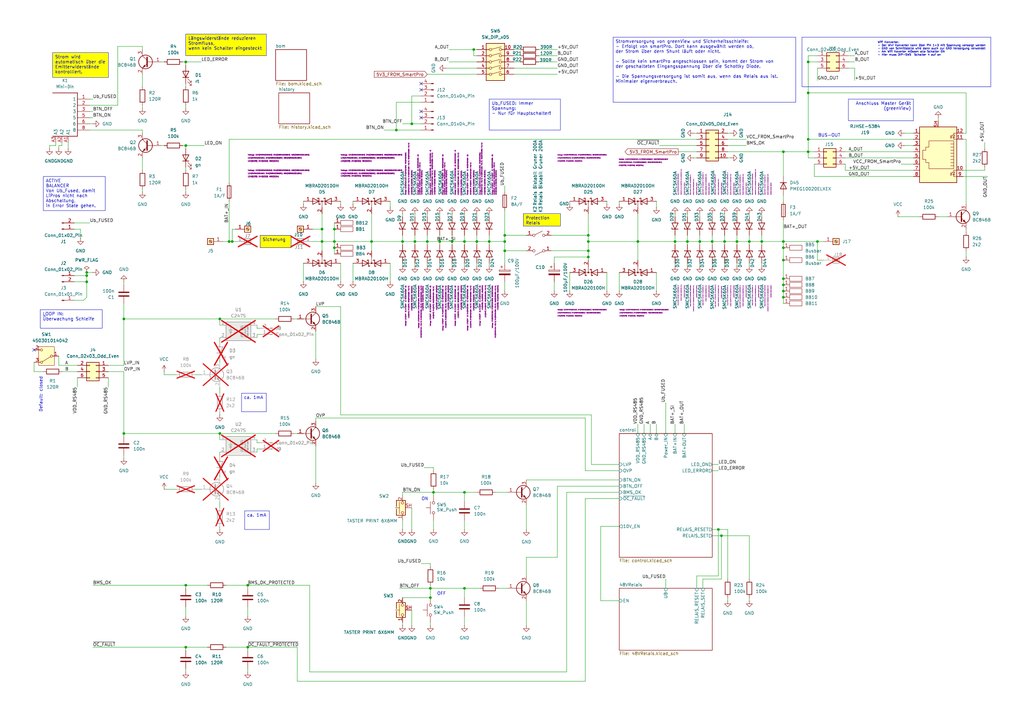
<source format=kicad_sch>
(kicad_sch
	(version 20250114)
	(generator "eeschema")
	(generator_version "9.0")
	(uuid "c138cc6a-756d-4318-83c4-a5413b81ee5f")
	(paper "A3")
	(lib_symbols
		(symbol "Connector:Conn_01x01_Pin"
			(pin_names
				(offset 1.016)
				(hide yes)
			)
			(exclude_from_sim no)
			(in_bom yes)
			(on_board yes)
			(property "Reference" "J"
				(at 0 2.54 0)
				(effects
					(font
						(size 1.27 1.27)
					)
				)
			)
			(property "Value" "Conn_01x01_Pin"
				(at 0 -2.54 0)
				(effects
					(font
						(size 1.27 1.27)
					)
				)
			)
			(property "Footprint" ""
				(at 0 0 0)
				(effects
					(font
						(size 1.27 1.27)
					)
					(hide yes)
				)
			)
			(property "Datasheet" "~"
				(at 0 0 0)
				(effects
					(font
						(size 1.27 1.27)
					)
					(hide yes)
				)
			)
			(property "Description" "Generic connector, single row, 01x01, script generated"
				(at 0 0 0)
				(effects
					(font
						(size 1.27 1.27)
					)
					(hide yes)
				)
			)
			(property "ki_locked" ""
				(at 0 0 0)
				(effects
					(font
						(size 1.27 1.27)
					)
				)
			)
			(property "ki_keywords" "connector"
				(at 0 0 0)
				(effects
					(font
						(size 1.27 1.27)
					)
					(hide yes)
				)
			)
			(property "ki_fp_filters" "Connector*:*_1x??_*"
				(at 0 0 0)
				(effects
					(font
						(size 1.27 1.27)
					)
					(hide yes)
				)
			)
			(symbol "Conn_01x01_Pin_1_1"
				(rectangle
					(start 0.8636 0.127)
					(end 0 -0.127)
					(stroke
						(width 0.1524)
						(type default)
					)
					(fill
						(type outline)
					)
				)
				(polyline
					(pts
						(xy 1.27 0) (xy 0.8636 0)
					)
					(stroke
						(width 0.1524)
						(type default)
					)
					(fill
						(type none)
					)
				)
				(pin passive line
					(at 5.08 0 180)
					(length 3.81)
					(name "Pin_1"
						(effects
							(font
								(size 1.27 1.27)
							)
						)
					)
					(number "1"
						(effects
							(font
								(size 1.27 1.27)
							)
						)
					)
				)
			)
			(embedded_fonts no)
		)
		(symbol "Connector:Conn_01x02_Pin"
			(pin_names
				(offset 1.016)
				(hide yes)
			)
			(exclude_from_sim no)
			(in_bom yes)
			(on_board yes)
			(property "Reference" "J"
				(at 0 2.54 0)
				(effects
					(font
						(size 1.27 1.27)
					)
				)
			)
			(property "Value" "Conn_01x02_Pin"
				(at 0 -5.08 0)
				(effects
					(font
						(size 1.27 1.27)
					)
				)
			)
			(property "Footprint" ""
				(at 0 0 0)
				(effects
					(font
						(size 1.27 1.27)
					)
					(hide yes)
				)
			)
			(property "Datasheet" "~"
				(at 0 0 0)
				(effects
					(font
						(size 1.27 1.27)
					)
					(hide yes)
				)
			)
			(property "Description" "Generic connector, single row, 01x02, script generated"
				(at 0 0 0)
				(effects
					(font
						(size 1.27 1.27)
					)
					(hide yes)
				)
			)
			(property "ki_locked" ""
				(at 0 0 0)
				(effects
					(font
						(size 1.27 1.27)
					)
				)
			)
			(property "ki_keywords" "connector"
				(at 0 0 0)
				(effects
					(font
						(size 1.27 1.27)
					)
					(hide yes)
				)
			)
			(property "ki_fp_filters" "Connector*:*_1x??_*"
				(at 0 0 0)
				(effects
					(font
						(size 1.27 1.27)
					)
					(hide yes)
				)
			)
			(symbol "Conn_01x02_Pin_1_1"
				(rectangle
					(start 0.8636 0.127)
					(end 0 -0.127)
					(stroke
						(width 0.1524)
						(type default)
					)
					(fill
						(type outline)
					)
				)
				(rectangle
					(start 0.8636 -2.413)
					(end 0 -2.667)
					(stroke
						(width 0.1524)
						(type default)
					)
					(fill
						(type outline)
					)
				)
				(polyline
					(pts
						(xy 1.27 0) (xy 0.8636 0)
					)
					(stroke
						(width 0.1524)
						(type default)
					)
					(fill
						(type none)
					)
				)
				(polyline
					(pts
						(xy 1.27 -2.54) (xy 0.8636 -2.54)
					)
					(stroke
						(width 0.1524)
						(type default)
					)
					(fill
						(type none)
					)
				)
				(pin passive line
					(at 5.08 0 180)
					(length 3.81)
					(name "Pin_1"
						(effects
							(font
								(size 1.27 1.27)
							)
						)
					)
					(number "1"
						(effects
							(font
								(size 1.27 1.27)
							)
						)
					)
				)
				(pin passive line
					(at 5.08 -2.54 180)
					(length 3.81)
					(name "Pin_2"
						(effects
							(font
								(size 1.27 1.27)
							)
						)
					)
					(number "2"
						(effects
							(font
								(size 1.27 1.27)
							)
						)
					)
				)
			)
			(embedded_fonts no)
		)
		(symbol "Connector:Conn_01x04_Pin"
			(pin_names
				(offset 1.016)
				(hide yes)
			)
			(exclude_from_sim no)
			(in_bom yes)
			(on_board yes)
			(property "Reference" "J"
				(at 0 5.08 0)
				(effects
					(font
						(size 1.27 1.27)
					)
				)
			)
			(property "Value" "Conn_01x04_Pin"
				(at 0 -7.62 0)
				(effects
					(font
						(size 1.27 1.27)
					)
				)
			)
			(property "Footprint" ""
				(at 0 0 0)
				(effects
					(font
						(size 1.27 1.27)
					)
					(hide yes)
				)
			)
			(property "Datasheet" "~"
				(at 0 0 0)
				(effects
					(font
						(size 1.27 1.27)
					)
					(hide yes)
				)
			)
			(property "Description" "Generic connector, single row, 01x04, script generated"
				(at 0 0 0)
				(effects
					(font
						(size 1.27 1.27)
					)
					(hide yes)
				)
			)
			(property "ki_locked" ""
				(at 0 0 0)
				(effects
					(font
						(size 1.27 1.27)
					)
				)
			)
			(property "ki_keywords" "connector"
				(at 0 0 0)
				(effects
					(font
						(size 1.27 1.27)
					)
					(hide yes)
				)
			)
			(property "ki_fp_filters" "Connector*:*_1x??_*"
				(at 0 0 0)
				(effects
					(font
						(size 1.27 1.27)
					)
					(hide yes)
				)
			)
			(symbol "Conn_01x04_Pin_1_1"
				(rectangle
					(start 0.8636 2.667)
					(end 0 2.413)
					(stroke
						(width 0.1524)
						(type default)
					)
					(fill
						(type outline)
					)
				)
				(rectangle
					(start 0.8636 0.127)
					(end 0 -0.127)
					(stroke
						(width 0.1524)
						(type default)
					)
					(fill
						(type outline)
					)
				)
				(rectangle
					(start 0.8636 -2.413)
					(end 0 -2.667)
					(stroke
						(width 0.1524)
						(type default)
					)
					(fill
						(type outline)
					)
				)
				(rectangle
					(start 0.8636 -4.953)
					(end 0 -5.207)
					(stroke
						(width 0.1524)
						(type default)
					)
					(fill
						(type outline)
					)
				)
				(polyline
					(pts
						(xy 1.27 2.54) (xy 0.8636 2.54)
					)
					(stroke
						(width 0.1524)
						(type default)
					)
					(fill
						(type none)
					)
				)
				(polyline
					(pts
						(xy 1.27 0) (xy 0.8636 0)
					)
					(stroke
						(width 0.1524)
						(type default)
					)
					(fill
						(type none)
					)
				)
				(polyline
					(pts
						(xy 1.27 -2.54) (xy 0.8636 -2.54)
					)
					(stroke
						(width 0.1524)
						(type default)
					)
					(fill
						(type none)
					)
				)
				(polyline
					(pts
						(xy 1.27 -5.08) (xy 0.8636 -5.08)
					)
					(stroke
						(width 0.1524)
						(type default)
					)
					(fill
						(type none)
					)
				)
				(pin passive line
					(at 5.08 2.54 180)
					(length 3.81)
					(name "Pin_1"
						(effects
							(font
								(size 1.27 1.27)
							)
						)
					)
					(number "1"
						(effects
							(font
								(size 1.27 1.27)
							)
						)
					)
				)
				(pin passive line
					(at 5.08 0 180)
					(length 3.81)
					(name "Pin_2"
						(effects
							(font
								(size 1.27 1.27)
							)
						)
					)
					(number "2"
						(effects
							(font
								(size 1.27 1.27)
							)
						)
					)
				)
				(pin passive line
					(at 5.08 -2.54 180)
					(length 3.81)
					(name "Pin_3"
						(effects
							(font
								(size 1.27 1.27)
							)
						)
					)
					(number "3"
						(effects
							(font
								(size 1.27 1.27)
							)
						)
					)
				)
				(pin passive line
					(at 5.08 -5.08 180)
					(length 3.81)
					(name "Pin_4"
						(effects
							(font
								(size 1.27 1.27)
							)
						)
					)
					(number "4"
						(effects
							(font
								(size 1.27 1.27)
							)
						)
					)
				)
			)
			(embedded_fonts no)
		)
		(symbol "Connector:RJ45_LED_Shielded"
			(pin_names
				(offset 1.016)
			)
			(exclude_from_sim no)
			(in_bom yes)
			(on_board yes)
			(property "Reference" "J"
				(at -5.08 13.97 0)
				(effects
					(font
						(size 1.27 1.27)
					)
					(justify right)
				)
			)
			(property "Value" "RJ45_LED_Shielded"
				(at 1.27 13.97 0)
				(effects
					(font
						(size 1.27 1.27)
					)
					(justify left)
				)
			)
			(property "Footprint" ""
				(at 0 0.635 90)
				(effects
					(font
						(size 1.27 1.27)
					)
					(hide yes)
				)
			)
			(property "Datasheet" "~"
				(at 0 0.635 90)
				(effects
					(font
						(size 1.27 1.27)
					)
					(hide yes)
				)
			)
			(property "Description" "RJ connector, 8P8C (8 positions 8 connected), two LEDs, Shielded"
				(at 0 0 0)
				(effects
					(font
						(size 1.27 1.27)
					)
					(hide yes)
				)
			)
			(property "ki_keywords" "8P8C RJ socket jack connector led"
				(at 0 0 0)
				(effects
					(font
						(size 1.27 1.27)
					)
					(hide yes)
				)
			)
			(property "ki_fp_filters" "8P8C* RJ45*"
				(at 0 0 0)
				(effects
					(font
						(size 1.27 1.27)
					)
					(hide yes)
				)
			)
			(symbol "RJ45_LED_Shielded_0_1"
				(polyline
					(pts
						(xy -7.62 10.16) (xy -6.35 10.16)
					)
					(stroke
						(width 0)
						(type default)
					)
					(fill
						(type none)
					)
				)
				(polyline
					(pts
						(xy -7.62 7.62) (xy -6.35 7.62)
					)
					(stroke
						(width 0)
						(type default)
					)
					(fill
						(type none)
					)
				)
				(polyline
					(pts
						(xy -7.62 -5.08) (xy -6.35 -5.08)
					)
					(stroke
						(width 0)
						(type default)
					)
					(fill
						(type none)
					)
				)
				(polyline
					(pts
						(xy -7.62 -7.62) (xy -6.35 -7.62)
					)
					(stroke
						(width 0)
						(type default)
					)
					(fill
						(type none)
					)
				)
				(polyline
					(pts
						(xy -6.858 9.398) (xy -5.842 9.398)
					)
					(stroke
						(width 0)
						(type default)
					)
					(fill
						(type none)
					)
				)
				(polyline
					(pts
						(xy -6.858 -5.842) (xy -5.842 -5.842)
					)
					(stroke
						(width 0)
						(type default)
					)
					(fill
						(type none)
					)
				)
				(polyline
					(pts
						(xy -6.35 10.16) (xy -6.35 9.398)
					)
					(stroke
						(width 0)
						(type default)
					)
					(fill
						(type none)
					)
				)
				(polyline
					(pts
						(xy -6.35 9.398) (xy -6.858 8.382) (xy -5.842 8.382) (xy -6.35 9.398)
					)
					(stroke
						(width 0)
						(type default)
					)
					(fill
						(type none)
					)
				)
				(polyline
					(pts
						(xy -6.35 7.62) (xy -6.35 8.382)
					)
					(stroke
						(width 0)
						(type default)
					)
					(fill
						(type none)
					)
				)
				(polyline
					(pts
						(xy -6.35 1.905) (xy -5.08 1.905) (xy -5.08 1.905)
					)
					(stroke
						(width 0)
						(type default)
					)
					(fill
						(type none)
					)
				)
				(polyline
					(pts
						(xy -6.35 0.635) (xy -5.08 0.635) (xy -5.08 0.635)
					)
					(stroke
						(width 0)
						(type default)
					)
					(fill
						(type none)
					)
				)
				(polyline
					(pts
						(xy -6.35 -0.635) (xy -5.08 -0.635) (xy -5.08 -0.635)
					)
					(stroke
						(width 0)
						(type default)
					)
					(fill
						(type none)
					)
				)
				(polyline
					(pts
						(xy -6.35 -1.905) (xy -5.08 -1.905) (xy -5.08 -1.905)
					)
					(stroke
						(width 0)
						(type default)
					)
					(fill
						(type none)
					)
				)
				(polyline
					(pts
						(xy -6.35 -3.175) (xy -5.08 -3.175) (xy -5.08 -3.175)
					)
					(stroke
						(width 0)
						(type default)
					)
					(fill
						(type none)
					)
				)
				(polyline
					(pts
						(xy -6.35 -4.445) (xy -6.35 6.985) (xy 3.81 6.985) (xy 3.81 4.445) (xy 5.08 4.445) (xy 5.08 3.175)
						(xy 6.35 3.175) (xy 6.35 -0.635) (xy 5.08 -0.635) (xy 5.08 -1.905) (xy 3.81 -1.905) (xy 3.81 -4.445)
						(xy -6.35 -4.445) (xy -6.35 -4.445)
					)
					(stroke
						(width 0)
						(type default)
					)
					(fill
						(type none)
					)
				)
				(polyline
					(pts
						(xy -6.35 -5.08) (xy -6.35 -5.842)
					)
					(stroke
						(width 0)
						(type default)
					)
					(fill
						(type none)
					)
				)
				(polyline
					(pts
						(xy -6.35 -5.842) (xy -6.858 -6.858) (xy -5.842 -6.858) (xy -6.35 -5.842)
					)
					(stroke
						(width 0)
						(type default)
					)
					(fill
						(type none)
					)
				)
				(polyline
					(pts
						(xy -6.35 -7.62) (xy -6.35 -6.858)
					)
					(stroke
						(width 0)
						(type default)
					)
					(fill
						(type none)
					)
				)
				(polyline
					(pts
						(xy -5.588 9.144) (xy -5.08 9.652) (xy -5.461 9.525)
					)
					(stroke
						(width 0)
						(type default)
					)
					(fill
						(type none)
					)
				)
				(polyline
					(pts
						(xy -5.588 8.509) (xy -5.08 9.017) (xy -5.461 8.89)
					)
					(stroke
						(width 0)
						(type default)
					)
					(fill
						(type none)
					)
				)
				(polyline
					(pts
						(xy -5.588 -6.096) (xy -5.08 -5.588) (xy -5.461 -5.715)
					)
					(stroke
						(width 0)
						(type default)
					)
					(fill
						(type none)
					)
				)
				(polyline
					(pts
						(xy -5.588 -6.731) (xy -5.08 -6.223) (xy -5.461 -6.35)
					)
					(stroke
						(width 0)
						(type default)
					)
					(fill
						(type none)
					)
				)
				(polyline
					(pts
						(xy -5.08 9.652) (xy -5.207 9.271)
					)
					(stroke
						(width 0)
						(type default)
					)
					(fill
						(type none)
					)
				)
				(polyline
					(pts
						(xy -5.08 9.017) (xy -5.207 8.636)
					)
					(stroke
						(width 0)
						(type default)
					)
					(fill
						(type none)
					)
				)
				(polyline
					(pts
						(xy -5.08 5.715) (xy -6.35 5.715)
					)
					(stroke
						(width 0)
						(type default)
					)
					(fill
						(type none)
					)
				)
				(polyline
					(pts
						(xy -5.08 4.445) (xy -6.35 4.445)
					)
					(stroke
						(width 0)
						(type default)
					)
					(fill
						(type none)
					)
				)
				(polyline
					(pts
						(xy -5.08 3.175) (xy -6.35 3.175) (xy -6.35 3.175)
					)
					(stroke
						(width 0)
						(type default)
					)
					(fill
						(type none)
					)
				)
				(polyline
					(pts
						(xy -5.08 -5.588) (xy -5.207 -5.969)
					)
					(stroke
						(width 0)
						(type default)
					)
					(fill
						(type none)
					)
				)
				(polyline
					(pts
						(xy -5.08 -6.223) (xy -5.207 -6.604)
					)
					(stroke
						(width 0)
						(type default)
					)
					(fill
						(type none)
					)
				)
				(rectangle
					(start 7.62 12.7)
					(end -7.62 -10.16)
					(stroke
						(width 0.254)
						(type default)
					)
					(fill
						(type background)
					)
				)
			)
			(symbol "RJ45_LED_Shielded_1_1"
				(pin passive line
					(at -10.16 10.16 0)
					(length 2.54)
					(name "~"
						(effects
							(font
								(size 1.27 1.27)
							)
						)
					)
					(number "9"
						(effects
							(font
								(size 1.27 1.27)
							)
						)
					)
				)
				(pin passive line
					(at -10.16 7.62 0)
					(length 2.54)
					(name "~"
						(effects
							(font
								(size 1.27 1.27)
							)
						)
					)
					(number "10"
						(effects
							(font
								(size 1.27 1.27)
							)
						)
					)
				)
				(pin passive line
					(at -10.16 -5.08 0)
					(length 2.54)
					(name "~"
						(effects
							(font
								(size 1.27 1.27)
							)
						)
					)
					(number "11"
						(effects
							(font
								(size 1.27 1.27)
							)
						)
					)
				)
				(pin passive line
					(at -10.16 -7.62 0)
					(length 2.54)
					(name "~"
						(effects
							(font
								(size 1.27 1.27)
							)
						)
					)
					(number "12"
						(effects
							(font
								(size 1.27 1.27)
							)
						)
					)
				)
				(pin passive line
					(at 0 -12.7 90)
					(length 2.54)
					(name "~"
						(effects
							(font
								(size 1.27 1.27)
							)
						)
					)
					(number "SH"
						(effects
							(font
								(size 1.27 1.27)
							)
						)
					)
				)
				(pin passive line
					(at 10.16 10.16 180)
					(length 2.54)
					(name "~"
						(effects
							(font
								(size 1.27 1.27)
							)
						)
					)
					(number "8"
						(effects
							(font
								(size 1.27 1.27)
							)
						)
					)
				)
				(pin passive line
					(at 10.16 7.62 180)
					(length 2.54)
					(name "~"
						(effects
							(font
								(size 1.27 1.27)
							)
						)
					)
					(number "7"
						(effects
							(font
								(size 1.27 1.27)
							)
						)
					)
				)
				(pin passive line
					(at 10.16 5.08 180)
					(length 2.54)
					(name "~"
						(effects
							(font
								(size 1.27 1.27)
							)
						)
					)
					(number "6"
						(effects
							(font
								(size 1.27 1.27)
							)
						)
					)
				)
				(pin passive line
					(at 10.16 2.54 180)
					(length 2.54)
					(name "~"
						(effects
							(font
								(size 1.27 1.27)
							)
						)
					)
					(number "5"
						(effects
							(font
								(size 1.27 1.27)
							)
						)
					)
				)
				(pin passive line
					(at 10.16 0 180)
					(length 2.54)
					(name "~"
						(effects
							(font
								(size 1.27 1.27)
							)
						)
					)
					(number "4"
						(effects
							(font
								(size 1.27 1.27)
							)
						)
					)
				)
				(pin passive line
					(at 10.16 -2.54 180)
					(length 2.54)
					(name "~"
						(effects
							(font
								(size 1.27 1.27)
							)
						)
					)
					(number "3"
						(effects
							(font
								(size 1.27 1.27)
							)
						)
					)
				)
				(pin passive line
					(at 10.16 -5.08 180)
					(length 2.54)
					(name "~"
						(effects
							(font
								(size 1.27 1.27)
							)
						)
					)
					(number "2"
						(effects
							(font
								(size 1.27 1.27)
							)
						)
					)
				)
				(pin passive line
					(at 10.16 -7.62 180)
					(length 2.54)
					(name "~"
						(effects
							(font
								(size 1.27 1.27)
							)
						)
					)
					(number "1"
						(effects
							(font
								(size 1.27 1.27)
							)
						)
					)
				)
			)
			(embedded_fonts no)
		)
		(symbol "Connector:Screw_Terminal_01x01"
			(pin_names
				(offset 1.016)
				(hide yes)
			)
			(exclude_from_sim no)
			(in_bom yes)
			(on_board yes)
			(property "Reference" "J"
				(at 0 2.54 0)
				(effects
					(font
						(size 1.27 1.27)
					)
				)
			)
			(property "Value" "Screw_Terminal_01x01"
				(at 0 -2.54 0)
				(effects
					(font
						(size 1.27 1.27)
					)
				)
			)
			(property "Footprint" ""
				(at 0 0 0)
				(effects
					(font
						(size 1.27 1.27)
					)
					(hide yes)
				)
			)
			(property "Datasheet" "~"
				(at 0 0 0)
				(effects
					(font
						(size 1.27 1.27)
					)
					(hide yes)
				)
			)
			(property "Description" "Generic screw terminal, single row, 01x01, script generated (kicad-library-utils/schlib/autogen/connector/)"
				(at 0 0 0)
				(effects
					(font
						(size 1.27 1.27)
					)
					(hide yes)
				)
			)
			(property "ki_keywords" "screw terminal"
				(at 0 0 0)
				(effects
					(font
						(size 1.27 1.27)
					)
					(hide yes)
				)
			)
			(property "ki_fp_filters" "TerminalBlock*:*"
				(at 0 0 0)
				(effects
					(font
						(size 1.27 1.27)
					)
					(hide yes)
				)
			)
			(symbol "Screw_Terminal_01x01_1_1"
				(rectangle
					(start -1.27 1.27)
					(end 1.27 -1.27)
					(stroke
						(width 0.254)
						(type default)
					)
					(fill
						(type background)
					)
				)
				(polyline
					(pts
						(xy -0.5334 0.3302) (xy 0.3302 -0.508)
					)
					(stroke
						(width 0.1524)
						(type default)
					)
					(fill
						(type none)
					)
				)
				(polyline
					(pts
						(xy -0.3556 0.508) (xy 0.508 -0.3302)
					)
					(stroke
						(width 0.1524)
						(type default)
					)
					(fill
						(type none)
					)
				)
				(circle
					(center 0 0)
					(radius 0.635)
					(stroke
						(width 0.1524)
						(type default)
					)
					(fill
						(type none)
					)
				)
				(pin passive line
					(at -5.08 0 0)
					(length 3.81)
					(name "Pin_1"
						(effects
							(font
								(size 1.27 1.27)
							)
						)
					)
					(number "1"
						(effects
							(font
								(size 1.27 1.27)
							)
						)
					)
				)
			)
			(embedded_fonts no)
		)
		(symbol "Connector_Generic:Conn_02x03_Odd_Even"
			(pin_names
				(offset 1.016)
				(hide yes)
			)
			(exclude_from_sim no)
			(in_bom yes)
			(on_board yes)
			(property "Reference" "J"
				(at 1.27 5.08 0)
				(effects
					(font
						(size 1.27 1.27)
					)
				)
			)
			(property "Value" "Conn_02x03_Odd_Even"
				(at 1.27 -5.08 0)
				(effects
					(font
						(size 1.27 1.27)
					)
				)
			)
			(property "Footprint" ""
				(at 0 0 0)
				(effects
					(font
						(size 1.27 1.27)
					)
					(hide yes)
				)
			)
			(property "Datasheet" "~"
				(at 0 0 0)
				(effects
					(font
						(size 1.27 1.27)
					)
					(hide yes)
				)
			)
			(property "Description" "Generic connector, double row, 02x03, odd/even pin numbering scheme (row 1 odd numbers, row 2 even numbers), script generated (kicad-library-utils/schlib/autogen/connector/)"
				(at 0 0 0)
				(effects
					(font
						(size 1.27 1.27)
					)
					(hide yes)
				)
			)
			(property "ki_keywords" "connector"
				(at 0 0 0)
				(effects
					(font
						(size 1.27 1.27)
					)
					(hide yes)
				)
			)
			(property "ki_fp_filters" "Connector*:*_2x??_*"
				(at 0 0 0)
				(effects
					(font
						(size 1.27 1.27)
					)
					(hide yes)
				)
			)
			(symbol "Conn_02x03_Odd_Even_1_1"
				(rectangle
					(start -1.27 3.81)
					(end 3.81 -3.81)
					(stroke
						(width 0.254)
						(type default)
					)
					(fill
						(type background)
					)
				)
				(rectangle
					(start -1.27 2.667)
					(end 0 2.413)
					(stroke
						(width 0.1524)
						(type default)
					)
					(fill
						(type none)
					)
				)
				(rectangle
					(start -1.27 0.127)
					(end 0 -0.127)
					(stroke
						(width 0.1524)
						(type default)
					)
					(fill
						(type none)
					)
				)
				(rectangle
					(start -1.27 -2.413)
					(end 0 -2.667)
					(stroke
						(width 0.1524)
						(type default)
					)
					(fill
						(type none)
					)
				)
				(rectangle
					(start 3.81 2.667)
					(end 2.54 2.413)
					(stroke
						(width 0.1524)
						(type default)
					)
					(fill
						(type none)
					)
				)
				(rectangle
					(start 3.81 0.127)
					(end 2.54 -0.127)
					(stroke
						(width 0.1524)
						(type default)
					)
					(fill
						(type none)
					)
				)
				(rectangle
					(start 3.81 -2.413)
					(end 2.54 -2.667)
					(stroke
						(width 0.1524)
						(type default)
					)
					(fill
						(type none)
					)
				)
				(pin passive line
					(at -5.08 2.54 0)
					(length 3.81)
					(name "Pin_1"
						(effects
							(font
								(size 1.27 1.27)
							)
						)
					)
					(number "1"
						(effects
							(font
								(size 1.27 1.27)
							)
						)
					)
				)
				(pin passive line
					(at -5.08 0 0)
					(length 3.81)
					(name "Pin_3"
						(effects
							(font
								(size 1.27 1.27)
							)
						)
					)
					(number "3"
						(effects
							(font
								(size 1.27 1.27)
							)
						)
					)
				)
				(pin passive line
					(at -5.08 -2.54 0)
					(length 3.81)
					(name "Pin_5"
						(effects
							(font
								(size 1.27 1.27)
							)
						)
					)
					(number "5"
						(effects
							(font
								(size 1.27 1.27)
							)
						)
					)
				)
				(pin passive line
					(at 7.62 2.54 180)
					(length 3.81)
					(name "Pin_2"
						(effects
							(font
								(size 1.27 1.27)
							)
						)
					)
					(number "2"
						(effects
							(font
								(size 1.27 1.27)
							)
						)
					)
				)
				(pin passive line
					(at 7.62 0 180)
					(length 3.81)
					(name "Pin_4"
						(effects
							(font
								(size 1.27 1.27)
							)
						)
					)
					(number "4"
						(effects
							(font
								(size 1.27 1.27)
							)
						)
					)
				)
				(pin passive line
					(at 7.62 -2.54 180)
					(length 3.81)
					(name "Pin_6"
						(effects
							(font
								(size 1.27 1.27)
							)
						)
					)
					(number "6"
						(effects
							(font
								(size 1.27 1.27)
							)
						)
					)
				)
			)
			(embedded_fonts no)
		)
		(symbol "Connector_Generic:Conn_02x05_Odd_Even"
			(pin_names
				(offset 1.016)
				(hide yes)
			)
			(exclude_from_sim no)
			(in_bom yes)
			(on_board yes)
			(property "Reference" "J"
				(at 1.27 7.62 0)
				(effects
					(font
						(size 1.27 1.27)
					)
				)
			)
			(property "Value" "Conn_02x05_Odd_Even"
				(at 1.27 -7.62 0)
				(effects
					(font
						(size 1.27 1.27)
					)
				)
			)
			(property "Footprint" ""
				(at 0 0 0)
				(effects
					(font
						(size 1.27 1.27)
					)
					(hide yes)
				)
			)
			(property "Datasheet" "~"
				(at 0 0 0)
				(effects
					(font
						(size 1.27 1.27)
					)
					(hide yes)
				)
			)
			(property "Description" "Generic connector, double row, 02x05, odd/even pin numbering scheme (row 1 odd numbers, row 2 even numbers), script generated (kicad-library-utils/schlib/autogen/connector/)"
				(at 0 0 0)
				(effects
					(font
						(size 1.27 1.27)
					)
					(hide yes)
				)
			)
			(property "ki_keywords" "connector"
				(at 0 0 0)
				(effects
					(font
						(size 1.27 1.27)
					)
					(hide yes)
				)
			)
			(property "ki_fp_filters" "Connector*:*_2x??_*"
				(at 0 0 0)
				(effects
					(font
						(size 1.27 1.27)
					)
					(hide yes)
				)
			)
			(symbol "Conn_02x05_Odd_Even_1_1"
				(rectangle
					(start -1.27 6.35)
					(end 3.81 -6.35)
					(stroke
						(width 0.254)
						(type default)
					)
					(fill
						(type background)
					)
				)
				(rectangle
					(start -1.27 5.207)
					(end 0 4.953)
					(stroke
						(width 0.1524)
						(type default)
					)
					(fill
						(type none)
					)
				)
				(rectangle
					(start -1.27 2.667)
					(end 0 2.413)
					(stroke
						(width 0.1524)
						(type default)
					)
					(fill
						(type none)
					)
				)
				(rectangle
					(start -1.27 0.127)
					(end 0 -0.127)
					(stroke
						(width 0.1524)
						(type default)
					)
					(fill
						(type none)
					)
				)
				(rectangle
					(start -1.27 -2.413)
					(end 0 -2.667)
					(stroke
						(width 0.1524)
						(type default)
					)
					(fill
						(type none)
					)
				)
				(rectangle
					(start -1.27 -4.953)
					(end 0 -5.207)
					(stroke
						(width 0.1524)
						(type default)
					)
					(fill
						(type none)
					)
				)
				(rectangle
					(start 3.81 5.207)
					(end 2.54 4.953)
					(stroke
						(width 0.1524)
						(type default)
					)
					(fill
						(type none)
					)
				)
				(rectangle
					(start 3.81 2.667)
					(end 2.54 2.413)
					(stroke
						(width 0.1524)
						(type default)
					)
					(fill
						(type none)
					)
				)
				(rectangle
					(start 3.81 0.127)
					(end 2.54 -0.127)
					(stroke
						(width 0.1524)
						(type default)
					)
					(fill
						(type none)
					)
				)
				(rectangle
					(start 3.81 -2.413)
					(end 2.54 -2.667)
					(stroke
						(width 0.1524)
						(type default)
					)
					(fill
						(type none)
					)
				)
				(rectangle
					(start 3.81 -4.953)
					(end 2.54 -5.207)
					(stroke
						(width 0.1524)
						(type default)
					)
					(fill
						(type none)
					)
				)
				(pin passive line
					(at -5.08 5.08 0)
					(length 3.81)
					(name "Pin_1"
						(effects
							(font
								(size 1.27 1.27)
							)
						)
					)
					(number "1"
						(effects
							(font
								(size 1.27 1.27)
							)
						)
					)
				)
				(pin passive line
					(at -5.08 2.54 0)
					(length 3.81)
					(name "Pin_3"
						(effects
							(font
								(size 1.27 1.27)
							)
						)
					)
					(number "3"
						(effects
							(font
								(size 1.27 1.27)
							)
						)
					)
				)
				(pin passive line
					(at -5.08 0 0)
					(length 3.81)
					(name "Pin_5"
						(effects
							(font
								(size 1.27 1.27)
							)
						)
					)
					(number "5"
						(effects
							(font
								(size 1.27 1.27)
							)
						)
					)
				)
				(pin passive line
					(at -5.08 -2.54 0)
					(length 3.81)
					(name "Pin_7"
						(effects
							(font
								(size 1.27 1.27)
							)
						)
					)
					(number "7"
						(effects
							(font
								(size 1.27 1.27)
							)
						)
					)
				)
				(pin passive line
					(at -5.08 -5.08 0)
					(length 3.81)
					(name "Pin_9"
						(effects
							(font
								(size 1.27 1.27)
							)
						)
					)
					(number "9"
						(effects
							(font
								(size 1.27 1.27)
							)
						)
					)
				)
				(pin passive line
					(at 7.62 5.08 180)
					(length 3.81)
					(name "Pin_2"
						(effects
							(font
								(size 1.27 1.27)
							)
						)
					)
					(number "2"
						(effects
							(font
								(size 1.27 1.27)
							)
						)
					)
				)
				(pin passive line
					(at 7.62 2.54 180)
					(length 3.81)
					(name "Pin_4"
						(effects
							(font
								(size 1.27 1.27)
							)
						)
					)
					(number "4"
						(effects
							(font
								(size 1.27 1.27)
							)
						)
					)
				)
				(pin passive line
					(at 7.62 0 180)
					(length 3.81)
					(name "Pin_6"
						(effects
							(font
								(size 1.27 1.27)
							)
						)
					)
					(number "6"
						(effects
							(font
								(size 1.27 1.27)
							)
						)
					)
				)
				(pin passive line
					(at 7.62 -2.54 180)
					(length 3.81)
					(name "Pin_8"
						(effects
							(font
								(size 1.27 1.27)
							)
						)
					)
					(number "8"
						(effects
							(font
								(size 1.27 1.27)
							)
						)
					)
				)
				(pin passive line
					(at 7.62 -5.08 180)
					(length 3.81)
					(name "Pin_10"
						(effects
							(font
								(size 1.27 1.27)
							)
						)
					)
					(number "10"
						(effects
							(font
								(size 1.27 1.27)
							)
						)
					)
				)
			)
			(embedded_fonts no)
		)
		(symbol "Device:C"
			(pin_numbers
				(hide yes)
			)
			(pin_names
				(offset 0.254)
			)
			(exclude_from_sim no)
			(in_bom yes)
			(on_board yes)
			(property "Reference" "C"
				(at 0.635 2.54 0)
				(effects
					(font
						(size 1.27 1.27)
					)
					(justify left)
				)
			)
			(property "Value" "C"
				(at 0.635 -2.54 0)
				(effects
					(font
						(size 1.27 1.27)
					)
					(justify left)
				)
			)
			(property "Footprint" ""
				(at 0.9652 -3.81 0)
				(effects
					(font
						(size 1.27 1.27)
					)
					(hide yes)
				)
			)
			(property "Datasheet" "~"
				(at 0 0 0)
				(effects
					(font
						(size 1.27 1.27)
					)
					(hide yes)
				)
			)
			(property "Description" "Unpolarized capacitor"
				(at 0 0 0)
				(effects
					(font
						(size 1.27 1.27)
					)
					(hide yes)
				)
			)
			(property "ki_keywords" "cap capacitor"
				(at 0 0 0)
				(effects
					(font
						(size 1.27 1.27)
					)
					(hide yes)
				)
			)
			(property "ki_fp_filters" "C_*"
				(at 0 0 0)
				(effects
					(font
						(size 1.27 1.27)
					)
					(hide yes)
				)
			)
			(symbol "C_0_1"
				(polyline
					(pts
						(xy -2.032 0.762) (xy 2.032 0.762)
					)
					(stroke
						(width 0.508)
						(type default)
					)
					(fill
						(type none)
					)
				)
				(polyline
					(pts
						(xy -2.032 -0.762) (xy 2.032 -0.762)
					)
					(stroke
						(width 0.508)
						(type default)
					)
					(fill
						(type none)
					)
				)
			)
			(symbol "C_1_1"
				(pin passive line
					(at 0 3.81 270)
					(length 2.794)
					(name "~"
						(effects
							(font
								(size 1.27 1.27)
							)
						)
					)
					(number "1"
						(effects
							(font
								(size 1.27 1.27)
							)
						)
					)
				)
				(pin passive line
					(at 0 -3.81 90)
					(length 2.794)
					(name "~"
						(effects
							(font
								(size 1.27 1.27)
							)
						)
					)
					(number "2"
						(effects
							(font
								(size 1.27 1.27)
							)
						)
					)
				)
			)
			(embedded_fonts no)
		)
		(symbol "Device:C_Polarized"
			(pin_numbers
				(hide yes)
			)
			(pin_names
				(offset 0.254)
			)
			(exclude_from_sim no)
			(in_bom yes)
			(on_board yes)
			(property "Reference" "C"
				(at 0.635 2.54 0)
				(effects
					(font
						(size 1.27 1.27)
					)
					(justify left)
				)
			)
			(property "Value" "C_Polarized"
				(at 0.635 -2.54 0)
				(effects
					(font
						(size 1.27 1.27)
					)
					(justify left)
				)
			)
			(property "Footprint" ""
				(at 0.9652 -3.81 0)
				(effects
					(font
						(size 1.27 1.27)
					)
					(hide yes)
				)
			)
			(property "Datasheet" "~"
				(at 0 0 0)
				(effects
					(font
						(size 1.27 1.27)
					)
					(hide yes)
				)
			)
			(property "Description" "Polarized capacitor"
				(at 0 0 0)
				(effects
					(font
						(size 1.27 1.27)
					)
					(hide yes)
				)
			)
			(property "ki_keywords" "cap capacitor"
				(at 0 0 0)
				(effects
					(font
						(size 1.27 1.27)
					)
					(hide yes)
				)
			)
			(property "ki_fp_filters" "CP_*"
				(at 0 0 0)
				(effects
					(font
						(size 1.27 1.27)
					)
					(hide yes)
				)
			)
			(symbol "C_Polarized_0_1"
				(rectangle
					(start -2.286 0.508)
					(end 2.286 1.016)
					(stroke
						(width 0)
						(type default)
					)
					(fill
						(type none)
					)
				)
				(polyline
					(pts
						(xy -1.778 2.286) (xy -0.762 2.286)
					)
					(stroke
						(width 0)
						(type default)
					)
					(fill
						(type none)
					)
				)
				(polyline
					(pts
						(xy -1.27 2.794) (xy -1.27 1.778)
					)
					(stroke
						(width 0)
						(type default)
					)
					(fill
						(type none)
					)
				)
				(rectangle
					(start 2.286 -0.508)
					(end -2.286 -1.016)
					(stroke
						(width 0)
						(type default)
					)
					(fill
						(type outline)
					)
				)
			)
			(symbol "C_Polarized_1_1"
				(pin passive line
					(at 0 3.81 270)
					(length 2.794)
					(name "~"
						(effects
							(font
								(size 1.27 1.27)
							)
						)
					)
					(number "1"
						(effects
							(font
								(size 1.27 1.27)
							)
						)
					)
				)
				(pin passive line
					(at 0 -3.81 90)
					(length 2.794)
					(name "~"
						(effects
							(font
								(size 1.27 1.27)
							)
						)
					)
					(number "2"
						(effects
							(font
								(size 1.27 1.27)
							)
						)
					)
				)
			)
			(embedded_fonts no)
		)
		(symbol "Device:D"
			(pin_numbers
				(hide yes)
			)
			(pin_names
				(offset 1.016)
				(hide yes)
			)
			(exclude_from_sim no)
			(in_bom yes)
			(on_board yes)
			(property "Reference" "D"
				(at 0 2.54 0)
				(effects
					(font
						(size 1.27 1.27)
					)
				)
			)
			(property "Value" "D"
				(at 0 -2.54 0)
				(effects
					(font
						(size 1.27 1.27)
					)
				)
			)
			(property "Footprint" ""
				(at 0 0 0)
				(effects
					(font
						(size 1.27 1.27)
					)
					(hide yes)
				)
			)
			(property "Datasheet" "~"
				(at 0 0 0)
				(effects
					(font
						(size 1.27 1.27)
					)
					(hide yes)
				)
			)
			(property "Description" "Diode"
				(at 0 0 0)
				(effects
					(font
						(size 1.27 1.27)
					)
					(hide yes)
				)
			)
			(property "Sim.Device" "D"
				(at 0 0 0)
				(effects
					(font
						(size 1.27 1.27)
					)
					(hide yes)
				)
			)
			(property "Sim.Pins" "1=K 2=A"
				(at 0 0 0)
				(effects
					(font
						(size 1.27 1.27)
					)
					(hide yes)
				)
			)
			(property "ki_keywords" "diode"
				(at 0 0 0)
				(effects
					(font
						(size 1.27 1.27)
					)
					(hide yes)
				)
			)
			(property "ki_fp_filters" "TO-???* *_Diode_* *SingleDiode* D_*"
				(at 0 0 0)
				(effects
					(font
						(size 1.27 1.27)
					)
					(hide yes)
				)
			)
			(symbol "D_0_1"
				(polyline
					(pts
						(xy -1.27 1.27) (xy -1.27 -1.27)
					)
					(stroke
						(width 0.254)
						(type default)
					)
					(fill
						(type none)
					)
				)
				(polyline
					(pts
						(xy 1.27 1.27) (xy 1.27 -1.27) (xy -1.27 0) (xy 1.27 1.27)
					)
					(stroke
						(width 0.254)
						(type default)
					)
					(fill
						(type none)
					)
				)
				(polyline
					(pts
						(xy 1.27 0) (xy -1.27 0)
					)
					(stroke
						(width 0)
						(type default)
					)
					(fill
						(type none)
					)
				)
			)
			(symbol "D_1_1"
				(pin passive line
					(at -3.81 0 0)
					(length 2.54)
					(name "K"
						(effects
							(font
								(size 1.27 1.27)
							)
						)
					)
					(number "1"
						(effects
							(font
								(size 1.27 1.27)
							)
						)
					)
				)
				(pin passive line
					(at 3.81 0 180)
					(length 2.54)
					(name "A"
						(effects
							(font
								(size 1.27 1.27)
							)
						)
					)
					(number "2"
						(effects
							(font
								(size 1.27 1.27)
							)
						)
					)
				)
			)
			(embedded_fonts no)
		)
		(symbol "Device:D_Schottky_Dual_CommonCathode_AKA"
			(pin_names
				(offset 0.762)
				(hide yes)
			)
			(exclude_from_sim no)
			(in_bom yes)
			(on_board yes)
			(property "Reference" "D"
				(at 1.27 -2.54 0)
				(effects
					(font
						(size 1.27 1.27)
					)
				)
			)
			(property "Value" "D_Schottky_Dual_CommonCathode_AKA"
				(at 0 2.54 0)
				(effects
					(font
						(size 1.27 1.27)
					)
				)
			)
			(property "Footprint" ""
				(at 0 0 0)
				(effects
					(font
						(size 1.27 1.27)
					)
					(hide yes)
				)
			)
			(property "Datasheet" "~"
				(at 0 0 0)
				(effects
					(font
						(size 1.27 1.27)
					)
					(hide yes)
				)
			)
			(property "Description" "Dual Schottky diode, common cathode on pin 2"
				(at 0 0 0)
				(effects
					(font
						(size 1.27 1.27)
					)
					(hide yes)
				)
			)
			(property "ki_keywords" "diode"
				(at 0 0 0)
				(effects
					(font
						(size 1.27 1.27)
					)
					(hide yes)
				)
			)
			(symbol "D_Schottky_Dual_CommonCathode_AKA_0_1"
				(polyline
					(pts
						(xy -3.81 1.27) (xy -1.27 0) (xy -3.81 -1.27) (xy -3.81 1.27) (xy -3.81 1.27) (xy -3.81 1.27)
					)
					(stroke
						(width 0.254)
						(type default)
					)
					(fill
						(type none)
					)
				)
				(polyline
					(pts
						(xy -1.778 1.016) (xy -1.778 1.27) (xy -1.27 1.27) (xy -1.27 1.27) (xy -1.27 1.27)
					)
					(stroke
						(width 0.254)
						(type default)
					)
					(fill
						(type none)
					)
				)
				(polyline
					(pts
						(xy -1.27 -1.27) (xy -1.27 1.27) (xy -1.27 1.27)
					)
					(stroke
						(width 0.254)
						(type default)
					)
					(fill
						(type none)
					)
				)
				(polyline
					(pts
						(xy -1.27 -1.27) (xy -0.762 -1.27) (xy -0.762 -1.016) (xy -0.762 -1.016)
					)
					(stroke
						(width 0.254)
						(type default)
					)
					(fill
						(type none)
					)
				)
				(polyline
					(pts
						(xy 0 0) (xy 0 -2.54)
					)
					(stroke
						(width 0)
						(type default)
					)
					(fill
						(type none)
					)
				)
				(circle
					(center 0 0)
					(radius 0.254)
					(stroke
						(width 0)
						(type default)
					)
					(fill
						(type outline)
					)
				)
				(polyline
					(pts
						(xy 1.27 1.27) (xy 0.762 1.27) (xy 0.762 1.016) (xy 0.762 1.016)
					)
					(stroke
						(width 0.254)
						(type default)
					)
					(fill
						(type none)
					)
				)
				(polyline
					(pts
						(xy 1.27 -1.27) (xy 1.27 1.27) (xy 1.27 1.27)
					)
					(stroke
						(width 0.254)
						(type default)
					)
					(fill
						(type none)
					)
				)
				(polyline
					(pts
						(xy 1.27 -1.27) (xy 1.778 -1.27) (xy 1.778 -1.016) (xy 1.778 -1.016)
					)
					(stroke
						(width 0.254)
						(type default)
					)
					(fill
						(type none)
					)
				)
				(polyline
					(pts
						(xy 3.81 0) (xy -3.81 0)
					)
					(stroke
						(width 0)
						(type default)
					)
					(fill
						(type none)
					)
				)
				(polyline
					(pts
						(xy 3.81 -1.27) (xy 1.27 0) (xy 3.81 1.27) (xy 3.81 -1.27) (xy 3.81 -1.27) (xy 3.81 -1.27)
					)
					(stroke
						(width 0.254)
						(type default)
					)
					(fill
						(type none)
					)
				)
				(pin passive line
					(at -7.62 0 0)
					(length 3.81)
					(name "A"
						(effects
							(font
								(size 1.27 1.27)
							)
						)
					)
					(number "1"
						(effects
							(font
								(size 1.27 1.27)
							)
						)
					)
				)
				(pin passive line
					(at 0 -5.08 90)
					(length 2.54)
					(name "K"
						(effects
							(font
								(size 1.27 1.27)
							)
						)
					)
					(number "2"
						(effects
							(font
								(size 1.27 1.27)
							)
						)
					)
				)
				(pin passive line
					(at 7.62 0 180)
					(length 3.81)
					(name "A"
						(effects
							(font
								(size 1.27 1.27)
							)
						)
					)
					(number "3"
						(effects
							(font
								(size 1.27 1.27)
							)
						)
					)
				)
			)
			(embedded_fonts no)
		)
		(symbol "Device:Fuse"
			(pin_numbers
				(hide yes)
			)
			(pin_names
				(offset 0)
			)
			(exclude_from_sim no)
			(in_bom yes)
			(on_board yes)
			(property "Reference" "F"
				(at 2.032 0 90)
				(effects
					(font
						(size 1.27 1.27)
					)
				)
			)
			(property "Value" "Fuse"
				(at -1.905 0 90)
				(effects
					(font
						(size 1.27 1.27)
					)
				)
			)
			(property "Footprint" ""
				(at -1.778 0 90)
				(effects
					(font
						(size 1.27 1.27)
					)
					(hide yes)
				)
			)
			(property "Datasheet" "~"
				(at 0 0 0)
				(effects
					(font
						(size 1.27 1.27)
					)
					(hide yes)
				)
			)
			(property "Description" "Fuse"
				(at 0 0 0)
				(effects
					(font
						(size 1.27 1.27)
					)
					(hide yes)
				)
			)
			(property "ki_keywords" "fuse"
				(at 0 0 0)
				(effects
					(font
						(size 1.27 1.27)
					)
					(hide yes)
				)
			)
			(property "ki_fp_filters" "*Fuse*"
				(at 0 0 0)
				(effects
					(font
						(size 1.27 1.27)
					)
					(hide yes)
				)
			)
			(symbol "Fuse_0_1"
				(rectangle
					(start -0.762 -2.54)
					(end 0.762 2.54)
					(stroke
						(width 0.254)
						(type default)
					)
					(fill
						(type none)
					)
				)
				(polyline
					(pts
						(xy 0 2.54) (xy 0 -2.54)
					)
					(stroke
						(width 0)
						(type default)
					)
					(fill
						(type none)
					)
				)
			)
			(symbol "Fuse_1_1"
				(pin passive line
					(at 0 3.81 270)
					(length 1.27)
					(name "~"
						(effects
							(font
								(size 1.27 1.27)
							)
						)
					)
					(number "1"
						(effects
							(font
								(size 1.27 1.27)
							)
						)
					)
				)
				(pin passive line
					(at 0 -3.81 90)
					(length 1.27)
					(name "~"
						(effects
							(font
								(size 1.27 1.27)
							)
						)
					)
					(number "2"
						(effects
							(font
								(size 1.27 1.27)
							)
						)
					)
				)
			)
			(embedded_fonts no)
		)
		(symbol "Device:LED"
			(pin_numbers
				(hide yes)
			)
			(pin_names
				(offset 1.016)
				(hide yes)
			)
			(exclude_from_sim no)
			(in_bom yes)
			(on_board yes)
			(property "Reference" "D"
				(at 0 2.54 0)
				(effects
					(font
						(size 1.27 1.27)
					)
				)
			)
			(property "Value" "LED"
				(at 0 -2.54 0)
				(effects
					(font
						(size 1.27 1.27)
					)
				)
			)
			(property "Footprint" ""
				(at 0 0 0)
				(effects
					(font
						(size 1.27 1.27)
					)
					(hide yes)
				)
			)
			(property "Datasheet" "~"
				(at 0 0 0)
				(effects
					(font
						(size 1.27 1.27)
					)
					(hide yes)
				)
			)
			(property "Description" "Light emitting diode"
				(at 0 0 0)
				(effects
					(font
						(size 1.27 1.27)
					)
					(hide yes)
				)
			)
			(property "Sim.Pins" "1=K 2=A"
				(at 0 0 0)
				(effects
					(font
						(size 1.27 1.27)
					)
					(hide yes)
				)
			)
			(property "ki_keywords" "LED diode"
				(at 0 0 0)
				(effects
					(font
						(size 1.27 1.27)
					)
					(hide yes)
				)
			)
			(property "ki_fp_filters" "LED* LED_SMD:* LED_THT:*"
				(at 0 0 0)
				(effects
					(font
						(size 1.27 1.27)
					)
					(hide yes)
				)
			)
			(symbol "LED_0_1"
				(polyline
					(pts
						(xy -3.048 -0.762) (xy -4.572 -2.286) (xy -3.81 -2.286) (xy -4.572 -2.286) (xy -4.572 -1.524)
					)
					(stroke
						(width 0)
						(type default)
					)
					(fill
						(type none)
					)
				)
				(polyline
					(pts
						(xy -1.778 -0.762) (xy -3.302 -2.286) (xy -2.54 -2.286) (xy -3.302 -2.286) (xy -3.302 -1.524)
					)
					(stroke
						(width 0)
						(type default)
					)
					(fill
						(type none)
					)
				)
				(polyline
					(pts
						(xy -1.27 0) (xy 1.27 0)
					)
					(stroke
						(width 0)
						(type default)
					)
					(fill
						(type none)
					)
				)
				(polyline
					(pts
						(xy -1.27 -1.27) (xy -1.27 1.27)
					)
					(stroke
						(width 0.254)
						(type default)
					)
					(fill
						(type none)
					)
				)
				(polyline
					(pts
						(xy 1.27 -1.27) (xy 1.27 1.27) (xy -1.27 0) (xy 1.27 -1.27)
					)
					(stroke
						(width 0.254)
						(type default)
					)
					(fill
						(type none)
					)
				)
			)
			(symbol "LED_1_1"
				(pin passive line
					(at -3.81 0 0)
					(length 2.54)
					(name "K"
						(effects
							(font
								(size 1.27 1.27)
							)
						)
					)
					(number "1"
						(effects
							(font
								(size 1.27 1.27)
							)
						)
					)
				)
				(pin passive line
					(at 3.81 0 180)
					(length 2.54)
					(name "A"
						(effects
							(font
								(size 1.27 1.27)
							)
						)
					)
					(number "2"
						(effects
							(font
								(size 1.27 1.27)
							)
						)
					)
				)
			)
			(embedded_fonts no)
		)
		(symbol "Device:R"
			(pin_numbers
				(hide yes)
			)
			(pin_names
				(offset 0)
			)
			(exclude_from_sim no)
			(in_bom yes)
			(on_board yes)
			(property "Reference" "R"
				(at 2.032 0 90)
				(effects
					(font
						(size 1.27 1.27)
					)
				)
			)
			(property "Value" "R"
				(at 0 0 90)
				(effects
					(font
						(size 1.27 1.27)
					)
				)
			)
			(property "Footprint" ""
				(at -1.778 0 90)
				(effects
					(font
						(size 1.27 1.27)
					)
					(hide yes)
				)
			)
			(property "Datasheet" "~"
				(at 0 0 0)
				(effects
					(font
						(size 1.27 1.27)
					)
					(hide yes)
				)
			)
			(property "Description" "Resistor"
				(at 0 0 0)
				(effects
					(font
						(size 1.27 1.27)
					)
					(hide yes)
				)
			)
			(property "ki_keywords" "R res resistor"
				(at 0 0 0)
				(effects
					(font
						(size 1.27 1.27)
					)
					(hide yes)
				)
			)
			(property "ki_fp_filters" "R_*"
				(at 0 0 0)
				(effects
					(font
						(size 1.27 1.27)
					)
					(hide yes)
				)
			)
			(symbol "R_0_1"
				(rectangle
					(start -1.016 -2.54)
					(end 1.016 2.54)
					(stroke
						(width 0.254)
						(type default)
					)
					(fill
						(type none)
					)
				)
			)
			(symbol "R_1_1"
				(pin passive line
					(at 0 3.81 270)
					(length 1.27)
					(name "~"
						(effects
							(font
								(size 1.27 1.27)
							)
						)
					)
					(number "1"
						(effects
							(font
								(size 1.27 1.27)
							)
						)
					)
				)
				(pin passive line
					(at 0 -3.81 90)
					(length 1.27)
					(name "~"
						(effects
							(font
								(size 1.27 1.27)
							)
						)
					)
					(number "2"
						(effects
							(font
								(size 1.27 1.27)
							)
						)
					)
				)
			)
			(embedded_fonts no)
		)
		(symbol "Diode:1.5SMCxxA"
			(pin_numbers
				(hide yes)
			)
			(pin_names
				(offset 1.016)
				(hide yes)
			)
			(exclude_from_sim no)
			(in_bom yes)
			(on_board yes)
			(property "Reference" "D"
				(at 0 2.54 0)
				(effects
					(font
						(size 1.27 1.27)
					)
				)
			)
			(property "Value" "1.5SMCxxA"
				(at 0 -2.54 0)
				(effects
					(font
						(size 1.27 1.27)
					)
				)
			)
			(property "Footprint" "Diode_SMD:D_SMC"
				(at 0 -5.08 0)
				(effects
					(font
						(size 1.27 1.27)
					)
					(hide yes)
				)
			)
			(property "Datasheet" "https://www.vishay.com/docs/88303/15smc.pdf"
				(at -1.27 0 0)
				(effects
					(font
						(size 1.27 1.27)
					)
					(hide yes)
				)
			)
			(property "Description" "1500W unidirectional TVS diode, SMC (DO-201AB)"
				(at 0 0 0)
				(effects
					(font
						(size 1.27 1.27)
					)
					(hide yes)
				)
			)
			(property "ki_keywords" "transient voltage suppressor TRANSZORB®"
				(at 0 0 0)
				(effects
					(font
						(size 1.27 1.27)
					)
					(hide yes)
				)
			)
			(property "ki_fp_filters" "D?SMC*"
				(at 0 0 0)
				(effects
					(font
						(size 1.27 1.27)
					)
					(hide yes)
				)
			)
			(symbol "1.5SMCxxA_0_1"
				(polyline
					(pts
						(xy -0.762 1.27) (xy -1.27 1.27) (xy -1.27 -1.27)
					)
					(stroke
						(width 0.254)
						(type default)
					)
					(fill
						(type none)
					)
				)
				(polyline
					(pts
						(xy 1.27 1.27) (xy 1.27 -1.27) (xy -1.27 0) (xy 1.27 1.27)
					)
					(stroke
						(width 0.254)
						(type default)
					)
					(fill
						(type none)
					)
				)
			)
			(symbol "1.5SMCxxA_1_1"
				(pin passive line
					(at -3.81 0 0)
					(length 2.54)
					(name "A1"
						(effects
							(font
								(size 1.27 1.27)
							)
						)
					)
					(number "1"
						(effects
							(font
								(size 1.27 1.27)
							)
						)
					)
				)
				(pin passive line
					(at 3.81 0 180)
					(length 2.54)
					(name "A2"
						(effects
							(font
								(size 1.27 1.27)
							)
						)
					)
					(number "2"
						(effects
							(font
								(size 1.27 1.27)
							)
						)
					)
				)
			)
			(embedded_fonts no)
		)
		(symbol "Relay_SolidState:ASSR-1218"
			(exclude_from_sim no)
			(in_bom yes)
			(on_board yes)
			(property "Reference" "U"
				(at -5.08 5.08 0)
				(effects
					(font
						(size 1.27 1.27)
					)
					(justify left)
				)
			)
			(property "Value" "ASSR-1218"
				(at 0 5.08 0)
				(effects
					(font
						(size 1.27 1.27)
					)
					(justify left)
				)
			)
			(property "Footprint" "Package_SO:SO-4_4.4x4.3mm_P2.54mm"
				(at -5.08 -5.08 0)
				(effects
					(font
						(size 1.27 1.27)
						(italic yes)
					)
					(justify left)
					(hide yes)
				)
			)
			(property "Datasheet" "https://docs.broadcom.com/docs/AV02-0173EN"
				(at 0 0 0)
				(effects
					(font
						(size 1.27 1.27)
					)
					(justify left)
					(hide yes)
				)
			)
			(property "Description" "Form A, Solid State Relay (Photo MOSFET) 60V, 0.2A, 10Ohm, SO-4"
				(at 0 0 0)
				(effects
					(font
						(size 1.27 1.27)
					)
					(hide yes)
				)
			)
			(property "ki_keywords" "MOSFET Output Photorelay 1-Form-A"
				(at 0 0 0)
				(effects
					(font
						(size 1.27 1.27)
					)
					(hide yes)
				)
			)
			(property "ki_fp_filters" "SO*4.4x4.3mm*P2.54mm*"
				(at 0 0 0)
				(effects
					(font
						(size 1.27 1.27)
					)
					(hide yes)
				)
			)
			(symbol "ASSR-1218_0_1"
				(rectangle
					(start -5.08 3.81)
					(end 5.08 -3.81)
					(stroke
						(width 0.254)
						(type default)
					)
					(fill
						(type background)
					)
				)
				(polyline
					(pts
						(xy -5.08 2.54) (xy -3.175 2.54) (xy -3.175 -2.54) (xy -5.08 -2.54)
					)
					(stroke
						(width 0)
						(type default)
					)
					(fill
						(type none)
					)
				)
				(polyline
					(pts
						(xy -3.81 -0.635) (xy -2.54 -0.635)
					)
					(stroke
						(width 0)
						(type default)
					)
					(fill
						(type none)
					)
				)
				(polyline
					(pts
						(xy -3.175 -0.635) (xy -3.81 0.635) (xy -2.54 0.635) (xy -3.175 -0.635)
					)
					(stroke
						(width 0)
						(type default)
					)
					(fill
						(type none)
					)
				)
				(polyline
					(pts
						(xy -1.905 0.508) (xy -0.635 0.508) (xy -1.016 0.381) (xy -1.016 0.635) (xy -0.635 0.508)
					)
					(stroke
						(width 0)
						(type default)
					)
					(fill
						(type none)
					)
				)
				(polyline
					(pts
						(xy -1.905 -0.508) (xy -0.635 -0.508) (xy -1.016 -0.635) (xy -1.016 -0.381) (xy -0.635 -0.508)
					)
					(stroke
						(width 0)
						(type default)
					)
					(fill
						(type none)
					)
				)
				(polyline
					(pts
						(xy 1.016 2.159) (xy 1.016 0.635)
					)
					(stroke
						(width 0.2032)
						(type default)
					)
					(fill
						(type none)
					)
				)
				(polyline
					(pts
						(xy 1.016 -0.635) (xy 1.016 -2.159)
					)
					(stroke
						(width 0.2032)
						(type default)
					)
					(fill
						(type none)
					)
				)
				(polyline
					(pts
						(xy 1.524 2.286) (xy 1.524 2.032) (xy 1.524 2.032)
					)
					(stroke
						(width 0.3556)
						(type default)
					)
					(fill
						(type none)
					)
				)
				(polyline
					(pts
						(xy 1.524 1.524) (xy 1.524 1.27) (xy 1.524 1.27)
					)
					(stroke
						(width 0.3556)
						(type default)
					)
					(fill
						(type none)
					)
				)
				(polyline
					(pts
						(xy 1.524 0.762) (xy 1.524 0.508) (xy 1.524 0.508)
					)
					(stroke
						(width 0.3556)
						(type default)
					)
					(fill
						(type none)
					)
				)
				(polyline
					(pts
						(xy 1.524 -0.508) (xy 1.524 -0.762)
					)
					(stroke
						(width 0.3556)
						(type default)
					)
					(fill
						(type none)
					)
				)
				(polyline
					(pts
						(xy 1.524 -1.27) (xy 1.524 -1.524) (xy 1.524 -1.524)
					)
					(stroke
						(width 0.3556)
						(type default)
					)
					(fill
						(type none)
					)
				)
				(polyline
					(pts
						(xy 1.524 -2.032) (xy 1.524 -2.286) (xy 1.524 -2.286)
					)
					(stroke
						(width 0.3556)
						(type default)
					)
					(fill
						(type none)
					)
				)
				(polyline
					(pts
						(xy 1.651 2.159) (xy 2.794 2.159) (xy 2.794 2.54) (xy 5.08 2.54)
					)
					(stroke
						(width 0)
						(type default)
					)
					(fill
						(type none)
					)
				)
				(polyline
					(pts
						(xy 1.651 1.397) (xy 2.794 1.397) (xy 2.794 0.635)
					)
					(stroke
						(width 0)
						(type default)
					)
					(fill
						(type none)
					)
				)
				(polyline
					(pts
						(xy 1.651 -0.635) (xy 2.794 -0.635) (xy 2.794 0.635) (xy 1.651 0.635)
					)
					(stroke
						(width 0)
						(type default)
					)
					(fill
						(type none)
					)
				)
				(polyline
					(pts
						(xy 1.651 -1.397) (xy 2.794 -1.397) (xy 2.794 -0.635)
					)
					(stroke
						(width 0)
						(type default)
					)
					(fill
						(type none)
					)
				)
				(polyline
					(pts
						(xy 1.651 -2.159) (xy 2.794 -2.159) (xy 2.794 -2.54) (xy 5.08 -2.54)
					)
					(stroke
						(width 0)
						(type default)
					)
					(fill
						(type none)
					)
				)
				(polyline
					(pts
						(xy 1.778 1.397) (xy 2.286 1.524) (xy 2.286 1.27) (xy 1.778 1.397)
					)
					(stroke
						(width 0)
						(type default)
					)
					(fill
						(type none)
					)
				)
				(polyline
					(pts
						(xy 1.778 -1.397) (xy 2.286 -1.27) (xy 2.286 -1.524) (xy 1.778 -1.397)
					)
					(stroke
						(width 0)
						(type default)
					)
					(fill
						(type none)
					)
				)
				(circle
					(center 2.794 0.635)
					(radius 0.127)
					(stroke
						(width 0)
						(type default)
					)
					(fill
						(type none)
					)
				)
				(polyline
					(pts
						(xy 2.794 0) (xy 3.81 0)
					)
					(stroke
						(width 0)
						(type default)
					)
					(fill
						(type none)
					)
				)
				(circle
					(center 2.794 0)
					(radius 0.127)
					(stroke
						(width 0)
						(type default)
					)
					(fill
						(type none)
					)
				)
				(circle
					(center 2.794 -0.635)
					(radius 0.127)
					(stroke
						(width 0)
						(type default)
					)
					(fill
						(type none)
					)
				)
				(polyline
					(pts
						(xy 3.429 1.651) (xy 4.191 1.651)
					)
					(stroke
						(width 0)
						(type default)
					)
					(fill
						(type none)
					)
				)
				(polyline
					(pts
						(xy 3.429 -1.651) (xy 4.191 -1.651)
					)
					(stroke
						(width 0)
						(type default)
					)
					(fill
						(type none)
					)
				)
				(circle
					(center 3.81 2.54)
					(radius 0.127)
					(stroke
						(width 0)
						(type default)
					)
					(fill
						(type none)
					)
				)
				(polyline
					(pts
						(xy 3.81 1.651) (xy 3.429 0.889) (xy 4.191 0.889) (xy 3.81 1.651)
					)
					(stroke
						(width 0)
						(type default)
					)
					(fill
						(type none)
					)
				)
				(circle
					(center 3.81 0)
					(radius 0.127)
					(stroke
						(width 0)
						(type default)
					)
					(fill
						(type none)
					)
				)
				(polyline
					(pts
						(xy 3.81 -1.651) (xy 3.429 -0.889) (xy 4.191 -0.889) (xy 3.81 -1.651)
					)
					(stroke
						(width 0)
						(type default)
					)
					(fill
						(type none)
					)
				)
				(polyline
					(pts
						(xy 3.81 -2.54) (xy 3.81 2.54)
					)
					(stroke
						(width 0)
						(type default)
					)
					(fill
						(type none)
					)
				)
				(circle
					(center 3.81 -2.54)
					(radius 0.127)
					(stroke
						(width 0)
						(type default)
					)
					(fill
						(type none)
					)
				)
			)
			(symbol "ASSR-1218_1_1"
				(pin passive line
					(at -7.62 2.54 0)
					(length 2.54)
					(name "~"
						(effects
							(font
								(size 1.27 1.27)
							)
						)
					)
					(number "1"
						(effects
							(font
								(size 1.27 1.27)
							)
						)
					)
				)
				(pin passive line
					(at -7.62 -2.54 0)
					(length 2.54)
					(name "~"
						(effects
							(font
								(size 1.27 1.27)
							)
						)
					)
					(number "2"
						(effects
							(font
								(size 1.27 1.27)
							)
						)
					)
				)
				(pin passive line
					(at 7.62 2.54 180)
					(length 2.54)
					(name "~"
						(effects
							(font
								(size 1.27 1.27)
							)
						)
					)
					(number "4"
						(effects
							(font
								(size 1.27 1.27)
							)
						)
					)
				)
				(pin passive line
					(at 7.62 -2.54 180)
					(length 2.54)
					(name "~"
						(effects
							(font
								(size 1.27 1.27)
							)
						)
					)
					(number "3"
						(effects
							(font
								(size 1.27 1.27)
							)
						)
					)
				)
			)
			(embedded_fonts no)
		)
		(symbol "Switch:CK_KMS2xxG"
			(pin_names
				(offset 1.016)
				(hide yes)
			)
			(exclude_from_sim no)
			(in_bom yes)
			(on_board yes)
			(property "Reference" "SW"
				(at 4.318 2.032 0)
				(effects
					(font
						(size 1.27 1.27)
					)
					(justify left)
				)
			)
			(property "Value" "CK_KMS2xxG"
				(at 0 4.572 0)
				(effects
					(font
						(size 1.27 1.27)
					)
				)
			)
			(property "Footprint" "Button_Switch_SMD:SW_SPST_CK_KMS2xxGP"
				(at 0 5.08 0)
				(effects
					(font
						(size 1.27 1.27)
					)
					(hide yes)
				)
			)
			(property "Datasheet" "https://www.ckswitches.com/media/1482/kms.pdf"
				(at 0 5.08 0)
				(effects
					(font
						(size 1.27 1.27)
					)
					(hide yes)
				)
			)
			(property "Description" "Microminiature SMT Side Actuated, 4.2 x 2.8 x 1.42mm, without pegs, with shield pin"
				(at 0 0 0)
				(effects
					(font
						(size 1.27 1.27)
					)
					(hide yes)
				)
			)
			(property "ki_keywords" "switch normally-open pushbutton push-button"
				(at 0 0 0)
				(effects
					(font
						(size 1.27 1.27)
					)
					(hide yes)
				)
			)
			(property "ki_fp_filters" "*SW*KMS2*G*"
				(at 0 0 0)
				(effects
					(font
						(size 1.27 1.27)
					)
					(hide yes)
				)
			)
			(symbol "CK_KMS2xxG_0_1"
				(circle
					(center -2.032 0)
					(radius 0.508)
					(stroke
						(width 0)
						(type default)
					)
					(fill
						(type none)
					)
				)
				(polyline
					(pts
						(xy 0 1.27) (xy 0 3.048)
					)
					(stroke
						(width 0)
						(type default)
					)
					(fill
						(type none)
					)
				)
				(polyline
					(pts
						(xy 0.508 2.54) (xy 3.048 2.54) (xy 3.048 -1.143) (xy -3.048 -1.143) (xy -3.048 2.54) (xy -0.508 2.54)
					)
					(stroke
						(width -0.0254)
						(type default)
					)
					(fill
						(type none)
					)
				)
				(polyline
					(pts
						(xy 0.508 2.54) (xy 3.048 2.54) (xy 3.048 -1.143) (xy -3.048 -1.143) (xy -3.048 2.54) (xy -0.508 2.54)
					)
					(stroke
						(width 0.254)
						(type default)
					)
					(fill
						(type none)
					)
				)
				(circle
					(center 2.032 0)
					(radius 0.508)
					(stroke
						(width 0)
						(type default)
					)
					(fill
						(type none)
					)
				)
				(polyline
					(pts
						(xy 2.54 1.27) (xy -2.54 1.27)
					)
					(stroke
						(width 0)
						(type default)
					)
					(fill
						(type none)
					)
				)
				(pin passive line
					(at -5.08 0 0)
					(length 2.54)
					(name "1"
						(effects
							(font
								(size 1.27 1.27)
							)
						)
					)
					(number "1"
						(effects
							(font
								(size 1.27 1.27)
							)
						)
					)
				)
				(pin passive line
					(at 5.08 0 180)
					(length 2.54)
					(name "2"
						(effects
							(font
								(size 1.27 1.27)
							)
						)
					)
					(number "2"
						(effects
							(font
								(size 1.27 1.27)
							)
						)
					)
				)
			)
			(symbol "CK_KMS2xxG_1_1"
				(rectangle
					(start -3.048 2.54)
					(end 3.048 -1.27)
					(stroke
						(width -0.0254)
						(type default)
					)
					(fill
						(type background)
					)
				)
				(pin passive line
					(at 0 -3.81 90)
					(length 2.54)
					(name "B"
						(effects
							(font
								(size 1.27 1.27)
							)
						)
					)
					(number "SH"
						(effects
							(font
								(size 1.27 1.27)
							)
						)
					)
				)
			)
			(embedded_fonts no)
		)
		(symbol "Switch:SW_DIP_x05"
			(pin_names
				(offset 0)
				(hide yes)
			)
			(exclude_from_sim no)
			(in_bom yes)
			(on_board yes)
			(property "Reference" "SW"
				(at 0 8.89 0)
				(effects
					(font
						(size 1.27 1.27)
					)
				)
			)
			(property "Value" "SW_DIP_x05"
				(at 0 -8.89 0)
				(effects
					(font
						(size 1.27 1.27)
					)
				)
			)
			(property "Footprint" ""
				(at 0 0 0)
				(effects
					(font
						(size 1.27 1.27)
					)
					(hide yes)
				)
			)
			(property "Datasheet" "~"
				(at 0 0 0)
				(effects
					(font
						(size 1.27 1.27)
					)
					(hide yes)
				)
			)
			(property "Description" "5x DIP Switch, Single Pole Single Throw (SPST) switch, small symbol"
				(at 0 0 0)
				(effects
					(font
						(size 1.27 1.27)
					)
					(hide yes)
				)
			)
			(property "ki_keywords" "dip switch"
				(at 0 0 0)
				(effects
					(font
						(size 1.27 1.27)
					)
					(hide yes)
				)
			)
			(property "ki_fp_filters" "SW?DIP?x5*"
				(at 0 0 0)
				(effects
					(font
						(size 1.27 1.27)
					)
					(hide yes)
				)
			)
			(symbol "SW_DIP_x05_0_0"
				(circle
					(center -2.032 5.08)
					(radius 0.508)
					(stroke
						(width 0)
						(type default)
					)
					(fill
						(type none)
					)
				)
				(circle
					(center -2.032 2.54)
					(radius 0.508)
					(stroke
						(width 0)
						(type default)
					)
					(fill
						(type none)
					)
				)
				(circle
					(center -2.032 0)
					(radius 0.508)
					(stroke
						(width 0)
						(type default)
					)
					(fill
						(type none)
					)
				)
				(circle
					(center -2.032 -2.54)
					(radius 0.508)
					(stroke
						(width 0)
						(type default)
					)
					(fill
						(type none)
					)
				)
				(circle
					(center -2.032 -5.08)
					(radius 0.508)
					(stroke
						(width 0)
						(type default)
					)
					(fill
						(type none)
					)
				)
				(polyline
					(pts
						(xy -1.524 5.207) (xy 2.3622 6.2484)
					)
					(stroke
						(width 0)
						(type default)
					)
					(fill
						(type none)
					)
				)
				(polyline
					(pts
						(xy -1.524 2.667) (xy 2.3622 3.7084)
					)
					(stroke
						(width 0)
						(type default)
					)
					(fill
						(type none)
					)
				)
				(polyline
					(pts
						(xy -1.524 0.127) (xy 2.3622 1.1684)
					)
					(stroke
						(width 0)
						(type default)
					)
					(fill
						(type none)
					)
				)
				(polyline
					(pts
						(xy -1.524 -2.3876) (xy 2.3622 -1.3462)
					)
					(stroke
						(width 0)
						(type default)
					)
					(fill
						(type none)
					)
				)
				(polyline
					(pts
						(xy -1.524 -4.9276) (xy 2.3622 -3.8862)
					)
					(stroke
						(width 0)
						(type default)
					)
					(fill
						(type none)
					)
				)
				(circle
					(center 2.032 5.08)
					(radius 0.508)
					(stroke
						(width 0)
						(type default)
					)
					(fill
						(type none)
					)
				)
				(circle
					(center 2.032 2.54)
					(radius 0.508)
					(stroke
						(width 0)
						(type default)
					)
					(fill
						(type none)
					)
				)
				(circle
					(center 2.032 0)
					(radius 0.508)
					(stroke
						(width 0)
						(type default)
					)
					(fill
						(type none)
					)
				)
				(circle
					(center 2.032 -2.54)
					(radius 0.508)
					(stroke
						(width 0)
						(type default)
					)
					(fill
						(type none)
					)
				)
				(circle
					(center 2.032 -5.08)
					(radius 0.508)
					(stroke
						(width 0)
						(type default)
					)
					(fill
						(type none)
					)
				)
			)
			(symbol "SW_DIP_x05_0_1"
				(rectangle
					(start -3.81 7.62)
					(end 3.81 -7.62)
					(stroke
						(width 0.254)
						(type default)
					)
					(fill
						(type background)
					)
				)
			)
			(symbol "SW_DIP_x05_1_1"
				(pin passive line
					(at -7.62 5.08 0)
					(length 5.08)
					(name "~"
						(effects
							(font
								(size 1.27 1.27)
							)
						)
					)
					(number "1"
						(effects
							(font
								(size 1.27 1.27)
							)
						)
					)
				)
				(pin passive line
					(at -7.62 2.54 0)
					(length 5.08)
					(name "~"
						(effects
							(font
								(size 1.27 1.27)
							)
						)
					)
					(number "2"
						(effects
							(font
								(size 1.27 1.27)
							)
						)
					)
				)
				(pin passive line
					(at -7.62 0 0)
					(length 5.08)
					(name "~"
						(effects
							(font
								(size 1.27 1.27)
							)
						)
					)
					(number "3"
						(effects
							(font
								(size 1.27 1.27)
							)
						)
					)
				)
				(pin passive line
					(at -7.62 -2.54 0)
					(length 5.08)
					(name "~"
						(effects
							(font
								(size 1.27 1.27)
							)
						)
					)
					(number "4"
						(effects
							(font
								(size 1.27 1.27)
							)
						)
					)
				)
				(pin passive line
					(at -7.62 -5.08 0)
					(length 5.08)
					(name "~"
						(effects
							(font
								(size 1.27 1.27)
							)
						)
					)
					(number "5"
						(effects
							(font
								(size 1.27 1.27)
							)
						)
					)
				)
				(pin passive line
					(at 7.62 5.08 180)
					(length 5.08)
					(name "~"
						(effects
							(font
								(size 1.27 1.27)
							)
						)
					)
					(number "10"
						(effects
							(font
								(size 1.27 1.27)
							)
						)
					)
				)
				(pin passive line
					(at 7.62 2.54 180)
					(length 5.08)
					(name "~"
						(effects
							(font
								(size 1.27 1.27)
							)
						)
					)
					(number "9"
						(effects
							(font
								(size 1.27 1.27)
							)
						)
					)
				)
				(pin passive line
					(at 7.62 0 180)
					(length 5.08)
					(name "~"
						(effects
							(font
								(size 1.27 1.27)
							)
						)
					)
					(number "8"
						(effects
							(font
								(size 1.27 1.27)
							)
						)
					)
				)
				(pin passive line
					(at 7.62 -2.54 180)
					(length 5.08)
					(name "~"
						(effects
							(font
								(size 1.27 1.27)
							)
						)
					)
					(number "7"
						(effects
							(font
								(size 1.27 1.27)
							)
						)
					)
				)
				(pin passive line
					(at 7.62 -5.08 180)
					(length 5.08)
					(name "~"
						(effects
							(font
								(size 1.27 1.27)
							)
						)
					)
					(number "6"
						(effects
							(font
								(size 1.27 1.27)
							)
						)
					)
				)
			)
			(embedded_fonts no)
		)
		(symbol "Switch:SW_Omron_B3FS"
			(pin_numbers
				(hide yes)
			)
			(pin_names
				(offset 1.016)
				(hide yes)
			)
			(exclude_from_sim no)
			(in_bom yes)
			(on_board yes)
			(property "Reference" "SW"
				(at 1.27 2.54 0)
				(effects
					(font
						(size 1.27 1.27)
					)
					(justify left)
				)
			)
			(property "Value" "SW_Omron_B3FS"
				(at 0 -1.524 0)
				(effects
					(font
						(size 1.27 1.27)
					)
				)
			)
			(property "Footprint" ""
				(at 0 5.08 0)
				(effects
					(font
						(size 1.27 1.27)
					)
					(hide yes)
				)
			)
			(property "Datasheet" "https://omronfs.omron.com/en_US/ecb/products/pdf/en-b3fs.pdf"
				(at 0 5.08 0)
				(effects
					(font
						(size 1.27 1.27)
					)
					(hide yes)
				)
			)
			(property "Description" "Omron B3FS 6x6mm single pole normally-open tactile switch"
				(at 0 0 0)
				(effects
					(font
						(size 1.27 1.27)
					)
					(hide yes)
				)
			)
			(property "ki_keywords" "switch normally-open pushbutton push-button"
				(at 0 0 0)
				(effects
					(font
						(size 1.27 1.27)
					)
					(hide yes)
				)
			)
			(property "ki_fp_filters" "SW*Omron*B3FS*"
				(at 0 0 0)
				(effects
					(font
						(size 1.27 1.27)
					)
					(hide yes)
				)
			)
			(symbol "SW_Omron_B3FS_0_1"
				(circle
					(center -2.032 0)
					(radius 0.508)
					(stroke
						(width 0)
						(type default)
					)
					(fill
						(type none)
					)
				)
				(polyline
					(pts
						(xy 0 1.27) (xy 0 3.048)
					)
					(stroke
						(width 0)
						(type default)
					)
					(fill
						(type none)
					)
				)
				(circle
					(center 2.032 0)
					(radius 0.508)
					(stroke
						(width 0)
						(type default)
					)
					(fill
						(type none)
					)
				)
				(polyline
					(pts
						(xy 2.54 1.27) (xy -2.54 1.27)
					)
					(stroke
						(width 0)
						(type default)
					)
					(fill
						(type none)
					)
				)
				(pin passive line
					(at -5.08 0 0)
					(length 2.54)
					(name "1"
						(effects
							(font
								(size 1.27 1.27)
							)
						)
					)
					(number "1"
						(effects
							(font
								(size 1.27 1.27)
							)
						)
					)
				)
				(pin passive line
					(at 5.08 0 180)
					(length 2.54)
					(name "2"
						(effects
							(font
								(size 1.27 1.27)
							)
						)
					)
					(number "2"
						(effects
							(font
								(size 1.27 1.27)
							)
						)
					)
				)
			)
			(embedded_fonts no)
		)
		(symbol "Switch:SW_SPST"
			(pin_names
				(offset 0)
				(hide yes)
			)
			(exclude_from_sim no)
			(in_bom yes)
			(on_board yes)
			(property "Reference" "SW"
				(at 0 3.175 0)
				(effects
					(font
						(size 1.27 1.27)
					)
				)
			)
			(property "Value" "SW_SPST"
				(at 0 -2.54 0)
				(effects
					(font
						(size 1.27 1.27)
					)
				)
			)
			(property "Footprint" ""
				(at 0 0 0)
				(effects
					(font
						(size 1.27 1.27)
					)
					(hide yes)
				)
			)
			(property "Datasheet" "~"
				(at 0 0 0)
				(effects
					(font
						(size 1.27 1.27)
					)
					(hide yes)
				)
			)
			(property "Description" "Single Pole Single Throw (SPST) switch"
				(at 0 0 0)
				(effects
					(font
						(size 1.27 1.27)
					)
					(hide yes)
				)
			)
			(property "ki_keywords" "switch lever"
				(at 0 0 0)
				(effects
					(font
						(size 1.27 1.27)
					)
					(hide yes)
				)
			)
			(symbol "SW_SPST_0_0"
				(circle
					(center -2.032 0)
					(radius 0.508)
					(stroke
						(width 0)
						(type default)
					)
					(fill
						(type none)
					)
				)
				(polyline
					(pts
						(xy -1.524 0.254) (xy 1.524 1.778)
					)
					(stroke
						(width 0)
						(type default)
					)
					(fill
						(type none)
					)
				)
				(circle
					(center 2.032 0)
					(radius 0.508)
					(stroke
						(width 0)
						(type default)
					)
					(fill
						(type none)
					)
				)
			)
			(symbol "SW_SPST_1_1"
				(pin passive line
					(at -5.08 0 0)
					(length 2.54)
					(name "A"
						(effects
							(font
								(size 1.27 1.27)
							)
						)
					)
					(number "1"
						(effects
							(font
								(size 1.27 1.27)
							)
						)
					)
				)
				(pin passive line
					(at 5.08 0 180)
					(length 2.54)
					(name "B"
						(effects
							(font
								(size 1.27 1.27)
							)
						)
					)
					(number "2"
						(effects
							(font
								(size 1.27 1.27)
							)
						)
					)
				)
			)
			(embedded_fonts no)
		)
		(symbol "Switch:SW_Wuerth_450301014042"
			(pin_names
				(offset 1)
				(hide yes)
			)
			(exclude_from_sim no)
			(in_bom yes)
			(on_board yes)
			(property "Reference" "SW"
				(at 0 5.08 0)
				(effects
					(font
						(size 1.27 1.27)
					)
				)
			)
			(property "Value" "SW_Wuerth_450301014042"
				(at 0 -5.08 0)
				(effects
					(font
						(size 1.27 1.27)
					)
				)
			)
			(property "Footprint" "Button_Switch_THT:SW_Slide-03_Wuerth-WS-SLTV_10x2.5x6.4_P2.54mm"
				(at 0 -10.16 0)
				(effects
					(font
						(size 1.27 1.27)
					)
					(hide yes)
				)
			)
			(property "Datasheet" "https://www.we-online.com/components/products/datasheet/450301014042.pdf"
				(at 0 -7.62 0)
				(effects
					(font
						(size 1.27 1.27)
					)
					(hide yes)
				)
			)
			(property "Description" "Switch slide, single pole double throw"
				(at 0 0 0)
				(effects
					(font
						(size 1.27 1.27)
					)
					(hide yes)
				)
			)
			(property "ki_keywords" "changeover single-pole opposite-side-connection double-throw spdt ON-ON"
				(at 0 0 0)
				(effects
					(font
						(size 1.27 1.27)
					)
					(hide yes)
				)
			)
			(property "ki_fp_filters" "SW*Wuerth*WS*SLTV*10x2.5x6.4*P2.54mm*"
				(at 0 0 0)
				(effects
					(font
						(size 1.27 1.27)
					)
					(hide yes)
				)
			)
			(symbol "SW_Wuerth_450301014042_0_1"
				(circle
					(center -2.032 0)
					(radius 0.4572)
					(stroke
						(width 0)
						(type default)
					)
					(fill
						(type none)
					)
				)
				(polyline
					(pts
						(xy -1.651 0.254) (xy 1.651 2.286)
					)
					(stroke
						(width 0)
						(type default)
					)
					(fill
						(type none)
					)
				)
				(circle
					(center 2.032 2.54)
					(radius 0.4572)
					(stroke
						(width 0)
						(type default)
					)
					(fill
						(type none)
					)
				)
				(circle
					(center 2.032 -2.54)
					(radius 0.4572)
					(stroke
						(width 0)
						(type default)
					)
					(fill
						(type none)
					)
				)
			)
			(symbol "SW_Wuerth_450301014042_1_1"
				(rectangle
					(start -3.175 3.81)
					(end 3.175 -3.81)
					(stroke
						(width 0)
						(type default)
					)
					(fill
						(type background)
					)
				)
				(pin passive line
					(at -5.08 0 0)
					(length 2.54)
					(name "B"
						(effects
							(font
								(size 1.27 1.27)
							)
						)
					)
					(number "1"
						(effects
							(font
								(size 1.27 1.27)
							)
						)
					)
				)
				(pin passive line
					(at 5.08 2.54 180)
					(length 2.54)
					(name "A"
						(effects
							(font
								(size 1.27 1.27)
							)
						)
					)
					(number "3"
						(effects
							(font
								(size 1.27 1.27)
							)
						)
					)
				)
				(pin passive line
					(at 5.08 -2.54 180)
					(length 2.54)
					(name "C"
						(effects
							(font
								(size 1.27 1.27)
							)
						)
					)
					(number "2"
						(effects
							(font
								(size 1.27 1.27)
							)
						)
					)
				)
			)
			(embedded_fonts no)
		)
		(symbol "Transistor_BJT:Q_NPN_BEC"
			(pin_names
				(offset 0)
				(hide yes)
			)
			(exclude_from_sim no)
			(in_bom yes)
			(on_board yes)
			(property "Reference" "Q"
				(at 5.08 1.27 0)
				(effects
					(font
						(size 1.27 1.27)
					)
					(justify left)
				)
			)
			(property "Value" "Q_NPN_BEC"
				(at 5.08 -1.27 0)
				(effects
					(font
						(size 1.27 1.27)
					)
					(justify left)
				)
			)
			(property "Footprint" ""
				(at 5.08 2.54 0)
				(effects
					(font
						(size 1.27 1.27)
					)
					(hide yes)
				)
			)
			(property "Datasheet" "~"
				(at 0 0 0)
				(effects
					(font
						(size 1.27 1.27)
					)
					(hide yes)
				)
			)
			(property "Description" "NPN transistor, base/emitter/collector"
				(at 0 0 0)
				(effects
					(font
						(size 1.27 1.27)
					)
					(hide yes)
				)
			)
			(property "ki_keywords" "BJT"
				(at 0 0 0)
				(effects
					(font
						(size 1.27 1.27)
					)
					(hide yes)
				)
			)
			(symbol "Q_NPN_BEC_0_1"
				(polyline
					(pts
						(xy -2.54 0) (xy 0.635 0)
					)
					(stroke
						(width 0)
						(type default)
					)
					(fill
						(type none)
					)
				)
				(polyline
					(pts
						(xy 0.635 1.905) (xy 0.635 -1.905)
					)
					(stroke
						(width 0.508)
						(type default)
					)
					(fill
						(type none)
					)
				)
				(circle
					(center 1.27 0)
					(radius 2.8194)
					(stroke
						(width 0.254)
						(type default)
					)
					(fill
						(type none)
					)
				)
			)
			(symbol "Q_NPN_BEC_1_1"
				(polyline
					(pts
						(xy 0.635 0.635) (xy 2.54 2.54)
					)
					(stroke
						(width 0)
						(type default)
					)
					(fill
						(type none)
					)
				)
				(polyline
					(pts
						(xy 0.635 -0.635) (xy 2.54 -2.54)
					)
					(stroke
						(width 0)
						(type default)
					)
					(fill
						(type none)
					)
				)
				(polyline
					(pts
						(xy 1.27 -1.778) (xy 1.778 -1.27) (xy 2.286 -2.286) (xy 1.27 -1.778)
					)
					(stroke
						(width 0)
						(type default)
					)
					(fill
						(type outline)
					)
				)
				(pin input line
					(at -5.08 0 0)
					(length 2.54)
					(name "B"
						(effects
							(font
								(size 1.27 1.27)
							)
						)
					)
					(number "1"
						(effects
							(font
								(size 1.27 1.27)
							)
						)
					)
				)
				(pin passive line
					(at 2.54 5.08 270)
					(length 2.54)
					(name "C"
						(effects
							(font
								(size 1.27 1.27)
							)
						)
					)
					(number "3"
						(effects
							(font
								(size 1.27 1.27)
							)
						)
					)
				)
				(pin passive line
					(at 2.54 -5.08 90)
					(length 2.54)
					(name "E"
						(effects
							(font
								(size 1.27 1.27)
							)
						)
					)
					(number "2"
						(effects
							(font
								(size 1.27 1.27)
							)
						)
					)
				)
			)
			(embedded_fonts no)
		)
		(symbol "myConnector:EB-DIOS-M06_EB-DIOSM06"
			(exclude_from_sim no)
			(in_bom yes)
			(on_board yes)
			(property "Reference" "K1"
				(at 0 13.97 0)
				(effects
					(font
						(size 1.27 1.0795)
					)
				)
			)
			(property "Value" "Mini-Din"
				(at 0 11.43 0)
				(effects
					(font
						(size 1.27 1.0795)
					)
				)
			)
			(property "Footprint" "greenMeter_v3:EB-DIOS-M06_PS_2-6"
				(at 0 0 0)
				(effects
					(font
						(size 1.27 1.27)
					)
					(hide yes)
				)
			)
			(property "Datasheet" ""
				(at 0 0 0)
				(effects
					(font
						(size 1.27 1.27)
					)
					(hide yes)
				)
			)
			(property "Description" "MINI DIN BUCHSE 6 POL weiblich 90 ° THT"
				(at 0 0 0)
				(effects
					(font
						(size 1.27 1.27)
					)
					(hide yes)
				)
			)
			(property "ECS Art#" "CON442"
				(at 0 0 0)
				(effects
					(font
						(size 1.27 1.27)
					)
					(hide yes)
				)
			)
			(property "HAN" "---"
				(at 0 0 0)
				(effects
					(font
						(size 1.27 1.27)
					)
					(hide yes)
				)
			)
			(property "Hersteller" "---"
				(at 0 0 0)
				(effects
					(font
						(size 1.27 1.27)
					)
					(hide yes)
				)
			)
			(property "ki_locked" ""
				(at 0 0 0)
				(effects
					(font
						(size 1.27 1.27)
					)
				)
			)
			(symbol "EB-DIOS-M06_EB-DIOSM06_1_0"
				(polyline
					(pts
						(xy -5.08 10.16) (xy -5.08 -7.62)
					)
					(stroke
						(width 0.254)
						(type solid)
					)
					(fill
						(type none)
					)
				)
				(polyline
					(pts
						(xy -5.08 -7.62) (xy 5.08 -7.62)
					)
					(stroke
						(width 0.254)
						(type solid)
					)
					(fill
						(type none)
					)
				)
				(polyline
					(pts
						(xy 5.08 10.16) (xy -5.08 10.16)
					)
					(stroke
						(width 0.254)
						(type solid)
					)
					(fill
						(type none)
					)
				)
				(pin passive line
					(at -10.16 7.62 0)
					(length 5.08)
					(name "1"
						(effects
							(font
								(size 1.27 1.27)
							)
						)
					)
					(number "1"
						(effects
							(font
								(size 1.27 1.27)
							)
						)
					)
				)
				(pin passive line
					(at -10.16 5.08 0)
					(length 5.08)
					(name "2"
						(effects
							(font
								(size 1.27 1.27)
							)
						)
					)
					(number "2"
						(effects
							(font
								(size 1.27 1.27)
							)
						)
					)
				)
				(pin passive line
					(at -10.16 2.54 0)
					(length 5.08)
					(name "3"
						(effects
							(font
								(size 1.27 1.27)
							)
						)
					)
					(number "3"
						(effects
							(font
								(size 1.27 1.27)
							)
						)
					)
				)
				(pin passive line
					(at -10.16 0 0)
					(length 5.08)
					(name "5"
						(effects
							(font
								(size 1.27 1.27)
							)
						)
					)
					(number "5"
						(effects
							(font
								(size 1.27 1.27)
							)
						)
					)
				)
				(pin passive line
					(at -10.16 -2.54 0)
					(length 5.08)
					(name "6"
						(effects
							(font
								(size 1.27 1.27)
							)
						)
					)
					(number "6"
						(effects
							(font
								(size 1.27 1.27)
							)
						)
					)
				)
				(pin passive line
					(at -10.16 -5.08 0)
					(length 5.08)
					(name "8"
						(effects
							(font
								(size 1.27 1.27)
							)
						)
					)
					(number "8"
						(effects
							(font
								(size 1.27 1.27)
							)
						)
					)
				)
			)
			(symbol "EB-DIOS-M06_EB-DIOSM06_1_1"
				(pin power_in line
					(at -1.27 -10.16 90)
					(length 2.54)
					(name "A1"
						(effects
							(font
								(size 1.27 1.27)
							)
						)
					)
					(number "A1"
						(effects
							(font
								(size 1.27 1.27)
							)
						)
					)
				)
				(pin power_in line
					(at 1.27 -10.16 90)
					(length 2.54)
					(name "A2"
						(effects
							(font
								(size 1.27 1.27)
							)
						)
					)
					(number "A2"
						(effects
							(font
								(size 1.27 1.27)
							)
						)
					)
				)
				(pin power_in line
					(at 3.81 -10.16 90)
					(length 2.54)
					(name "A3"
						(effects
							(font
								(size 1.27 1.27)
							)
						)
					)
					(number "A3"
						(effects
							(font
								(size 1.27 1.27)
							)
						)
					)
				)
			)
			(embedded_fonts no)
		)
		(symbol "myConnector:smdBusbar"
			(exclude_from_sim no)
			(in_bom yes)
			(on_board yes)
			(property "Reference" "BB"
				(at -1.27 0 0)
				(effects
					(font
						(size 1.27 1.27)
					)
				)
			)
			(property "Value" ""
				(at 0 0 0)
				(effects
					(font
						(size 1.27 1.27)
					)
				)
			)
			(property "Footprint" ""
				(at 0 0 0)
				(effects
					(font
						(size 1.27 1.27)
					)
					(hide yes)
				)
			)
			(property "Datasheet" ""
				(at 0 0 0)
				(effects
					(font
						(size 1.27 1.27)
					)
					(hide yes)
				)
			)
			(property "Description" ""
				(at 0 0 0)
				(effects
					(font
						(size 1.27 1.27)
					)
					(hide yes)
				)
			)
			(property "ki_fp_filters" "*BUSBAR*"
				(at 0 0 0)
				(effects
					(font
						(size 1.27 1.27)
					)
					(hide yes)
				)
			)
			(symbol "smdBusbar_1_1"
				(rectangle
					(start -2.54 1.016)
					(end 2.54 -1.016)
					(stroke
						(width 0)
						(type solid)
					)
					(fill
						(type none)
					)
				)
				(pin passive line
					(at -5.08 0 0)
					(length 2.54)
					(name ""
						(effects
							(font
								(size 1.27 1.27)
							)
						)
					)
					(number "1"
						(effects
							(font
								(size 1.27 1.27)
							)
						)
					)
				)
			)
			(embedded_fonts no)
		)
		(symbol "power:GND"
			(power)
			(pin_numbers
				(hide yes)
			)
			(pin_names
				(offset 0)
				(hide yes)
			)
			(exclude_from_sim no)
			(in_bom yes)
			(on_board yes)
			(property "Reference" "#PWR"
				(at 0 -6.35 0)
				(effects
					(font
						(size 1.27 1.27)
					)
					(hide yes)
				)
			)
			(property "Value" "GND"
				(at 0 -3.81 0)
				(effects
					(font
						(size 1.27 1.27)
					)
				)
			)
			(property "Footprint" ""
				(at 0 0 0)
				(effects
					(font
						(size 1.27 1.27)
					)
					(hide yes)
				)
			)
			(property "Datasheet" ""
				(at 0 0 0)
				(effects
					(font
						(size 1.27 1.27)
					)
					(hide yes)
				)
			)
			(property "Description" "Power symbol creates a global label with name \"GND\" , ground"
				(at 0 0 0)
				(effects
					(font
						(size 1.27 1.27)
					)
					(hide yes)
				)
			)
			(property "ki_keywords" "global power"
				(at 0 0 0)
				(effects
					(font
						(size 1.27 1.27)
					)
					(hide yes)
				)
			)
			(symbol "GND_0_1"
				(polyline
					(pts
						(xy 0 0) (xy 0 -1.27) (xy 1.27 -1.27) (xy 0 -2.54) (xy -1.27 -1.27) (xy 0 -1.27)
					)
					(stroke
						(width 0)
						(type default)
					)
					(fill
						(type none)
					)
				)
			)
			(symbol "GND_1_1"
				(pin power_in line
					(at 0 0 270)
					(length 0)
					(name "~"
						(effects
							(font
								(size 1.27 1.27)
							)
						)
					)
					(number "1"
						(effects
							(font
								(size 1.27 1.27)
							)
						)
					)
				)
			)
			(embedded_fonts no)
		)
		(symbol "power:PWR_FLAG"
			(power)
			(pin_numbers
				(hide yes)
			)
			(pin_names
				(offset 0)
				(hide yes)
			)
			(exclude_from_sim no)
			(in_bom yes)
			(on_board yes)
			(property "Reference" "#FLG"
				(at 0 1.905 0)
				(effects
					(font
						(size 1.27 1.27)
					)
					(hide yes)
				)
			)
			(property "Value" "PWR_FLAG"
				(at 0 3.81 0)
				(effects
					(font
						(size 1.27 1.27)
					)
				)
			)
			(property "Footprint" ""
				(at 0 0 0)
				(effects
					(font
						(size 1.27 1.27)
					)
					(hide yes)
				)
			)
			(property "Datasheet" "~"
				(at 0 0 0)
				(effects
					(font
						(size 1.27 1.27)
					)
					(hide yes)
				)
			)
			(property "Description" "Special symbol for telling ERC where power comes from"
				(at 0 0 0)
				(effects
					(font
						(size 1.27 1.27)
					)
					(hide yes)
				)
			)
			(property "ki_keywords" "flag power"
				(at 0 0 0)
				(effects
					(font
						(size 1.27 1.27)
					)
					(hide yes)
				)
			)
			(symbol "PWR_FLAG_0_0"
				(pin power_out line
					(at 0 0 90)
					(length 0)
					(name "~"
						(effects
							(font
								(size 1.27 1.27)
							)
						)
					)
					(number "1"
						(effects
							(font
								(size 1.27 1.27)
							)
						)
					)
				)
			)
			(symbol "PWR_FLAG_0_1"
				(polyline
					(pts
						(xy 0 0) (xy 0 1.27) (xy -1.016 1.905) (xy 0 2.54) (xy 1.016 1.905) (xy 0 1.27)
					)
					(stroke
						(width 0)
						(type default)
					)
					(fill
						(type none)
					)
				)
			)
			(embedded_fonts no)
		)
		(symbol "power:VCC"
			(power)
			(pin_numbers
				(hide yes)
			)
			(pin_names
				(offset 0)
				(hide yes)
			)
			(exclude_from_sim no)
			(in_bom yes)
			(on_board yes)
			(property "Reference" "#PWR"
				(at 0 -3.81 0)
				(effects
					(font
						(size 1.27 1.27)
					)
					(hide yes)
				)
			)
			(property "Value" "VCC"
				(at 0 3.556 0)
				(effects
					(font
						(size 1.27 1.27)
					)
				)
			)
			(property "Footprint" ""
				(at 0 0 0)
				(effects
					(font
						(size 1.27 1.27)
					)
					(hide yes)
				)
			)
			(property "Datasheet" ""
				(at 0 0 0)
				(effects
					(font
						(size 1.27 1.27)
					)
					(hide yes)
				)
			)
			(property "Description" "Power symbol creates a global label with name \"VCC\""
				(at 0 0 0)
				(effects
					(font
						(size 1.27 1.27)
					)
					(hide yes)
				)
			)
			(property "ki_keywords" "global power"
				(at 0 0 0)
				(effects
					(font
						(size 1.27 1.27)
					)
					(hide yes)
				)
			)
			(symbol "VCC_0_1"
				(polyline
					(pts
						(xy -0.762 1.27) (xy 0 2.54)
					)
					(stroke
						(width 0)
						(type default)
					)
					(fill
						(type none)
					)
				)
				(polyline
					(pts
						(xy 0 2.54) (xy 0.762 1.27)
					)
					(stroke
						(width 0)
						(type default)
					)
					(fill
						(type none)
					)
				)
				(polyline
					(pts
						(xy 0 0) (xy 0 2.54)
					)
					(stroke
						(width 0)
						(type default)
					)
					(fill
						(type none)
					)
				)
			)
			(symbol "VCC_1_1"
				(pin power_in line
					(at 0 0 90)
					(length 0)
					(name "~"
						(effects
							(font
								(size 1.27 1.27)
							)
						)
					)
					(number "1"
						(effects
							(font
								(size 1.27 1.27)
							)
						)
					)
				)
			)
			(embedded_fonts no)
		)
	)
	(rectangle
		(start 328.93 15.24)
		(end 406.4 35.56)
		(stroke
			(width 0)
			(type default)
		)
		(fill
			(type none)
		)
		(uuid 2f7403df-6c3b-464b-8b31-983f4eba9a90)
	)
	(text "BUS-OUT"
		(exclude_from_sim no)
		(at 340.106 55.626 0)
		(effects
			(font
				(size 1.27 1.27)
			)
		)
		(uuid "13f29670-6714-4b15-a8e9-2fe11bd71839")
	)
	(text "Wifi Konverter.\n- Der Wivi Konverter kann über Pin 1+3 mit Spannung versorgt werden\n- GND von Schnittstelle wird dann auch zur GND Versorgung verwendet\n- Am Wifi Koverter müssen alle Schalter ON\n- Hier muss DIP-SW5  Schalter 4 auf on"
		(exclude_from_sim no)
		(at 359.918 20.066 0)
		(effects
			(font
				(size 0.8 0.8)
			)
			(justify left)
		)
		(uuid "34ff8bf4-c711-4fee-96f4-14d06e2556e0")
	)
	(text "OFF"
		(exclude_from_sim no)
		(at 181.102 243.586 0)
		(effects
			(font
				(size 1.27 1.27)
			)
		)
		(uuid "71a02ed5-24c2-4121-a522-c9150ba6ffc1")
	)
	(text "Default: closed\n"
		(exclude_from_sim no)
		(at 16.764 161.798 90)
		(effects
			(font
				(size 1.27 1.27)
			)
		)
		(uuid "cb0fd266-03ac-401d-97d6-25b0637c6b36")
	)
	(text "ON"
		(exclude_from_sim no)
		(at 174.244 204.724 0)
		(effects
			(font
				(size 1.27 1.27)
			)
		)
		(uuid "dd5f22f1-8b0e-47ff-ab7b-5df81932f540")
	)
	(text_box "LOOP IN:\nÜberwachung Schleife\n"
		(exclude_from_sim no)
		(at 16.51 127 0)
		(size 25.4 7.62)
		(margins 0.9525 0.9525 0.9525 0.9525)
		(stroke
			(width 0)
			(type default)
		)
		(fill
			(type none)
		)
		(effects
			(font
				(size 1.27 1.27)
			)
			(justify left top)
		)
		(uuid "22198dec-d91a-43da-aa5f-92cb3c17fedf")
	)
	(text_box "Protection\nRelais\n"
		(exclude_from_sim no)
		(at 214.63 87.63 0)
		(size 15.24 5.08)
		(margins 0.9525 0.9525 0.9525 0.9525)
		(stroke
			(width 0)
			(type default)
		)
		(fill
			(type color)
			(color 255 255 0 1)
		)
		(effects
			(font
				(size 1.27 1.27)
			)
			(justify left top)
		)
		(uuid "33396c6e-2b96-400d-85e1-fa7ef693dc6c")
	)
	(text_box "Strom wird automatisch über die \nEmitterwiderstände kontrolliert."
		(exclude_from_sim no)
		(at 21.59 21.59 0)
		(size 22.86 10.16)
		(margins 0.9525 0.9525 0.9525 0.9525)
		(stroke
			(width 0)
			(type solid)
		)
		(fill
			(type color)
			(color 255 255 0 1)
		)
		(effects
			(font
				(size 1.27 1.27)
			)
			(justify left top)
		)
		(uuid "87d7fcf1-1e2f-4706-bac2-4a5b82dedd6a")
	)
	(text_box "Anschluss Master Gerät\n(greenView)"
		(exclude_from_sim no)
		(at 347.98 40.64 0)
		(size 26.67 8.89)
		(margins 0.9525 0.9525 0.9525 0.9525)
		(stroke
			(width 0)
			(type solid)
		)
		(fill
			(type none)
		)
		(effects
			(font
				(size 1.27 1.27)
			)
			(justify right top)
		)
		(uuid "a465e90b-2c11-4c52-9b6f-99bd6e478617")
	)
	(text_box "ACTIVE\nBALANCER \nVon Ub_Fused, damit LiPros nicht nach Abschaltung, \nin Error State gehen.\n"
		(exclude_from_sim no)
		(at 17.78 72.39 0)
		(size 25.4 13.97)
		(margins 0.9525 0.9525 0.9525 0.9525)
		(stroke
			(width 0)
			(type default)
		)
		(fill
			(type none)
		)
		(effects
			(font
				(size 1.27 1.27)
			)
			(justify left top)
		)
		(uuid "cb282c52-d6a4-43e8-b22d-34f9bcc0e0b3")
	)
	(text_box "ca. 1mA"
		(exclude_from_sim no)
		(at 99.06 161.29 0)
		(size 10.16 7.62)
		(margins 0.9525 0.9525 0.9525 0.9525)
		(stroke
			(width 0)
			(type solid)
		)
		(fill
			(type none)
		)
		(effects
			(font
				(size 1.27 1.27)
			)
			(justify left top)
		)
		(uuid "e0e49f4e-f6b0-4d64-80f8-3c67887d7b23")
	)
	(text_box "Ub_FUSED: Immer Spannung:\n- Nur für Hauptschalter!"
		(exclude_from_sim no)
		(at 200.66 40.64 0)
		(size 29.21 12.7)
		(margins 0.9525 0.9525 0.9525 0.9525)
		(stroke
			(width 0)
			(type default)
		)
		(fill
			(type none)
		)
		(effects
			(font
				(size 1.27 1.27)
			)
			(justify left top)
		)
		(uuid "e4e2c51d-a0de-4120-ac63-6204ec2f9af1")
	)
	(text_box "ca. 1mA"
		(exclude_from_sim no)
		(at 100.33 209.55 0)
		(size 10.16 7.62)
		(margins 0.9525 0.9525 0.9525 0.9525)
		(stroke
			(width 0)
			(type solid)
		)
		(fill
			(type none)
		)
		(effects
			(font
				(size 1.27 1.27)
			)
			(justify left top)
		)
		(uuid "ec992d70-2418-4532-aa01-c6633c494278")
	)
	(text_box "Stromversorgung von greenView und Sicherheitsschleife:\n- Erfolgt von smartPro. Dort kann ausgewählt werden ob,\nder Strom über dern Shunt läuft oder nicht.\n\n- Sollte kein smartPro angeschlossen sein, kommt der Strom von \nder geschalteten Eingangsspannung über die Schottky Diode.\n\n- Die Spannungsversorgung ist somit aus, wenn das Relais aus ist. Minimaler eigenverbrauch."
		(exclude_from_sim no)
		(at 251.46 15.24 0)
		(size 74.93 26.67)
		(margins 0.9525 0.9525 0.9525 0.9525)
		(stroke
			(width 0)
			(type solid)
		)
		(fill
			(type none)
		)
		(effects
			(font
				(size 1.27 1.27)
			)
			(justify left top)
		)
		(uuid "f03ada96-cd3a-490b-8fe6-6a30a16d05a2")
	)
	(text_box "Längswiderstände reduzieren Stromfluss,\nwenn kein Schalter eingesteckt"
		(exclude_from_sim no)
		(at 76.2 13.97 0)
		(size 33.02 8.89)
		(margins 0.9525 0.9525 0.9525 0.9525)
		(stroke
			(width 0)
			(type solid)
		)
		(fill
			(type color)
			(color 255 255 0 1)
		)
		(effects
			(font
				(size 1.27 1.27)
			)
			(justify left top)
		)
		(uuid "f3aa4320-5c49-4890-be19-3775a29913fb")
	)
	(text_box "Sicherung"
		(exclude_from_sim no)
		(at 106.68 96.52 0)
		(size 12.7 5.08)
		(margins 0.9525 0.9525 0.9525 0.9525)
		(stroke
			(width 0)
			(type default)
		)
		(fill
			(type color)
			(color 255 255 0 1)
		)
		(effects
			(font
				(size 1.27 1.27)
			)
			(justify left top)
		)
		(uuid "fa65fe08-d07a-46f2-af37-7bda4e6b39d8")
	)
	(junction
		(at 307.34 99.06)
		(diameter 0)
		(color 0 0 0 0)
		(uuid "04dd2f86-aa13-4271-94aa-83d1c42f9b84")
	)
	(junction
		(at 93.98 99.06)
		(diameter 0)
		(color 0 0 0 0)
		(uuid "05ec8bf7-1e36-47a4-9a7f-7b4ab868e2b0")
	)
	(junction
		(at 194.31 20.32)
		(diameter 0)
		(color 0 0 0 0)
		(uuid "08f010b1-b996-41c4-8ce6-3303ec5cc2fc")
	)
	(junction
		(at 190.5 99.06)
		(diameter 0)
		(color 0 0 0 0)
		(uuid "16c24d28-8f44-4e29-bb3c-5e555ac9fa76")
	)
	(junction
		(at 331.47 57.15)
		(diameter 0)
		(color 0 0 0 0)
		(uuid "16ef98f0-bff2-4cb5-9f48-21b3cdbe0150")
	)
	(junction
		(at 207.01 96.52)
		(diameter 0)
		(color 0 0 0 0)
		(uuid "1cc82b06-333d-44eb-b4cd-f031f26b45c6")
	)
	(junction
		(at 132.08 93.98)
		(diameter 0)
		(color 0 0 0 0)
		(uuid "1d66a42f-ad34-4f56-934d-a659c23e543c")
	)
	(junction
		(at 76.2 59.69)
		(diameter 0)
		(color 0 0 0 0)
		(uuid "252251e3-bfe4-4dec-91cc-9efa8098b625")
	)
	(junction
		(at 294.64 217.17)
		(diameter 0)
		(color 0 0 0 0)
		(uuid "291f262e-82db-4a00-bc2f-e48bfa83bb0f")
	)
	(junction
		(at 281.94 99.06)
		(diameter 0)
		(color 0 0 0 0)
		(uuid "2d923029-af42-416a-a3bd-a19aa4dfcd1c")
	)
	(junction
		(at 241.3 96.52)
		(diameter 0)
		(color 0 0 0 0)
		(uuid "376cfde7-f2d0-4407-b38c-ae55ce4d7555")
	)
	(junction
		(at 321.31 101.6)
		(diameter 0)
		(color 0 0 0 0)
		(uuid "38ca4dfa-f101-47f1-bc9f-20a71aa3e2eb")
	)
	(junction
		(at 137.16 93.98)
		(diameter 0)
		(color 0 0 0 0)
		(uuid "3a555b82-80dc-4f8f-843d-79e8f8a8bfd5")
	)
	(junction
		(at 90.17 177.8)
		(diameter 0)
		(color 0 0 0 0)
		(uuid "3ace7318-09c2-43c1-8108-1c74c95b7dfd")
	)
	(junction
		(at 292.1 99.06)
		(diameter 0)
		(color 0 0 0 0)
		(uuid "3f4885cf-2e77-49f9-a739-cdc512d2487e")
	)
	(junction
		(at 76.2 25.4)
		(diameter 0)
		(color 0 0 0 0)
		(uuid "3fe95ce7-d50b-4ea5-a16c-f3bed35a850c")
	)
	(junction
		(at 321.31 106.68)
		(diameter 0)
		(color 0 0 0 0)
		(uuid "462e73b2-e61d-4c2f-9199-5780c9c9a5d7")
	)
	(junction
		(at 321.31 99.06)
		(diameter 0)
		(color 0 0 0 0)
		(uuid "4b313c77-e29f-4ac5-b7a2-bee2ade5c841")
	)
	(junction
		(at 162.56 53.34)
		(diameter 0)
		(color 0 0 0 0)
		(uuid "4e7821b9-e0be-4f67-bc04-dfdbaaea8b42")
	)
	(junction
		(at 165.1 99.06)
		(diameter 0)
		(color 0 0 0 0)
		(uuid "536d1d56-41f2-405d-97c3-c513bb81134a")
	)
	(junction
		(at 35.56 115.57)
		(diameter 0)
		(color 0 0 0 0)
		(uuid "53a12141-d657-4a18-b577-609d9ddf3e75")
	)
	(junction
		(at 176.53 245.11)
		(diameter 0)
		(color 0 0 0 0)
		(uuid "55573429-b586-4e1c-9cf3-d520353a2a3b")
	)
	(junction
		(at 321.31 116.84)
		(diameter 0)
		(color 0 0 0 0)
		(uuid "5672a233-7f1a-4a4a-8d38-de34a9c2226f")
	)
	(junction
		(at 176.53 241.3)
		(diameter 0)
		(color 0 0 0 0)
		(uuid "5affe84e-9b05-422c-8f49-5dd67ecbae66")
	)
	(junction
		(at 321.31 121.92)
		(diameter 0)
		(color 0 0 0 0)
		(uuid "5d155625-ae7b-4303-a640-c20fc68d0ee2")
	)
	(junction
		(at 137.16 101.6)
		(diameter 0)
		(color 0 0 0 0)
		(uuid "5e290934-6243-45c5-8185-3516e6f777a3")
	)
	(junction
		(at 241.3 99.06)
		(diameter 0)
		(color 0 0 0 0)
		(uuid "5eec067f-9591-4aa6-998b-0320fc2d6571")
	)
	(junction
		(at 241.3 105.41)
		(diameter 0)
		(color 0 0 0 0)
		(uuid "5fe95637-9d4b-4bd7-a13a-c23971e907be")
	)
	(junction
		(at 276.86 99.06)
		(diameter 0)
		(color 0 0 0 0)
		(uuid "6024d3e0-9f78-4855-9f8b-2af6134a838c")
	)
	(junction
		(at 180.34 99.06)
		(diameter 0)
		(color 0 0 0 0)
		(uuid "65a4420c-0196-44de-bd4b-bb5fa9f4c6c9")
	)
	(junction
		(at 50.8 177.8)
		(diameter 0)
		(color 0 0 0 0)
		(uuid "776fc5ef-c5aa-4bb3-8894-0452854fe371")
	)
	(junction
		(at 297.18 99.06)
		(diameter 0)
		(color 0 0 0 0)
		(uuid "8071644a-3cb6-4531-9ea9-4d4d1d1b8de2")
	)
	(junction
		(at 241.3 102.87)
		(diameter 0)
		(color 0 0 0 0)
		(uuid "83f07a24-8e05-40ee-9c74-f750095eeb7d")
	)
	(junction
		(at 321.31 62.23)
		(diameter 0)
		(color 0 0 0 0)
		(uuid "845bbf36-e2d0-4971-b69c-c01344451a77")
	)
	(junction
		(at 321.31 119.38)
		(diameter 0)
		(color 0 0 0 0)
		(uuid "879aa621-99a3-4c54-9381-dd4726dca66d")
	)
	(junction
		(at 207.01 102.87)
		(diameter 0)
		(color 0 0 0 0)
		(uuid "89371895-aa48-46c5-af1a-fd0c6a08be17")
	)
	(junction
		(at 302.26 99.06)
		(diameter 0)
		(color 0 0 0 0)
		(uuid "92d18974-da73-40b7-b7e1-cedbfdf7cf6b")
	)
	(junction
		(at 190.5 241.3)
		(diameter 0)
		(color 0 0 0 0)
		(uuid "94fd905c-335e-429d-bc98-8574652e5868")
	)
	(junction
		(at 132.08 99.06)
		(diameter 0)
		(color 0 0 0 0)
		(uuid "9b73b378-cf79-47a6-9403-5cf06c3bdcd5")
	)
	(junction
		(at 312.42 99.06)
		(diameter 0)
		(color 0 0 0 0)
		(uuid "9b95e09b-078f-4800-bf0c-db15fb59fbf4")
	)
	(junction
		(at 321.31 114.3)
		(diameter 0)
		(color 0 0 0 0)
		(uuid "9d82948f-2a02-46ef-b4e7-cfadd2e69df0")
	)
	(junction
		(at 101.6 240.03)
		(diameter 0)
		(color 0 0 0 0)
		(uuid "9fde5b4f-a65f-4047-9da8-41a3cfb8c0e5")
	)
	(junction
		(at 261.62 99.06)
		(diameter 0)
		(color 0 0 0 0)
		(uuid "a0b4b214-4cdf-47c7-a8fa-78eacd3c7bb1")
	)
	(junction
		(at 76.2 265.43)
		(diameter 0)
		(color 0 0 0 0)
		(uuid "a9b3186f-938e-48ac-8491-2b31a1d175c9")
	)
	(junction
		(at 35.56 111.76)
		(diameter 0)
		(color 0 0 0 0)
		(uuid "a9c1a00c-81e5-4b79-8222-54343d546803")
	)
	(junction
		(at 200.66 99.06)
		(diameter 0)
		(color 0 0 0 0)
		(uuid "af18020c-fbfb-44e2-abf6-5b62a2f4bb2c")
	)
	(junction
		(at 207.01 99.06)
		(diameter 0)
		(color 0 0 0 0)
		(uuid "b29a308b-cd70-43d9-a6b0-b038a2ce9af5")
	)
	(junction
		(at 331.47 38.1)
		(diameter 0)
		(color 0 0 0 0)
		(uuid "b2c0885e-2cb9-4c79-b28b-98088a710fed")
	)
	(junction
		(at 137.16 99.06)
		(diameter 0)
		(color 0 0 0 0)
		(uuid "b8d5d932-c423-4d49-ab94-38188bfd04ae")
	)
	(junction
		(at 287.02 99.06)
		(diameter 0)
		(color 0 0 0 0)
		(uuid "ba7ea0be-9455-4d83-b05b-7a4ce1904d48")
	)
	(junction
		(at 335.28 99.06)
		(diameter 0)
		(color 0 0 0 0)
		(uuid "c1c84ac1-ac2b-41c8-b17c-bf6b24808aa6")
	)
	(junction
		(at 331.47 62.23)
		(diameter 0)
		(color 0 0 0 0)
		(uuid "cbae47f4-0aa0-4247-bb4d-0c99110518ed")
	)
	(junction
		(at 177.8 201.93)
		(diameter 0)
		(color 0 0 0 0)
		(uuid "cc821c16-ae01-42b4-bcb4-e5f7d5bd14d0")
	)
	(junction
		(at 185.42 99.06)
		(diameter 0)
		(color 0 0 0 0)
		(uuid "d49dfeb8-1579-4ec6-9660-5c2f23ae2887")
	)
	(junction
		(at 152.4 99.06)
		(diameter 0)
		(color 0 0 0 0)
		(uuid "d4ce6c8d-26e5-4cbd-8357-43642f8f789f")
	)
	(junction
		(at 331.47 25.4)
		(diameter 0)
		(color 0 0 0 0)
		(uuid "d5208a68-46e3-4d70-86bb-5b02ab530799")
	)
	(junction
		(at 95.25 99.06)
		(diameter 0)
		(color 0 0 0 0)
		(uuid "dfa76984-3a6a-41ea-9627-c3fec71f1ba4")
	)
	(junction
		(at 168.91 50.8)
		(diameter 0)
		(color 0 0 0 0)
		(uuid "e6465315-6900-47af-b650-8fcfb47147ba")
	)
	(junction
		(at 195.58 99.06)
		(diameter 0)
		(color 0 0 0 0)
		(uuid "e7c9c230-19e6-45d3-bd4f-1dce3577f040")
	)
	(junction
		(at 35.56 113.03)
		(diameter 0)
		(color 0 0 0 0)
		(uuid "e815abc3-16ae-45b6-9fad-069bb4a52f6f")
	)
	(junction
		(at 101.6 265.43)
		(diameter 0)
		(color 0 0 0 0)
		(uuid "ea448b96-4ef7-4d7f-9e16-8b4a703c8796")
	)
	(junction
		(at 90.17 130.81)
		(diameter 0)
		(color 0 0 0 0)
		(uuid "ed2f7066-9db9-40ef-a2b7-b22138d7125b")
	)
	(junction
		(at 50.8 130.81)
		(diameter 0)
		(color 0 0 0 0)
		(uuid "f01b17f7-245c-4199-a881-824afb51bd3d")
	)
	(junction
		(at 295.91 219.71)
		(diameter 0)
		(color 0 0 0 0)
		(uuid "f02797fb-63e4-4669-ab43-9fc5dee51a4f")
	)
	(junction
		(at 175.26 99.06)
		(diameter 0)
		(color 0 0 0 0)
		(uuid "f5b8e213-4f47-4071-a4ce-4e86b6240b99")
	)
	(junction
		(at 190.5 201.93)
		(diameter 0)
		(color 0 0 0 0)
		(uuid "faaee668-e199-4d2e-a73a-bbc48340e427")
	)
	(junction
		(at 76.2 240.03)
		(diameter 0)
		(color 0 0 0 0)
		(uuid "ff6074c2-65cb-49f4-af09-3d8f076af7f0")
	)
	(junction
		(at 170.18 99.06)
		(diameter 0)
		(color 0 0 0 0)
		(uuid "ffcca52c-e972-4c05-a9e1-7d68d8b79926")
	)
	(no_connect
		(at 13.97 143.51)
		(uuid "30caa220-078b-467e-8297-18b131c6aba2")
	)
	(no_connect
		(at 172.72 48.26)
		(uuid "87be46da-351a-462c-8cd0-3e03d560443a")
	)
	(no_connect
		(at 172.72 45.72)
		(uuid "ad9a522d-70f9-4cc9-80b8-d053b38cd8ba")
	)
	(no_connect
		(at 172.72 34.29)
		(uuid "afa953ce-1282-45b3-a42b-f708effb43ef")
	)
	(no_connect
		(at 172.72 36.83)
		(uuid "b1361cf5-c766-45d0-87de-4c883736cd0d")
	)
	(wire
		(pts
			(xy 163.83 241.3) (xy 176.53 241.3)
		)
		(stroke
			(width 0)
			(type default)
		)
		(uuid "00fa99d2-ab9a-4766-96f9-8450152a6ec3")
	)
	(wire
		(pts
			(xy 132.08 99.06) (xy 137.16 99.06)
		)
		(stroke
			(width 0)
			(type default)
		)
		(uuid "0298e0db-27dc-48b3-b256-ea7792c7dd34")
	)
	(wire
		(pts
			(xy 144.78 82.55) (xy 144.78 83.82)
		)
		(stroke
			(width 0)
			(type default)
		)
		(uuid "02b8c6b6-4183-4b15-a95b-c128e0e53e86")
	)
	(wire
		(pts
			(xy 276.86 88.9) (xy 276.86 87.63)
		)
		(stroke
			(width 0)
			(type default)
		)
		(uuid "02cf02bc-bff7-489f-a229-0ffcbd534598")
	)
	(wire
		(pts
			(xy 175.26 96.52) (xy 175.26 99.06)
		)
		(stroke
			(width 0)
			(type default)
		)
		(uuid "039e731b-23f6-4315-bf5b-b8e547f06f16")
	)
	(wire
		(pts
			(xy 176.53 240.03) (xy 176.53 241.3)
		)
		(stroke
			(width 0)
			(type default)
		)
		(uuid "044065e6-1652-41b5-b006-c387b67f3a5f")
	)
	(wire
		(pts
			(xy 176.53 241.3) (xy 176.53 245.11)
		)
		(stroke
			(width 0)
			(type default)
		)
		(uuid "06ca3525-8ce3-4d4e-9610-0088e791e700")
	)
	(wire
		(pts
			(xy 121.92 265.43) (xy 121.92 279.4)
		)
		(stroke
			(width 0)
			(type default)
		)
		(uuid "07453346-b8e2-475e-8340-0eaa590cb984")
	)
	(wire
		(pts
			(xy 165.1 201.93) (xy 165.1 203.2)
		)
		(stroke
			(width 0)
			(type default)
		)
		(uuid "080f2946-ac7b-4176-b402-d3d34e622387")
	)
	(wire
		(pts
			(xy 168.91 39.37) (xy 168.91 50.8)
		)
		(stroke
			(width 0)
			(type default)
		)
		(uuid "09399c54-6c9a-4f9e-8fc6-8c5b01a3329b")
	)
	(wire
		(pts
			(xy 204.47 241.3) (xy 208.28 241.3)
		)
		(stroke
			(width 0)
			(type default)
		)
		(uuid "09472c56-31f7-411d-a7f1-d9f552ed39d7")
	)
	(wire
		(pts
			(xy 335.28 106.68) (xy 337.82 106.68)
		)
		(stroke
			(width 0)
			(type default)
		)
		(uuid "0a01f25b-65aa-4a3e-a26b-7ff78404b934")
	)
	(wire
		(pts
			(xy 185.42 107.95) (xy 185.42 109.22)
		)
		(stroke
			(width 0)
			(type default)
		)
		(uuid "0c3e57c5-b745-4316-b6c3-acd955553ab2")
	)
	(wire
		(pts
			(xy 232.41 201.93) (xy 232.41 275.59)
		)
		(stroke
			(width 0)
			(type default)
		)
		(uuid "0d9dcd72-7c71-43c1-83a2-e437b53bf6fb")
	)
	(wire
		(pts
			(xy 165.1 213.36) (xy 165.1 217.17)
		)
		(stroke
			(width 0)
			(type default)
		)
		(uuid "0dbe53cb-2975-4a89-a37a-aefd1038f0d8")
	)
	(wire
		(pts
			(xy 195.58 88.9) (xy 195.58 87.63)
		)
		(stroke
			(width 0)
			(type default)
		)
		(uuid "0ed978ea-93aa-46c9-ab9d-2f454a45a62a")
	)
	(wire
		(pts
			(xy 165.1 99.06) (xy 165.1 100.33)
		)
		(stroke
			(width 0)
			(type default)
		)
		(uuid "0f05438a-6522-4c81-bd66-09a73e884fac")
	)
	(wire
		(pts
			(xy 95.25 99.06) (xy 96.52 99.06)
		)
		(stroke
			(width 0)
			(type default)
		)
		(uuid "0f091adf-8710-44ba-9c56-a75b5596e30b")
	)
	(wire
		(pts
			(xy 346.71 64.77) (xy 374.65 64.77)
		)
		(stroke
			(width 0)
			(type default)
		)
		(uuid "0f6a2083-998a-4540-925a-b09e15887f50")
	)
	(wire
		(pts
			(xy 281.94 96.52) (xy 281.94 99.06)
		)
		(stroke
			(width 0)
			(type default)
		)
		(uuid "0fadd6fb-28b0-4582-8ab0-1eab95f15561")
	)
	(wire
		(pts
			(xy 76.2 240.03) (xy 76.2 241.3)
		)
		(stroke
			(width 0)
			(type default)
		)
		(uuid "10ac65ed-00a9-4226-9e46-8aa1455f6a5f")
	)
	(wire
		(pts
			(xy 242.57 190.5) (xy 254 190.5)
		)
		(stroke
			(width 0)
			(type default)
		)
		(uuid "11548a1f-b902-4ecf-a0d3-0f49cc885ccc")
	)
	(wire
		(pts
			(xy 35.56 113.03) (xy 35.56 115.57)
		)
		(stroke
			(width 0)
			(type default)
		)
		(uuid "122d145a-ed13-4d48-a816-4f03f4dbe259")
	)
	(wire
		(pts
			(xy 105.41 133.35) (xy 105.41 134.62)
		)
		(stroke
			(width 0)
			(type default)
		)
		(uuid "12c928cf-958f-4c9a-865d-466d6a600c42")
	)
	(wire
		(pts
			(xy 22.86 58.42) (xy 22.86 59.69)
		)
		(stroke
			(width 0)
			(type default)
		)
		(uuid "1361df34-634d-4dbd-85df-3700da49ca24")
	)
	(wire
		(pts
			(xy 31.75 154.94) (xy 31.75 158.75)
		)
		(stroke
			(width 0)
			(type default)
		)
		(uuid "139cc139-09c5-4a1c-9f12-687ebd6fa1d0")
	)
	(wire
		(pts
			(xy 261.62 173.99) (xy 261.62 177.8)
		)
		(stroke
			(width 0)
			(type default)
		)
		(uuid "1437737e-b1c8-49e2-87ad-acc4842407c2")
	)
	(wire
		(pts
			(xy 91.44 99.06) (xy 93.98 99.06)
		)
		(stroke
			(width 0)
			(type default)
		)
		(uuid "14b0d4ab-9c78-41ed-8adb-4fdb18eb15de")
	)
	(wire
		(pts
			(xy 394.97 54.61) (xy 396.24 54.61)
		)
		(stroke
			(width 0)
			(type default)
		)
		(uuid "15a52b96-76e2-4ea5-bedf-d48704f49dbd")
	)
	(wire
		(pts
			(xy 334.01 67.31) (xy 334.01 72.39)
		)
		(stroke
			(width 0)
			(type default)
		)
		(uuid "1663df7b-c2bd-4766-bf1a-c00b57a3e005")
	)
	(wire
		(pts
			(xy 207.01 115.57) (xy 207.01 119.38)
		)
		(stroke
			(width 0)
			(type default)
		)
		(uuid "16e3263c-5504-49b1-a078-3a059e0c7b03")
	)
	(wire
		(pts
			(xy 294.64 217.17) (xy 294.64 236.22)
		)
		(stroke
			(width 0)
			(type default)
		)
		(uuid "1740c6ca-996a-4d75-8f65-272e213b6a69")
	)
	(wire
		(pts
			(xy 105.41 137.16) (xy 106.68 137.16)
		)
		(stroke
			(width 0)
			(type default)
		)
		(uuid "1776033d-c608-4af9-bc50-aff146086ca3")
	)
	(wire
		(pts
			(xy 248.92 82.55) (xy 248.92 83.82)
		)
		(stroke
			(width 0)
			(type default)
		)
		(uuid "177bd466-8f70-4c1a-839b-7a5c729a3a6a")
	)
	(wire
		(pts
			(xy 185.42 99.06) (xy 185.42 100.33)
		)
		(stroke
			(width 0)
			(type default)
		)
		(uuid "17cd5db0-469c-48b2-8b70-bef842e83ae9")
	)
	(wire
		(pts
			(xy 165.1 96.52) (xy 165.1 99.06)
		)
		(stroke
			(width 0)
			(type default)
		)
		(uuid "181011b6-824d-4fd0-81a1-1735f2b94d87")
	)
	(wire
		(pts
			(xy 297.18 107.95) (xy 297.18 109.22)
		)
		(stroke
			(width 0)
			(type default)
		)
		(uuid "184db876-ef94-4fa5-b52e-993785059eb7")
	)
	(wire
		(pts
			(xy 215.9 228.6) (xy 228.6 228.6)
		)
		(stroke
			(width 0)
			(type default)
		)
		(uuid "18542156-17a9-436b-a36c-5fb7f6d8414f")
	)
	(wire
		(pts
			(xy 396.24 38.1) (xy 396.24 54.61)
		)
		(stroke
			(width 0)
			(type default)
		)
		(uuid "18bb8f55-559e-4da1-b8d5-c08e0a4635c0")
	)
	(wire
		(pts
			(xy 190.5 241.3) (xy 196.85 241.3)
		)
		(stroke
			(width 0)
			(type default)
		)
		(uuid "1998c4cb-e761-4b0a-bd70-ad65787b7a71")
	)
	(wire
		(pts
			(xy 175.26 30.48) (xy 195.58 30.48)
		)
		(stroke
			(width 0)
			(type default)
		)
		(uuid "19e71f9e-6258-4051-8844-2bb7f685c423")
	)
	(wire
		(pts
			(xy 396.24 57.15) (xy 396.24 83.82)
		)
		(stroke
			(width 0)
			(type default)
		)
		(uuid "1a10b32d-09ce-406d-b8b7-9221e4e3364a")
	)
	(wire
		(pts
			(xy 177.8 201.93) (xy 190.5 201.93)
		)
		(stroke
			(width 0)
			(type default)
		)
		(uuid "1acb7f0d-f2df-4c45-9c09-abe9a984ae6a")
	)
	(wire
		(pts
			(xy 165.1 107.95) (xy 165.1 109.22)
		)
		(stroke
			(width 0)
			(type default)
		)
		(uuid "1b4abbd7-146a-4317-9c84-9827d6f8dc2d")
	)
	(wire
		(pts
			(xy 162.56 41.91) (xy 162.56 53.34)
		)
		(stroke
			(width 0)
			(type default)
		)
		(uuid "1b72dcef-981c-4a8f-8288-78652334b669")
	)
	(wire
		(pts
			(xy 248.92 111.76) (xy 248.92 119.38)
		)
		(stroke
			(width 0)
			(type default)
		)
		(uuid "1b78e1bc-5283-40ed-b0b9-f57095f29c10")
	)
	(wire
		(pts
			(xy 321.31 90.17) (xy 321.31 99.06)
		)
		(stroke
			(width 0)
			(type default)
		)
		(uuid "1bf70308-f354-4ce6-bd11-17f63b10edec")
	)
	(wire
		(pts
			(xy 139.7 82.55) (xy 139.7 83.82)
		)
		(stroke
			(width 0)
			(type default)
		)
		(uuid "1c10c200-8135-459b-ba1e-29f1b068d6e7")
	)
	(wire
		(pts
			(xy 195.58 107.95) (xy 195.58 109.22)
		)
		(stroke
			(width 0)
			(type default)
		)
		(uuid "1cb1a3b7-08c5-4c07-93c2-ac847ae43a8c")
	)
	(wire
		(pts
			(xy 38.1 240.03) (xy 76.2 240.03)
		)
		(stroke
			(width 0)
			(type default)
		)
		(uuid "1d7f1b81-b958-468e-ae03-0c38e8fc0e76")
	)
	(wire
		(pts
			(xy 30.48 91.44) (xy 36.83 91.44)
		)
		(stroke
			(width 0)
			(type default)
		)
		(uuid "1da55177-9880-4389-a749-b1009d5d0683")
	)
	(wire
		(pts
			(xy 162.56 41.91) (xy 172.72 41.91)
		)
		(stroke
			(width 0)
			(type default)
		)
		(uuid "1ef79de6-8d13-4421-9099-ee2a4863fad5")
	)
	(wire
		(pts
			(xy 13.97 148.59) (xy 13.97 152.4)
		)
		(stroke
			(width 0)
			(type default)
		)
		(uuid "1f4555bc-25a8-4d8d-ae85-ec5720d9dbba")
	)
	(wire
		(pts
			(xy 278.13 62.23) (xy 285.75 62.23)
		)
		(stroke
			(width 0)
			(type default)
		)
		(uuid "20ff84bb-8469-4e67-b513-fdeb24995954")
	)
	(wire
		(pts
			(xy 307.34 107.95) (xy 307.34 109.22)
		)
		(stroke
			(width 0)
			(type default)
		)
		(uuid "22483ecc-9b8c-40bd-8649-80e420ad38c9")
	)
	(wire
		(pts
			(xy 200.66 107.95) (xy 200.66 109.22)
		)
		(stroke
			(width 0)
			(type default)
		)
		(uuid "22ae9612-be42-4369-a3b9-a7c310c55c80")
	)
	(wire
		(pts
			(xy 200.66 96.52) (xy 200.66 99.06)
		)
		(stroke
			(width 0)
			(type default)
		)
		(uuid "2396ebdc-0ed5-45a0-a300-5333466f891c")
	)
	(wire
		(pts
			(xy 76.2 25.4) (xy 82.55 25.4)
		)
		(stroke
			(width 0)
			(type default)
		)
		(uuid "250b4f56-0988-485e-a274-4655800a1373")
	)
	(wire
		(pts
			(xy 190.5 96.52) (xy 190.5 99.06)
		)
		(stroke
			(width 0)
			(type default)
		)
		(uuid "25d21718-cadd-4d09-83e1-dd998be0f951")
	)
	(wire
		(pts
			(xy 139.7 170.18) (xy 242.57 170.18)
		)
		(stroke
			(width 0)
			(type default)
		)
		(uuid "26503c5f-33d3-426c-a94e-86eedb942ca9")
	)
	(wire
		(pts
			(xy 347.98 22.86) (xy 350.52 22.86)
		)
		(stroke
			(width 0)
			(type default)
		)
		(uuid "2684705e-fde7-4a29-b949-90693983e76f")
	)
	(wire
		(pts
			(xy 132.08 99.06) (xy 132.08 102.87)
		)
		(stroke
			(width 0)
			(type default)
		)
		(uuid "27d330a7-cbac-4141-adc9-922dbedcdbe8")
	)
	(wire
		(pts
			(xy 129.54 182.88) (xy 129.54 198.12)
		)
		(stroke
			(width 0)
			(type default)
		)
		(uuid "28f18ced-c003-432a-a977-f4f9ee0a4b61")
	)
	(wire
		(pts
			(xy 273.05 165.1) (xy 273.05 177.8)
		)
		(stroke
			(width 0)
			(type default)
		)
		(uuid "2a3d0481-5ddf-4940-81ec-2ac2a5920bca")
	)
	(wire
		(pts
			(xy 288.29 237.49) (xy 288.29 241.3)
		)
		(stroke
			(width 0)
			(type default)
		)
		(uuid "2a8f5051-9869-47c8-9fad-403969ea4ddf")
	)
	(wire
		(pts
			(xy 30.48 115.57) (xy 35.56 115.57)
		)
		(stroke
			(width 0)
			(type default)
		)
		(uuid "2a9db343-b7cb-4b9d-accc-ed1ee041bd69")
	)
	(wire
		(pts
			(xy 139.7 107.95) (xy 139.7 115.57)
		)
		(stroke
			(width 0)
			(type default)
		)
		(uuid "2ac8e635-8d8d-4091-b72b-f46c4cb6c4ab")
	)
	(wire
		(pts
			(xy 132.08 93.98) (xy 132.08 99.06)
		)
		(stroke
			(width 0)
			(type default)
		)
		(uuid "2be0fece-01b9-425e-bd6e-ba9ff41dd2e4")
	)
	(wire
		(pts
			(xy 170.18 107.95) (xy 170.18 109.22)
		)
		(stroke
			(width 0)
			(type default)
		)
		(uuid "2c386ef7-e6cf-4bc3-a4b5-1778609df106")
	)
	(wire
		(pts
			(xy 93.98 82.55) (xy 93.98 99.06)
		)
		(stroke
			(width 0)
			(type default)
		)
		(uuid "2c8697f7-b32b-4d3a-8ff0-93cb5e68ded5")
	)
	(wire
		(pts
			(xy 90.17 138.43) (xy 90.17 139.7)
		)
		(stroke
			(width 0)
			(type default)
		)
		(uuid "2c8bb240-ba69-44e2-90d3-0668b99cbad9")
	)
	(wire
		(pts
			(xy 228.6 199.39) (xy 254 199.39)
		)
		(stroke
			(width 0)
			(type default)
		)
		(uuid "2ced510b-2abc-47f2-a0b1-433bb3a19a63")
	)
	(wire
		(pts
			(xy 242.57 170.18) (xy 242.57 190.5)
		)
		(stroke
			(width 0)
			(type default)
		)
		(uuid "2d020aa3-af87-462b-b948-a4f6a94912b1")
	)
	(wire
		(pts
			(xy 120.65 130.81) (xy 121.92 130.81)
		)
		(stroke
			(width 0)
			(type default)
		)
		(uuid "2d1e2c8e-a111-4b02-ad37-4b5b39123b0a")
	)
	(wire
		(pts
			(xy 34.29 123.19) (xy 35.56 121.92)
		)
		(stroke
			(width 0)
			(type default)
		)
		(uuid "2d48c92a-683c-4fdb-aa37-640f4f568657")
	)
	(wire
		(pts
			(xy 170.18 88.9) (xy 170.18 87.63)
		)
		(stroke
			(width 0)
			(type default)
		)
		(uuid "2e48fc63-b74a-46e8-932f-7caebfedbe96")
	)
	(wire
		(pts
			(xy 90.17 147.32) (xy 90.17 148.59)
		)
		(stroke
			(width 0)
			(type default)
		)
		(uuid "2f78e814-c659-49de-9ffe-dfae8d51ad89")
	)
	(wire
		(pts
			(xy 370.84 59.69) (xy 374.65 59.69)
		)
		(stroke
			(width 0)
			(type default)
		)
		(uuid "30244fef-f708-4033-b043-387f0ee19caf")
	)
	(wire
		(pts
			(xy 297.18 99.06) (xy 302.26 99.06)
		)
		(stroke
			(width 0)
			(type default)
		)
		(uuid "30ab6e61-fabb-42aa-a20d-5c51b0595a0b")
	)
	(wire
		(pts
			(xy 90.17 158.75) (xy 90.17 161.29)
		)
		(stroke
			(width 0)
			(type default)
		)
		(uuid "30e60739-61e6-429e-8bd7-12228417501d")
	)
	(wire
		(pts
			(xy 334.01 72.39) (xy 374.65 72.39)
		)
		(stroke
			(width 0)
			(type default)
		)
		(uuid "3108e41e-5c24-4f9a-966f-4953b4446dfc")
	)
	(wire
		(pts
			(xy 335.28 99.06) (xy 335.28 106.68)
		)
		(stroke
			(width 0)
			(type default)
		)
		(uuid "314af1c9-3e4c-4376-9d13-c4e9f11a8183")
	)
	(wire
		(pts
			(xy 295.91 219.71) (xy 295.91 237.49)
		)
		(stroke
			(width 0)
			(type default)
		)
		(uuid "3151a630-b19d-46d9-9b36-ae3a537378f5")
	)
	(wire
		(pts
			(xy 152.4 99.06) (xy 165.1 99.06)
		)
		(stroke
			(width 0)
			(type default)
		)
		(uuid "3225903c-d992-4fe6-ace6-828ae5edee05")
	)
	(wire
		(pts
			(xy 180.34 107.95) (xy 180.34 109.22)
		)
		(stroke
			(width 0)
			(type default)
		)
		(uuid "32635e91-b2c4-40e3-8c2e-1cd4dc2577d2")
	)
	(wire
		(pts
			(xy 93.98 57.15) (xy 93.98 74.93)
		)
		(stroke
			(width 0)
			(type default)
		)
		(uuid "3346097e-8a31-4f61-a9b6-52ba40813191")
	)
	(wire
		(pts
			(xy 321.31 99.06) (xy 321.31 101.6)
		)
		(stroke
			(width 0)
			(type default)
		)
		(uuid "33b66b2e-f837-49c6-af83-26e845e1920e")
	)
	(wire
		(pts
			(xy 44.45 154.94) (xy 44.45 158.75)
		)
		(stroke
			(width 0)
			(type default)
		)
		(uuid "3420c0f2-6b47-4747-98bf-f9ea413d983f")
	)
	(wire
		(pts
			(xy 200.66 99.06) (xy 200.66 100.33)
		)
		(stroke
			(width 0)
			(type default)
		)
		(uuid "343ff042-5266-4619-9622-7645889f0446")
	)
	(wire
		(pts
			(xy 38.1 50.8) (xy 36.83 50.8)
		)
		(stroke
			(width 0)
			(type default)
		)
		(uuid "34d1499d-858e-4690-9ab4-44add30581fb")
	)
	(wire
		(pts
			(xy 76.2 77.47) (xy 76.2 78.74)
		)
		(stroke
			(width 0)
			(type default)
		)
		(uuid "36d48e8f-b303-4a32-9102-f6059351766f")
	)
	(wire
		(pts
			(xy 168.91 250.19) (xy 168.91 256.54)
		)
		(stroke
			(width 0)
			(type default)
		)
		(uuid "382e7c57-bd0d-419f-8238-c5020be9c39b")
	)
	(wire
		(pts
			(xy 321.31 119.38) (xy 321.31 121.92)
		)
		(stroke
			(width 0)
			(type default)
		)
		(uuid "38863d9e-3bff-471c-a625-d339d64e22c2")
	)
	(wire
		(pts
			(xy 165.1 201.93) (xy 177.8 201.93)
		)
		(stroke
			(width 0)
			(type default)
		)
		(uuid "390d5322-2f52-4a40-b43d-cfcdafa7b8a7")
	)
	(wire
		(pts
			(xy 176.53 231.14) (xy 176.53 232.41)
		)
		(stroke
			(width 0)
			(type default)
		)
		(uuid "3944ffbf-90ba-4545-b8ea-26f1690134e1")
	)
	(wire
		(pts
			(xy 331.47 64.77) (xy 334.01 64.77)
		)
		(stroke
			(width 0)
			(type default)
		)
		(uuid "3955d3f3-cb87-4f5f-aafa-d316419a3ab5")
	)
	(wire
		(pts
			(xy 298.45 59.69) (xy 306.07 59.69)
		)
		(stroke
			(width 0)
			(type default)
		)
		(uuid "39a1e309-1ba5-4ef8-968c-dab43b0bf002")
	)
	(wire
		(pts
			(xy 287.02 99.06) (xy 287.02 100.33)
		)
		(stroke
			(width 0)
			(type default)
		)
		(uuid "39e2114d-99a9-4861-8f24-791adb78b07b")
	)
	(wire
		(pts
			(xy 36.83 45.72) (xy 38.1 45.72)
		)
		(stroke
			(width 0)
			(type default)
		)
		(uuid "3b851207-edfb-4736-820b-d019798c7551")
	)
	(wire
		(pts
			(xy 226.06 96.52) (xy 241.3 96.52)
		)
		(stroke
			(width 0)
			(type default)
		)
		(uuid "3bf74588-d222-4a83-bc6c-3eb631d878c7")
	)
	(wire
		(pts
			(xy 240.03 204.47) (xy 240.03 279.4)
		)
		(stroke
			(width 0)
			(type default)
		)
		(uuid "3c2ea343-cce2-465a-9fd4-e9e3324d44c6")
	)
	(wire
		(pts
			(xy 165.1 245.11) (xy 176.53 245.11)
		)
		(stroke
			(width 0)
			(type default)
		)
		(uuid "3c332079-fd39-46c9-81eb-79568e935fbe")
	)
	(wire
		(pts
			(xy 80.01 153.67) (xy 82.55 153.67)
		)
		(stroke
			(width 0)
			(type default)
		)
		(uuid "3e0b4b75-c2ae-4d44-ba93-fb5351b188b2")
	)
	(wire
		(pts
			(xy 297.18 88.9) (xy 297.18 87.63)
		)
		(stroke
			(width 0)
			(type default)
		)
		(uuid "3e1464cc-5eb1-4705-a392-43f81d717dfe")
	)
	(wire
		(pts
			(xy 137.16 93.98) (xy 137.16 99.06)
		)
		(stroke
			(width 0)
			(type default)
		)
		(uuid "3e2c0959-382f-4bbc-8ecf-f11ffe013d4c")
	)
	(wire
		(pts
			(xy 190.5 213.36) (xy 190.5 217.17)
		)
		(stroke
			(width 0)
			(type default)
		)
		(uuid "3e5a6ad6-164c-4b1e-b939-4f9470235101")
	)
	(wire
		(pts
			(xy 170.18 96.52) (xy 170.18 99.06)
		)
		(stroke
			(width 0)
			(type default)
		)
		(uuid "3e976920-a71c-4659-b2d6-3d404dedf6ac")
	)
	(wire
		(pts
			(xy 177.8 213.36) (xy 177.8 217.17)
		)
		(stroke
			(width 0)
			(type default)
		)
		(uuid "3eaeef85-ccce-492e-94c7-503c811eaf4f")
	)
	(wire
		(pts
			(xy 203.2 201.93) (xy 208.28 201.93)
		)
		(stroke
			(width 0)
			(type default)
		)
		(uuid "3f1bdd18-8b00-4c8a-bf5e-9341487d956f")
	)
	(wire
		(pts
			(xy 210.82 22.86) (xy 213.36 22.86)
		)
		(stroke
			(width 0)
			(type default)
		)
		(uuid "404a8e1d-5680-40a0-97f2-586c8603d450")
	)
	(wire
		(pts
			(xy 335.28 99.06) (xy 337.82 99.06)
		)
		(stroke
			(width 0)
			(type default)
		)
		(uuid "40d7feb0-3a8f-425d-877c-ce0c5e3c59e1")
	)
	(wire
		(pts
			(xy 403.86 68.58) (xy 403.86 69.85)
		)
		(stroke
			(width 0)
			(type default)
		)
		(uuid "40e3790d-38cc-4a63-8a39-7f27dfab2949")
	)
	(wire
		(pts
			(xy 180.34 88.9) (xy 180.34 87.63)
		)
		(stroke
			(width 0)
			(type default)
		)
		(uuid "413d97f9-dcbc-4485-a326-b2ad11402de1")
	)
	(wire
		(pts
			(xy 312.42 99.06) (xy 321.31 99.06)
		)
		(stroke
			(width 0)
			(type default)
		)
		(uuid "4249023d-dabe-4f41-a565-d2cc5ae092c6")
	)
	(wire
		(pts
			(xy 281.94 107.95) (xy 281.94 109.22)
		)
		(stroke
			(width 0)
			(type default)
		)
		(uuid "42bebdd6-6b78-4688-8156-dd7835564d0b")
	)
	(wire
		(pts
			(xy 175.26 88.9) (xy 175.26 87.63)
		)
		(stroke
			(width 0)
			(type default)
		)
		(uuid "42f02662-cea8-42b7-b83f-d614b06167e7")
	)
	(wire
		(pts
			(xy 165.1 88.9) (xy 165.1 87.63)
		)
		(stroke
			(width 0)
			(type default)
		)
		(uuid "43bb2790-1f94-472f-b90b-fc66820d9eb5")
	)
	(wire
		(pts
			(xy 58.42 64.77) (xy 58.42 69.85)
		)
		(stroke
			(width 0)
			(type default)
		)
		(uuid "43bf73f9-9490-491e-8963-a7600c95792a")
	)
	(wire
		(pts
			(xy 90.17 177.8) (xy 90.17 180.34)
		)
		(stroke
			(width 0)
			(type default)
		)
		(uuid "43cd4621-b2d1-448c-a1de-9223086bd84b")
	)
	(wire
		(pts
			(xy 58.42 43.18) (xy 58.42 44.45)
		)
		(stroke
			(width 0)
			(type default)
		)
		(uuid "448282ad-5791-4bdb-92e4-824be00f8f0b")
	)
	(wire
		(pts
			(xy 288.29 237.49) (xy 295.91 237.49)
		)
		(stroke
			(width 0)
			(type default)
		)
		(uuid "456841d5-e6df-4efa-aaae-35eaebc248a4")
	)
	(wire
		(pts
			(xy 241.3 96.52) (xy 241.3 99.06)
		)
		(stroke
			(width 0)
			(type default)
		)
		(uuid "4585e65b-2007-4d08-a172-c8db6c36a27f")
	)
	(wire
		(pts
			(xy 101.6 240.03) (xy 127 240.03)
		)
		(stroke
			(width 0)
			(type default)
		)
		(uuid "46b8cde9-e66c-4cb4-a0cd-b9a56d3eee7f")
	)
	(wire
		(pts
			(xy 287.02 99.06) (xy 292.1 99.06)
		)
		(stroke
			(width 0)
			(type default)
		)
		(uuid "47175713-f1fc-4d30-8fe0-b7e14507c1bc")
	)
	(wire
		(pts
			(xy 20.32 59.69) (xy 20.32 60.96)
		)
		(stroke
			(width 0)
			(type default)
		)
		(uuid "475868df-6ce4-4805-a42f-981dc21e68c4")
	)
	(wire
		(pts
			(xy 190.5 88.9) (xy 190.5 87.63)
		)
		(stroke
			(width 0)
			(type default)
		)
		(uuid "47ee45f8-163d-4c9c-8551-7523d13fe361")
	)
	(wire
		(pts
			(xy 144.78 107.95) (xy 144.78 115.57)
		)
		(stroke
			(width 0)
			(type default)
		)
		(uuid "4804b538-7d42-4d37-860e-6478d53615fe")
	)
	(wire
		(pts
			(xy 101.6 274.32) (xy 101.6 275.59)
		)
		(stroke
			(width 0)
			(type default)
		)
		(uuid "49468b1c-016a-480b-8e3c-5f54977ba367")
	)
	(wire
		(pts
			(xy 50.8 177.8) (xy 50.8 179.07)
		)
		(stroke
			(width 0)
			(type default)
		)
		(uuid "495b9a38-3beb-4316-8bbe-f8f58a39d48a")
	)
	(wire
		(pts
			(xy 50.8 177.8) (xy 90.17 177.8)
		)
		(stroke
			(width 0)
			(type default)
		)
		(uuid "496b941d-9082-4c48-aaa9-6fe62e17b54e")
	)
	(wire
		(pts
			(xy 90.17 205.74) (xy 90.17 208.28)
		)
		(stroke
			(width 0)
			(type default)
		)
		(uuid "49f51715-3b22-4511-affa-351cdc1d9588")
	)
	(wire
		(pts
			(xy 50.8 149.86) (xy 50.8 130.81)
		)
		(stroke
			(width 0)
			(type default)
		)
		(uuid "4aabf126-8f91-47dd-8d5f-a6d80aea274a")
	)
	(wire
		(pts
			(xy 190.5 99.06) (xy 190.5 100.33)
		)
		(stroke
			(width 0)
			(type default)
		)
		(uuid "4aad3703-9a97-459b-934a-f52d61809f15")
	)
	(wire
		(pts
			(xy 276.86 96.52) (xy 276.86 99.06)
		)
		(stroke
			(width 0)
			(type default)
		)
		(uuid "4b7c5177-ba5b-4714-8e5b-843b8d073a7b")
	)
	(wire
		(pts
			(xy 246.38 215.9) (xy 254 215.9)
		)
		(stroke
			(width 0)
			(type default)
		)
		(uuid "4bec6081-ff42-47d4-bf26-8bfb0e91c782")
	)
	(wire
		(pts
			(xy 50.8 116.84) (xy 50.8 115.57)
		)
		(stroke
			(width 0)
			(type default)
		)
		(uuid "4cac58dd-5404-4d6c-99b2-b2112d2e408b")
	)
	(wire
		(pts
			(xy 215.9 207.01) (xy 215.9 217.17)
		)
		(stroke
			(width 0)
			(type default)
		)
		(uuid "4d77a477-26b4-43b9-898e-0988abbfb8e6")
	)
	(wire
		(pts
			(xy 335.28 27.94) (xy 335.28 33.02)
		)
		(stroke
			(width 0)
			(type default)
		)
		(uuid "4e02834a-bea6-46e2-b2b2-55819d92770e")
	)
	(wire
		(pts
			(xy 165.1 99.06) (xy 170.18 99.06)
		)
		(stroke
			(width 0)
			(type default)
		)
		(uuid "4f4a0d90-3d42-40c6-8517-6d11251bd4ff")
	)
	(wire
		(pts
			(xy 241.3 99.06) (xy 261.62 99.06)
		)
		(stroke
			(width 0)
			(type default)
		)
		(uuid "4f6a8c16-d11b-459d-835b-bac683ed355c")
	)
	(wire
		(pts
			(xy 227.33 105.41) (xy 227.33 107.95)
		)
		(stroke
			(width 0)
			(type default)
		)
		(uuid "4f847d47-3889-4cc6-872b-7799aa5f5f89")
	)
	(wire
		(pts
			(xy 177.8 201.93) (xy 177.8 203.2)
		)
		(stroke
			(width 0)
			(type default)
		)
		(uuid "4fef94d6-f65f-4358-9c46-7ccd6792570e")
	)
	(wire
		(pts
			(xy 175.26 99.06) (xy 180.34 99.06)
		)
		(stroke
			(width 0)
			(type default)
		)
		(uuid "52338b45-bd61-43d2-a44c-669eebecb4c6")
	)
	(wire
		(pts
			(xy 48.26 19.05) (xy 58.42 19.05)
		)
		(stroke
			(width 0)
			(type default)
		)
		(uuid "524b4deb-8782-4ea6-a9f6-2c198b673671")
	)
	(wire
		(pts
			(xy 295.91 219.71) (xy 307.34 219.71)
		)
		(stroke
			(width 0)
			(type default)
		)
		(uuid "52893686-b5ea-46cc-8fdb-c3f4169c1696")
	)
	(wire
		(pts
			(xy 128.27 93.98) (xy 132.08 93.98)
		)
		(stroke
			(width 0)
			(type default)
		)
		(uuid "53a99646-7603-49ca-9623-42a8c3a72173")
	)
	(wire
		(pts
			(xy 170.18 99.06) (xy 170.18 100.33)
		)
		(stroke
			(width 0)
			(type default)
		)
		(uuid "5489c785-7ae0-4050-a354-aa9a4b0e6ce9")
	)
	(wire
		(pts
			(xy 127 275.59) (xy 232.41 275.59)
		)
		(stroke
			(width 0)
			(type default)
		)
		(uuid "5590ec1a-f16b-4ca1-8aa4-aea80d157447")
	)
	(wire
		(pts
			(xy 137.16 101.6) (xy 137.16 104.14)
		)
		(stroke
			(width 0)
			(type default)
		)
		(uuid "56793bd7-f4de-426a-a153-86f19d07dc2f")
	)
	(wire
		(pts
			(xy 302.26 88.9) (xy 302.26 87.63)
		)
		(stroke
			(width 0)
			(type default)
		)
		(uuid "56b68012-95c6-4973-aec6-ff7fad197b8f")
	)
	(wire
		(pts
			(xy 139.7 125.73) (xy 129.54 125.73)
		)
		(stroke
			(width 0)
			(type default)
		)
		(uuid "570d6ebf-26ad-46c1-97d6-2fa5c62e1fd2")
	)
	(wire
		(pts
			(xy 168.91 39.37) (xy 172.72 39.37)
		)
		(stroke
			(width 0)
			(type default)
		)
		(uuid "5832a42a-d244-4a9d-8e64-d14d8209feb5")
	)
	(wire
		(pts
			(xy 180.34 99.06) (xy 185.42 99.06)
		)
		(stroke
			(width 0)
			(type default)
		)
		(uuid "58a0a66d-d4e8-4436-92e0-1c063332f2b6")
	)
	(wire
		(pts
			(xy 396.24 102.87) (xy 396.24 105.41)
		)
		(stroke
			(width 0)
			(type default)
		)
		(uuid "59e0f105-fbc6-4a32-8828-94e4d85b3d50")
	)
	(wire
		(pts
			(xy 195.58 99.06) (xy 200.66 99.06)
		)
		(stroke
			(width 0)
			(type default)
		)
		(uuid "5aa4a677-0d1a-461a-9fc0-746abb8f0335")
	)
	(wire
		(pts
			(xy 307.34 88.9) (xy 307.34 87.63)
		)
		(stroke
			(width 0)
			(type default)
		)
		(uuid "5aba5b5c-7764-4d51-80f0-a1db385b1589")
	)
	(wire
		(pts
			(xy 302.26 107.95) (xy 302.26 109.22)
		)
		(stroke
			(width 0)
			(type default)
		)
		(uuid "5adeda09-f1fa-4900-bcae-ac9d304cb357")
	)
	(wire
		(pts
			(xy 190.5 241.3) (xy 190.5 245.11)
		)
		(stroke
			(width 0)
			(type default)
		)
		(uuid "5b29c40a-1729-40e3-9f0e-8eb68c0d500e")
	)
	(wire
		(pts
			(xy 287.02 88.9) (xy 287.02 87.63)
		)
		(stroke
			(width 0)
			(type default)
		)
		(uuid "5d9d6fda-79fe-4ff9-b45d-382ee2565cbb")
	)
	(wire
		(pts
			(xy 160.02 82.55) (xy 160.02 85.09)
		)
		(stroke
			(width 0)
			(type default)
		)
		(uuid "60619c19-9d26-4b60-b42e-90ebde35a62c")
	)
	(wire
		(pts
			(xy 232.41 201.93) (xy 254 201.93)
		)
		(stroke
			(width 0)
			(type default)
		)
		(uuid "607248ed-3c19-4314-b348-cc5add0fbb2d")
	)
	(wire
		(pts
			(xy 369.57 67.31) (xy 374.65 67.31)
		)
		(stroke
			(width 0)
			(type default)
		)
		(uuid "60de46c3-a277-4112-b958-5f06d42e8f3e")
	)
	(wire
		(pts
			(xy 302.26 96.52) (xy 302.26 99.06)
		)
		(stroke
			(width 0)
			(type default)
		)
		(uuid "611fad8d-9e55-4948-a768-ea5a4b6c6671")
	)
	(wire
		(pts
			(xy 215.9 228.6) (xy 215.9 236.22)
		)
		(stroke
			(width 0)
			(type default)
		)
		(uuid "61d086a6-cb9f-4d1f-8084-01894bcf7485")
	)
	(wire
		(pts
			(xy 50.8 186.69) (xy 50.8 187.96)
		)
		(stroke
			(width 0)
			(type default)
		)
		(uuid "62d2c99a-0118-4b88-8aa2-fe8ca8d96396")
	)
	(wire
		(pts
			(xy 105.41 184.15) (xy 105.41 185.42)
		)
		(stroke
			(width 0)
			(type default)
		)
		(uuid "64569666-1cf1-47c9-85d9-0397e8a6aff1")
	)
	(wire
		(pts
			(xy 292.1 217.17) (xy 294.64 217.17)
		)
		(stroke
			(width 0)
			(type default)
		)
		(uuid "65e4cac7-94bc-4529-855f-80119a9c9ede")
	)
	(wire
		(pts
			(xy 228.6 199.39) (xy 228.6 228.6)
		)
		(stroke
			(width 0)
			(type default)
		)
		(uuid "665b9fb5-b25a-4101-85ca-3ca43ab7e458")
	)
	(wire
		(pts
			(xy 35.56 115.57) (xy 35.56 121.92)
		)
		(stroke
			(width 0)
			(type default)
		)
		(uuid "677d23fe-aabb-4677-a74c-b97f35e6d9b5")
	)
	(wire
		(pts
			(xy 44.45 152.4) (xy 50.8 152.4)
		)
		(stroke
			(width 0)
			(type default)
		)
		(uuid "685ab4b0-66de-47fa-adcf-298495555908")
	)
	(wire
		(pts
			(xy 76.2 248.92) (xy 76.2 252.73)
		)
		(stroke
			(width 0)
			(type default)
		)
		(uuid "6894489e-1113-42de-9440-ec22c5f9f2ff")
	)
	(wire
		(pts
			(xy 152.4 99.06) (xy 152.4 102.87)
		)
		(stroke
			(width 0)
			(type default)
		)
		(uuid "69ccfac2-5014-4a36-bfbe-73cfaf88f6c2")
	)
	(wire
		(pts
			(xy 105.41 184.15) (xy 106.68 184.15)
		)
		(stroke
			(width 0)
			(type default)
		)
		(uuid "69ef64b5-18c1-4149-98e2-2faad780640f")
	)
	(wire
		(pts
			(xy 124.46 107.95) (xy 124.46 115.57)
		)
		(stroke
			(width 0)
			(type default)
		)
		(uuid "6ade35ee-4a28-4c21-b945-20cedc969525")
	)
	(wire
		(pts
			(xy 185.42 99.06) (xy 190.5 99.06)
		)
		(stroke
			(width 0)
			(type default)
		)
		(uuid "6bed1699-a6f6-4a83-9e9c-c12d2d892b4e")
	)
	(wire
		(pts
			(xy 180.34 96.52) (xy 180.34 99.06)
		)
		(stroke
			(width 0)
			(type default)
		)
		(uuid "6c44102e-7dfc-419b-9295-891f57d47849")
	)
	(wire
		(pts
			(xy 240.03 204.47) (xy 254 204.47)
		)
		(stroke
			(width 0)
			(type default)
		)
		(uuid "6c99883d-58a4-41a0-bc8b-9fc2781f07cc")
	)
	(wire
		(pts
			(xy 210.82 27.94) (xy 228.6 27.94)
		)
		(stroke
			(width 0)
			(type default)
		)
		(uuid "6d6fae6d-aad4-46f3-861f-208f24bd01a1")
	)
	(wire
		(pts
			(xy 396.24 93.98) (xy 396.24 95.25)
		)
		(stroke
			(width 0)
			(type default)
		)
		(uuid "6e4ce894-3829-4fae-8a54-c225a40bbaed")
	)
	(wire
		(pts
			(xy 292.1 193.04) (xy 294.64 193.04)
		)
		(stroke
			(width 0)
			(type default)
		)
		(uuid "6e96fe9d-8137-4042-aa78-ab5c88d16a28")
	)
	(wire
		(pts
			(xy 132.08 87.63) (xy 132.08 93.98)
		)
		(stroke
			(width 0)
			(type default)
		)
		(uuid "6fc63afd-66e0-419b-9286-c6e022f45259")
	)
	(wire
		(pts
			(xy 246.38 215.9) (xy 246.38 246.38)
		)
		(stroke
			(width 0)
			(type default)
		)
		(uuid "70c5e8e0-442b-4b3e-9555-e3a447e895d0")
	)
	(wire
		(pts
			(xy 297.18 96.52) (xy 297.18 99.06)
		)
		(stroke
			(width 0)
			(type default)
		)
		(uuid "70d32880-6873-4215-a6d2-10b89d81cf07")
	)
	(wire
		(pts
			(xy 298.45 54.61) (xy 299.72 54.61)
		)
		(stroke
			(width 0)
			(type default)
		)
		(uuid "713b81ff-06cf-4960-a44b-dd6cf6c2ce20")
	)
	(wire
		(pts
			(xy 30.48 123.19) (xy 34.29 123.19)
		)
		(stroke
			(width 0)
			(type default)
		)
		(uuid "71a56994-5c48-4248-9685-d04fa040bdef")
	)
	(wire
		(pts
			(xy 284.48 64.77) (xy 285.75 64.77)
		)
		(stroke
			(width 0)
			(type default)
		)
		(uuid "72364e0c-b783-4972-b3b3-a9b49235725b")
	)
	(wire
		(pts
			(xy 67.31 153.67) (xy 72.39 153.67)
		)
		(stroke
			(width 0)
			(type default)
		)
		(uuid "73e8f9bc-5d6e-465a-a866-711ad080425b")
	)
	(wire
		(pts
			(xy 280.67 173.99) (xy 280.67 177.8)
		)
		(stroke
			(width 0)
			(type default)
		)
		(uuid "7421c16b-a6d5-40d4-a581-267f4f9070c8")
	)
	(wire
		(pts
			(xy 331.47 25.4) (xy 331.47 38.1)
		)
		(stroke
			(width 0)
			(type default)
		)
		(uuid "744a477d-01b4-466f-9a24-d3cc6991aa9f")
	)
	(wire
		(pts
			(xy 175.26 99.06) (xy 175.26 100.33)
		)
		(stroke
			(width 0)
			(type default)
		)
		(uuid "747cbff1-9188-4ecf-a39a-dcff9b4a43bf")
	)
	(wire
		(pts
			(xy 93.98 99.06) (xy 95.25 99.06)
		)
		(stroke
			(width 0)
			(type default)
		)
		(uuid "7559c10f-1c82-461f-855b-1a674986008b")
	)
	(wire
		(pts
			(xy 207.01 102.87) (xy 215.9 102.87)
		)
		(stroke
			(width 0)
			(type default)
		)
		(uuid "75bf57d0-354c-4107-8f7b-d482f7878311")
	)
	(wire
		(pts
			(xy 281.94 88.9) (xy 281.94 87.63)
		)
		(stroke
			(width 0)
			(type default)
		)
		(uuid "76020e97-ff13-4b85-bdad-08fb04fe12b5")
	)
	(wire
		(pts
			(xy 331.47 62.23) (xy 334.01 62.23)
		)
		(stroke
			(width 0)
			(type default)
		)
		(uuid "772078f3-e582-44c0-915b-f92486e69edb")
	)
	(wire
		(pts
			(xy 101.6 248.92) (xy 101.6 252.73)
		)
		(stroke
			(width 0)
			(type default)
		)
		(uuid "77333f28-d50e-4841-bcc4-a9bfb67ef586")
	)
	(wire
		(pts
			(xy 292.1 96.52) (xy 292.1 99.06)
		)
		(stroke
			(width 0)
			(type default)
		)
		(uuid "79f1cba4-3556-4ff4-a378-f794970307b2")
	)
	(wire
		(pts
			(xy 76.2 265.43) (xy 76.2 266.7)
		)
		(stroke
			(width 0)
			(type default)
		)
		(uuid "7b2bfd7e-d63a-4af9-ae29-74bfbe3430ec")
	)
	(wire
		(pts
			(xy 281.94 99.06) (xy 287.02 99.06)
		)
		(stroke
			(width 0)
			(type default)
		)
		(uuid "7b2fee7d-a9c3-4f0a-bd5c-60300ee61a37")
	)
	(wire
		(pts
			(xy 160.02 107.95) (xy 160.02 115.57)
		)
		(stroke
			(width 0)
			(type default)
		)
		(uuid "7d0adf57-e6b4-41f6-b018-fac9ca081815")
	)
	(wire
		(pts
			(xy 284.48 54.61) (xy 285.75 54.61)
		)
		(stroke
			(width 0)
			(type default)
		)
		(uuid "7dfc63c7-dd53-433b-92d6-f092f1d28d6b")
	)
	(wire
		(pts
			(xy 168.91 208.28) (xy 168.91 217.17)
		)
		(stroke
			(width 0)
			(type default)
		)
		(uuid "7f0e421a-4618-4e1b-8940-9ab1b5721ff7")
	)
	(wire
		(pts
			(xy 30.48 113.03) (xy 35.56 113.03)
		)
		(stroke
			(width 0)
			(type default)
		)
		(uuid "800778be-2b58-481d-961d-82c9a72374ba")
	)
	(wire
		(pts
			(xy 74.93 59.69) (xy 76.2 59.69)
		)
		(stroke
			(width 0)
			(type default)
		)
		(uuid "8178f360-e160-43ab-80ff-388b6c0e3f0b")
	)
	(wire
		(pts
			(xy 292.1 219.71) (xy 295.91 219.71)
		)
		(stroke
			(width 0)
			(type default)
		)
		(uuid "8188f290-99fc-4619-82ba-1ae486915700")
	)
	(wire
		(pts
			(xy 90.17 168.91) (xy 90.17 170.18)
		)
		(stroke
			(width 0)
			(type default)
		)
		(uuid "81ed99c7-0790-4832-961a-68fd08f99e32")
	)
	(wire
		(pts
			(xy 24.13 149.86) (xy 31.75 149.86)
		)
		(stroke
			(width 0)
			(type default)
		)
		(uuid "84218f5c-4857-4dc3-8a29-956e27525837")
	)
	(wire
		(pts
			(xy 76.2 68.58) (xy 76.2 69.85)
		)
		(stroke
			(width 0)
			(type default)
		)
		(uuid "84c35c9f-55c0-47d5-a6ec-0d68200407b6")
	)
	(wire
		(pts
			(xy 302.26 99.06) (xy 302.26 100.33)
		)
		(stroke
			(width 0)
			(type default)
		)
		(uuid "859be646-bdf5-4fc2-ba04-f36c8ea9869c")
	)
	(wire
		(pts
			(xy 76.2 34.29) (xy 76.2 35.56)
		)
		(stroke
			(width 0)
			(type default)
		)
		(uuid "85f01229-3280-43dc-ad71-a2088e55922d")
	)
	(wire
		(pts
			(xy 207.01 99.06) (xy 207.01 102.87)
		)
		(stroke
			(width 0)
			(type default)
		)
		(uuid "8638d733-775d-4ed5-b52f-080bf200ec7b")
	)
	(wire
		(pts
			(xy 27.94 58.42) (xy 27.94 60.96)
		)
		(stroke
			(width 0)
			(type default)
		)
		(uuid "86524e68-5b1b-4381-b928-51f4667b2f7d")
	)
	(wire
		(pts
			(xy 66.04 25.4) (xy 67.31 25.4)
		)
		(stroke
			(width 0)
			(type default)
		)
		(uuid "871c034d-ddac-4513-b62e-5a44386937ca")
	)
	(wire
		(pts
			(xy 129.54 171.45) (xy 240.03 171.45)
		)
		(stroke
			(width 0)
			(type default)
		)
		(uuid "87683c16-e43e-46b7-894b-fde476ac07ac")
	)
	(wire
		(pts
			(xy 157.48 53.34) (xy 162.56 53.34)
		)
		(stroke
			(width 0)
			(type default)
		)
		(uuid "88059ebf-e670-40f5-97a3-0dbf2f49c3f4")
	)
	(wire
		(pts
			(xy 207.01 86.36) (xy 207.01 96.52)
		)
		(stroke
			(width 0)
			(type default)
		)
		(uuid "89f9815a-5a55-4fd9-b31c-50d767f9cc79")
	)
	(wire
		(pts
			(xy 129.54 171.45) (xy 129.54 172.72)
		)
		(stroke
			(width 0)
			(type default)
		)
		(uuid "8aadb53d-5aa8-4a51-9a23-ff18afcaf16f")
	)
	(wire
		(pts
			(xy 207.01 96.52) (xy 207.01 99.06)
		)
		(stroke
			(width 0)
			(type default)
		)
		(uuid "8b77f2c6-7fcb-4f4c-b645-1e9a68987e22")
	)
	(wire
		(pts
			(xy 50.8 124.46) (xy 50.8 130.81)
		)
		(stroke
			(width 0)
			(type default)
		)
		(uuid "8c9e8c45-e54b-4c5f-8c7d-176c1ad039eb")
	)
	(wire
		(pts
			(xy 173.99 191.77) (xy 177.8 191.77)
		)
		(stroke
			(width 0)
			(type default)
		)
		(uuid "8cc2a407-7f77-4adf-85dd-a997da736e9e")
	)
	(wire
		(pts
			(xy 190.5 201.93) (xy 190.5 205.74)
		)
		(stroke
			(width 0)
			(type default)
		)
		(uuid "8cf6208f-c2e9-40ba-96e5-6abbd51979bc")
	)
	(wire
		(pts
			(xy 207.01 102.87) (xy 207.01 107.95)
		)
		(stroke
			(width 0)
			(type default)
		)
		(uuid "8d5d216a-7b70-4c4d-937f-a39aeccc8c13")
	)
	(wire
		(pts
			(xy 105.41 134.62) (xy 106.68 134.62)
		)
		(stroke
			(width 0)
			(type default)
		)
		(uuid "8df74f23-57c4-4e49-b433-07b6d72fc65a")
	)
	(wire
		(pts
			(xy 321.31 121.92) (xy 321.31 124.46)
		)
		(stroke
			(width 0)
			(type default)
		)
		(uuid "8e95d87b-7a7b-4a91-827a-77653ba64122")
	)
	(wire
		(pts
			(xy 370.84 54.61) (xy 374.65 54.61)
		)
		(stroke
			(width 0)
			(type default)
		)
		(uuid "8ff4c09d-8e2e-4132-8f8b-9f6c3e5431e0")
	)
	(wire
		(pts
			(xy 312.42 96.52) (xy 312.42 99.06)
		)
		(stroke
			(width 0)
			(type default)
		)
		(uuid "903f4235-0ebe-43f0-b329-545036c204fd")
	)
	(wire
		(pts
			(xy 90.17 130.81) (xy 90.17 133.35)
		)
		(stroke
			(width 0)
			(type default)
		)
		(uuid "9161542b-37e7-40e5-a113-53f46537e926")
	)
	(wire
		(pts
			(xy 139.7 170.18) (xy 139.7 125.73)
		)
		(stroke
			(width 0)
			(type default)
		)
		(uuid "927c1067-bc0e-41ea-a867-bdb97b9d28dd")
	)
	(wire
		(pts
			(xy 24.13 59.69) (xy 24.13 60.96)
		)
		(stroke
			(width 0)
			(type default)
		)
		(uuid "92d3cc5e-0667-4c6a-a9b2-ade4304cd339")
	)
	(wire
		(pts
			(xy 190.5 99.06) (xy 195.58 99.06)
		)
		(stroke
			(width 0)
			(type default)
		)
		(uuid "933311c0-1bd3-40be-b624-902a48ca0027")
	)
	(wire
		(pts
			(xy 269.24 82.55) (xy 269.24 85.09)
		)
		(stroke
			(width 0)
			(type default)
		)
		(uuid "93dc8a5a-7a9b-4bb7-9391-d5bd2832d9ab")
	)
	(wire
		(pts
			(xy 307.34 99.06) (xy 307.34 100.33)
		)
		(stroke
			(width 0)
			(type default)
		)
		(uuid "94adf610-1983-475d-8d52-65d3b2a8b01a")
	)
	(wire
		(pts
			(xy 246.38 246.38) (xy 254 246.38)
		)
		(stroke
			(width 0)
			(type default)
		)
		(uuid "94c668ba-ef4c-4881-8dcc-e35f099998d2")
	)
	(wire
		(pts
			(xy 307.34 99.06) (xy 312.42 99.06)
		)
		(stroke
			(width 0)
			(type default)
		)
		(uuid "9580742d-adfc-4494-8db7-95982fd87457")
	)
	(wire
		(pts
			(xy 137.16 91.44) (xy 137.16 93.98)
		)
		(stroke
			(width 0)
			(type default)
		)
		(uuid "95fc4503-c88e-4c58-9639-48103278f79b")
	)
	(wire
		(pts
			(xy 346.71 69.85) (xy 346.71 67.31)
		)
		(stroke
			(width 0)
			(type default)
		)
		(uuid "9630ffa3-b7f4-4a66-ae87-e05a3731a9c4")
	)
	(wire
		(pts
			(xy 36.83 53.34) (xy 58.42 53.34)
		)
		(stroke
			(width 0)
			(type default)
		)
		(uuid "96a01f5a-3b70-4256-87e6-a668d77f93a5")
	)
	(wire
		(pts
			(xy 233.68 111.76) (xy 233.68 119.38)
		)
		(stroke
			(width 0)
			(type default)
		)
		(uuid "97e6cfc9-d731-403a-af92-e43132e3d52a")
	)
	(wire
		(pts
			(xy 36.83 40.64) (xy 38.1 40.64)
		)
		(stroke
			(width 0)
			(type default)
		)
		(uuid "97e88bfc-3209-42c9-a204-219afbdb3dc2")
	)
	(wire
		(pts
			(xy 321.31 114.3) (xy 321.31 116.84)
		)
		(stroke
			(width 0)
			(type default)
		)
		(uuid "9857440b-6b39-46e0-9959-31e4de261e1c")
	)
	(wire
		(pts
			(xy 276.86 99.06) (xy 276.86 100.33)
		)
		(stroke
			(width 0)
			(type default)
		)
		(uuid "985ac12a-e527-4d79-8ff7-3e6464478ca6")
	)
	(wire
		(pts
			(xy 182.88 27.94) (xy 195.58 27.94)
		)
		(stroke
			(width 0)
			(type default)
		)
		(uuid "9a840a2e-8acf-44aa-945b-9c018636728c")
	)
	(wire
		(pts
			(xy 175.26 107.95) (xy 175.26 109.22)
		)
		(stroke
			(width 0)
			(type default)
		)
		(uuid "9ba39f32-3a85-42e3-95a2-bab22cd9fa98")
	)
	(wire
		(pts
			(xy 90.17 185.42) (xy 90.17 186.69)
		)
		(stroke
			(width 0)
			(type default)
		)
		(uuid "9bd3ee60-dff3-4e47-afcd-abdaae3dca4c")
	)
	(wire
		(pts
			(xy 307.34 245.11) (xy 307.34 246.38)
		)
		(stroke
			(width 0)
			(type default)
		)
		(uuid "9c6946ce-a7fc-405e-846f-405923425d2f")
	)
	(wire
		(pts
			(xy 76.2 265.43) (xy 85.09 265.43)
		)
		(stroke
			(width 0)
			(type default)
		)
		(uuid "9cc5b0ba-5105-4930-ba26-7e41da396740")
	)
	(wire
		(pts
			(xy 137.16 99.06) (xy 137.16 101.6)
		)
		(stroke
			(width 0)
			(type default)
		)
		(uuid "9cf060d5-97a9-4932-a6a3-15c709a3bd9c")
	)
	(wire
		(pts
			(xy 331.47 38.1) (xy 396.24 38.1)
		)
		(stroke
			(width 0)
			(type default)
		)
		(uuid "9edcad8c-0ab9-4486-ba28-87d67e0a634e")
	)
	(wire
		(pts
			(xy 347.98 25.4) (xy 350.52 25.4)
		)
		(stroke
			(width 0)
			(type default)
		)
		(uuid "9fdc672d-a685-4d33-8750-1982f2d7ce87")
	)
	(wire
		(pts
			(xy 67.31 152.4) (xy 67.31 153.67)
		)
		(stroke
			(width 0)
			(type default)
		)
		(uuid "a0ec02c0-a994-493f-94cf-f1020fb5232f")
	)
	(wire
		(pts
			(xy 25.4 152.4) (xy 31.75 152.4)
		)
		(stroke
			(width 0)
			(type default)
		)
		(uuid "a1a10617-a04c-4fac-8c03-24157c540c80")
	)
	(wire
		(pts
			(xy 287.02 96.52) (xy 287.02 99.06)
		)
		(stroke
			(width 0)
			(type default)
		)
		(uuid "a1ca5cf9-bc52-4185-8fb5-ef2bdae2007b")
	)
	(wire
		(pts
			(xy 220.98 20.32) (xy 228.6 20.32)
		)
		(stroke
			(width 0)
			(type default)
		)
		(uuid "a28790cd-bc35-4dc4-84e8-b2f03bf7959d")
	)
	(wire
		(pts
			(xy 50.8 149.86) (xy 44.45 149.86)
		)
		(stroke
			(width 0)
			(type default)
		)
		(uuid "a2f71f73-b695-48ad-baf6-aed5100b3c91")
	)
	(wire
		(pts
			(xy 58.42 30.48) (xy 58.42 35.56)
		)
		(stroke
			(width 0)
			(type default)
		)
		(uuid "a3f843ab-a803-4a6b-a9a4-8c1c41274820")
	)
	(wire
		(pts
			(xy 168.91 50.8) (xy 172.72 50.8)
		)
		(stroke
			(width 0)
			(type default)
		)
		(uuid "a41f9fd2-b54d-43df-977f-ffbdd751e51f")
	)
	(wire
		(pts
			(xy 35.56 111.76) (xy 38.1 111.76)
		)
		(stroke
			(width 0)
			(type default)
		)
		(uuid "a4bb175c-ca8d-4855-ada8-1bb9b113152d")
	)
	(wire
		(pts
			(xy 105.41 137.16) (xy 105.41 138.43)
		)
		(stroke
			(width 0)
			(type default)
		)
		(uuid "a4d4fd7d-037f-402b-b471-40c9791f981e")
	)
	(wire
		(pts
			(xy 241.3 87.63) (xy 241.3 96.52)
		)
		(stroke
			(width 0)
			(type default)
		)
		(uuid "a5160c46-cab3-41fe-962f-462763c1506f")
	)
	(wire
		(pts
			(xy 273.05 237.49) (xy 273.05 241.3)
		)
		(stroke
			(width 0)
			(type default)
		)
		(uuid "a520c1f5-dc40-4487-b3be-3a2588db1244")
	)
	(wire
		(pts
			(xy 233.68 82.55) (xy 233.68 83.82)
		)
		(stroke
			(width 0)
			(type default)
		)
		(uuid "a68ce8ca-1e9c-40be-a07f-40cb1ef06875")
	)
	(wire
		(pts
			(xy 261.62 99.06) (xy 261.62 106.68)
		)
		(stroke
			(width 0)
			(type default)
		)
		(uuid "a72230a2-d291-435a-909b-10d5b86086dd")
	)
	(wire
		(pts
			(xy 241.3 105.41) (xy 241.3 106.68)
		)
		(stroke
			(width 0)
			(type default)
		)
		(uuid "a796b70f-cbff-4caf-a551-6eba4390193c")
	)
	(wire
		(pts
			(xy 292.1 99.06) (xy 297.18 99.06)
		)
		(stroke
			(width 0)
			(type default)
		)
		(uuid "a81947f8-6b18-46ce-9b04-c633c199bfa4")
	)
	(wire
		(pts
			(xy 241.3 99.06) (xy 241.3 102.87)
		)
		(stroke
			(width 0)
			(type default)
		)
		(uuid "a8bfa8aa-230c-4398-8aff-2081c2a2c6e8")
	)
	(wire
		(pts
			(xy 58.42 77.47) (xy 58.42 78.74)
		)
		(stroke
			(width 0)
			(type default)
		)
		(uuid "ab6279ed-df66-4154-af7b-0e52a359dff6")
	)
	(wire
		(pts
			(xy 307.34 96.52) (xy 307.34 99.06)
		)
		(stroke
			(width 0)
			(type default)
		)
		(uuid "ab8e178a-9cdf-401c-b87b-f4342821544b")
	)
	(wire
		(pts
			(xy 25.4 59.69) (xy 24.13 59.69)
		)
		(stroke
			(width 0)
			(type default)
		)
		(uuid "ac59206a-05a9-48ba-a1c6-d73edd78cbeb")
	)
	(wire
		(pts
			(xy 302.26 99.06) (xy 307.34 99.06)
		)
		(stroke
			(width 0)
			(type default)
		)
		(uuid "ac6c8d05-38d1-4e81-a31e-100383ae28ae")
	)
	(wire
		(pts
			(xy 170.18 99.06) (xy 175.26 99.06)
		)
		(stroke
			(width 0)
			(type default)
		)
		(uuid "afaaf03c-150d-493a-b3f8-0ac63a5636cf")
	)
	(wire
		(pts
			(xy 403.86 58.42) (xy 403.86 60.96)
		)
		(stroke
			(width 0)
			(type default)
		)
		(uuid "afdb79eb-7c5e-41eb-9587-b6995ab31add")
	)
	(wire
		(pts
			(xy 76.2 274.32) (xy 76.2 275.59)
		)
		(stroke
			(width 0)
			(type default)
		)
		(uuid "b19ddb70-df19-485f-87be-f62355b1d330")
	)
	(wire
		(pts
			(xy 331.47 38.1) (xy 331.47 57.15)
		)
		(stroke
			(width 0)
			(type default)
		)
		(uuid "b1a49dbc-cd95-4b8b-8fc1-411ea031edc5")
	)
	(wire
		(pts
			(xy 194.31 20.32) (xy 195.58 20.32)
		)
		(stroke
			(width 0)
			(type default)
		)
		(uuid "b1a563bb-cd9e-4b99-ba67-f8578800635a")
	)
	(wire
		(pts
			(xy 321.31 62.23) (xy 331.47 62.23)
		)
		(stroke
			(width 0)
			(type default)
		)
		(uuid "b1c49f64-fae9-4fac-8661-af34d8aaafaa")
	)
	(wire
		(pts
			(xy 346.71 69.85) (xy 374.65 69.85)
		)
		(stroke
			(width 0)
			(type default)
		)
		(uuid "b2851558-899f-4a95-bee3-e6b499cecc31")
	)
	(wire
		(pts
			(xy 165.1 255.27) (xy 165.1 256.54)
		)
		(stroke
			(width 0)
			(type default)
		)
		(uuid "b28a36b4-ae45-4ff4-84dc-3c50cdf14803")
	)
	(wire
		(pts
			(xy 254 111.76) (xy 254 119.38)
		)
		(stroke
			(width 0)
			(type default)
		)
		(uuid "b34fa336-1a97-4da7-ac60-ac5b1bc15847")
	)
	(wire
		(pts
			(xy 210.82 25.4) (xy 213.36 25.4)
		)
		(stroke
			(width 0)
			(type default)
		)
		(uuid "b353eeec-f41d-4382-bd13-fdcf6a33c40f")
	)
	(wire
		(pts
			(xy 321.31 106.68) (xy 321.31 114.3)
		)
		(stroke
			(width 0)
			(type default)
		)
		(uuid "b35627f7-757b-4af9-a7f1-eff60f1bfe57")
	)
	(wire
		(pts
			(xy 321.31 101.6) (xy 321.31 106.68)
		)
		(stroke
			(width 0)
			(type default)
		)
		(uuid "b4845d62-6d52-42d9-879f-1c31059054b2")
	)
	(wire
		(pts
			(xy 48.26 19.05) (xy 48.26 43.18)
		)
		(stroke
			(width 0)
			(type default)
		)
		(uuid "b5bf0bc2-fe17-4087-8e9d-938397be3d83")
	)
	(wire
		(pts
			(xy 346.71 62.23) (xy 374.65 62.23)
		)
		(stroke
			(width 0)
			(type default)
		)
		(uuid "b5cfea03-43fc-417d-af31-7cb0a00e4d0e")
	)
	(wire
		(pts
			(xy 285.75 236.22) (xy 294.64 236.22)
		)
		(stroke
			(width 0)
			(type default)
		)
		(uuid "b5e65212-3b23-4c26-a1e5-0663ecf914f2")
	)
	(wire
		(pts
			(xy 292.1 99.06) (xy 292.1 100.33)
		)
		(stroke
			(width 0)
			(type default)
		)
		(uuid "b653fd35-fe99-424e-a50d-13b736bf6122")
	)
	(wire
		(pts
			(xy 101.6 265.43) (xy 101.6 266.7)
		)
		(stroke
			(width 0)
			(type default)
		)
		(uuid "b6eb4fc1-2966-42c3-9836-ac913def6fd8")
	)
	(wire
		(pts
			(xy 180.34 99.06) (xy 180.34 100.33)
		)
		(stroke
			(width 0)
			(type default)
		)
		(uuid "b7d8d732-54ff-4c21-badf-8e3d4f86a1e3")
	)
	(wire
		(pts
			(xy 210.82 30.48) (xy 228.6 30.48)
		)
		(stroke
			(width 0)
			(type default)
		)
		(uuid "b887ab71-9073-4d49-8dc5-f0e5a7dbc795")
	)
	(wire
		(pts
			(xy 137.16 99.06) (xy 152.4 99.06)
		)
		(stroke
			(width 0)
			(type default)
		)
		(uuid "b8924b1b-5b3d-4070-8c66-3f8d4a9aaa62")
	)
	(wire
		(pts
			(xy 50.8 130.81) (xy 90.17 130.81)
		)
		(stroke
			(width 0)
			(type default)
		)
		(uuid "b9a435ba-a516-4ccf-8702-d26eeb7853f3")
	)
	(wire
		(pts
			(xy 261.62 87.63) (xy 261.62 99.06)
		)
		(stroke
			(width 0)
			(type default)
		)
		(uuid "bb8d13c6-f36c-4c1d-a5c2-85d59a76bc78")
	)
	(wire
		(pts
			(xy 394.97 57.15) (xy 396.24 57.15)
		)
		(stroke
			(width 0)
			(type default)
		)
		(uuid "bc8af573-679d-4646-bc0d-4fb00df6d2a7")
	)
	(wire
		(pts
			(xy 101.6 240.03) (xy 101.6 241.3)
		)
		(stroke
			(width 0)
			(type default)
		)
		(uuid "bc9d3631-278d-4a10-b322-895bcb825efd")
	)
	(wire
		(pts
			(xy 194.31 20.32) (xy 194.31 22.86)
		)
		(stroke
			(width 0)
			(type default)
		)
		(uuid "bca2dfc9-2ae8-4596-8b2b-0f14f1db0039")
	)
	(wire
		(pts
			(xy 176.53 255.27) (xy 176.53 256.54)
		)
		(stroke
			(width 0)
			(type default)
		)
		(uuid "bce053ee-a28b-4271-b6fe-96cf57171910")
	)
	(wire
		(pts
			(xy 195.58 96.52) (xy 195.58 99.06)
		)
		(stroke
			(width 0)
			(type default)
		)
		(uuid "bd398cc0-54b6-4550-a6f9-e5d2b58c9ecc")
	)
	(wire
		(pts
			(xy 90.17 194.31) (xy 90.17 195.58)
		)
		(stroke
			(width 0)
			(type default)
		)
		(uuid "bd47dfa1-a48d-4323-b13a-f2bbb9d52f3a")
	)
	(wire
		(pts
			(xy 254 82.55) (xy 254 83.82)
		)
		(stroke
			(width 0)
			(type default)
		)
		(uuid "bd8abdb6-13cb-4369-8290-7c0c63e79eb2")
	)
	(wire
		(pts
			(xy 66.04 59.69) (xy 67.31 59.69)
		)
		(stroke
			(width 0)
			(type default)
		)
		(uuid "be47285a-a1d8-43f0-a949-146400e39b40")
	)
	(wire
		(pts
			(xy 176.53 241.3) (xy 190.5 241.3)
		)
		(stroke
			(width 0)
			(type default)
		)
		(uuid "be47d8ef-9bbc-41cd-84d5-f6d74d05ef8e")
	)
	(wire
		(pts
			(xy 50.8 152.4) (xy 50.8 177.8)
		)
		(stroke
			(width 0)
			(type default)
		)
		(uuid "be5b4a88-78b4-4117-9236-b7ee7dbf93fb")
	)
	(wire
		(pts
			(xy 207.01 76.2) (xy 207.01 78.74)
		)
		(stroke
			(width 0)
			(type default)
		)
		(uuid "bf069ab4-e5b1-47e0-a5a1-e4861dbd05cd")
	)
	(wire
		(pts
			(xy 35.56 111.76) (xy 35.56 113.03)
		)
		(stroke
			(width 0)
			(type default)
		)
		(uuid "bff904d9-4d57-4d38-b7a9-0917b1cbc2f7")
	)
	(wire
		(pts
			(xy 226.06 102.87) (xy 241.3 102.87)
		)
		(stroke
			(width 0)
			(type default)
		)
		(uuid "c1b0e6d3-d666-4c77-937b-71d81be0bcf7")
	)
	(wire
		(pts
			(xy 190.5 252.73) (xy 190.5 256.54)
		)
		(stroke
			(width 0)
			(type default)
		)
		(uuid "c2b54639-75ee-4f9f-bd54-bd005089f4aa")
	)
	(wire
		(pts
			(xy 124.46 82.55) (xy 124.46 83.82)
		)
		(stroke
			(width 0)
			(type default)
		)
		(uuid "c3242f3f-55d4-42e8-acde-ed723e74485f")
	)
	(wire
		(pts
			(xy 298.45 245.11) (xy 298.45 246.38)
		)
		(stroke
			(width 0)
			(type default)
		)
		(uuid "c43383df-5b64-41f0-8b78-a02165928765")
	)
	(wire
		(pts
			(xy 76.2 240.03) (xy 85.09 240.03)
		)
		(stroke
			(width 0)
			(type default)
		)
		(uuid "c447fb56-afb5-49e8-abdd-a0b5b649a607")
	)
	(wire
		(pts
			(xy 165.1 50.8) (xy 168.91 50.8)
		)
		(stroke
			(width 0)
			(type default)
		)
		(uuid "c523688c-bfbf-43d2-9204-2aae269450a1")
	)
	(wire
		(pts
			(xy 298.45 64.77) (xy 299.72 64.77)
		)
		(stroke
			(width 0)
			(type default)
		)
		(uuid "c5940c16-5f65-4ea2-b6ca-1a18dfd56adf")
	)
	(wire
		(pts
			(xy 128.27 99.06) (xy 132.08 99.06)
		)
		(stroke
			(width 0)
			(type default)
		)
		(uuid "c6b535f9-60a7-485c-82be-b479d2d500b6")
	)
	(wire
		(pts
			(xy 241.3 102.87) (xy 241.3 105.41)
		)
		(stroke
			(width 0)
			(type default)
		)
		(uuid "c6f8477c-c436-4a82-84ae-12d5379db7a2")
	)
	(wire
		(pts
			(xy 220.98 22.86) (xy 228.6 22.86)
		)
		(stroke
			(width 0)
			(type default)
		)
		(uuid "c762cefb-a411-420d-a1b2-6287239be5b3")
	)
	(wire
		(pts
			(xy 177.8 191.77) (xy 177.8 193.04)
		)
		(stroke
			(width 0)
			(type default)
		)
		(uuid "c7845fbf-9d04-4256-b966-b60931e8c9ec")
	)
	(wire
		(pts
			(xy 240.03 193.04) (xy 254 193.04)
		)
		(stroke
			(width 0)
			(type default)
		)
		(uuid "c84e6168-0b56-4d86-9bf7-c02c15ef8b9a")
	)
	(wire
		(pts
			(xy 321.31 62.23) (xy 321.31 72.39)
		)
		(stroke
			(width 0)
			(type default)
		)
		(uuid "c9fce232-c15f-400c-8025-a46af71d08a7")
	)
	(wire
		(pts
			(xy 74.93 25.4) (xy 76.2 25.4)
		)
		(stroke
			(width 0)
			(type default)
		)
		(uuid "ca9efcb3-6b8d-4e0f-8a36-9b5df795df9c")
	)
	(wire
		(pts
			(xy 80.01 200.66) (xy 82.55 200.66)
		)
		(stroke
			(width 0)
			(type default)
		)
		(uuid "cbcb7839-9b6f-4e45-bf67-d8173638e8c6")
	)
	(wire
		(pts
			(xy 331.47 57.15) (xy 331.47 62.23)
		)
		(stroke
			(width 0)
			(type default)
		)
		(uuid "cbf0eaba-8e84-44f8-a4fd-8e4e8fd06151")
	)
	(wire
		(pts
			(xy 227.33 115.57) (xy 227.33 119.38)
		)
		(stroke
			(width 0)
			(type default)
		)
		(uuid "cc2bb34f-fb89-4869-85cf-9e41cce11848")
	)
	(wire
		(pts
			(xy 184.15 20.32) (xy 194.31 20.32)
		)
		(stroke
			(width 0)
			(type default)
		)
		(uuid "cce69006-cd3c-4193-9830-86c5ad063f70")
	)
	(wire
		(pts
			(xy 210.82 20.32) (xy 213.36 20.32)
		)
		(stroke
			(width 0)
			(type default)
		)
		(uuid "cd8b7893-9528-4baf-bcb9-f69a58b1e3e8")
	)
	(wire
		(pts
			(xy 105.41 181.61) (xy 106.68 181.61)
		)
		(stroke
			(width 0)
			(type default)
		)
		(uuid "ce966295-78f4-45d0-81db-3da92a96f500")
	)
	(wire
		(pts
			(xy 33.02 93.98) (xy 33.02 97.79)
		)
		(stroke
			(width 0)
			(type default)
		)
		(uuid "ce9da521-63ce-43ae-ad91-734f99dde4f1")
	)
	(wire
		(pts
			(xy 67.31 200.66) (xy 72.39 200.66)
		)
		(stroke
			(width 0)
			(type default)
		)
		(uuid "d011227f-4652-4993-b0db-3a29a369af4f")
	)
	(wire
		(pts
			(xy 92.71 265.43) (xy 101.6 265.43)
		)
		(stroke
			(width 0)
			(type default)
		)
		(uuid "d07b99b0-0216-4b0f-a23e-b11f2eac5702")
	)
	(wire
		(pts
			(xy 285.75 236.22) (xy 285.75 241.3)
		)
		(stroke
			(width 0)
			(type default)
		)
		(uuid "d0ad6182-2b95-4101-a40d-86bb4c4bee98")
	)
	(wire
		(pts
			(xy 58.42 53.34) (xy 58.42 54.61)
		)
		(stroke
			(width 0)
			(type default)
		)
		(uuid "d15d947b-099f-4a6e-943a-2452fbdb1ea6")
	)
	(wire
		(pts
			(xy 276.86 99.06) (xy 281.94 99.06)
		)
		(stroke
			(width 0)
			(type default)
		)
		(uuid "d2971b32-7ce9-457e-a2a3-c9fb6fb058d6")
	)
	(wire
		(pts
			(xy 384.81 88.9) (xy 388.62 88.9)
		)
		(stroke
			(width 0)
			(type default)
		)
		(uuid "d3033de8-1564-4bf1-9f3f-c1c41f738a66")
	)
	(wire
		(pts
			(xy 194.31 22.86) (xy 195.58 22.86)
		)
		(stroke
			(width 0)
			(type default)
		)
		(uuid "d3339f6d-f762-4df3-a482-636c1ad63fd0")
	)
	(wire
		(pts
			(xy 321.31 99.06) (xy 335.28 99.06)
		)
		(stroke
			(width 0)
			(type default)
		)
		(uuid "d375f029-cb10-4349-8bb4-fb053782f124")
	)
	(wire
		(pts
			(xy 287.02 107.95) (xy 287.02 109.22)
		)
		(stroke
			(width 0)
			(type default)
		)
		(uuid "d381fbda-1021-4a4e-8740-2c47411d0571")
	)
	(wire
		(pts
			(xy 13.97 152.4) (xy 17.78 152.4)
		)
		(stroke
			(width 0)
			(type default)
		)
		(uuid "d485525c-2c59-4524-9515-85243e99f86b")
	)
	(wire
		(pts
			(xy 25.4 58.42) (xy 25.4 59.69)
		)
		(stroke
			(width 0)
			(type default)
		)
		(uuid "d4b46f30-e666-4f55-81dc-1e1f3795ab3d")
	)
	(wire
		(pts
			(xy 276.86 107.95) (xy 276.86 109.22)
		)
		(stroke
			(width 0)
			(type default)
		)
		(uuid "d587809e-1748-4b64-83af-c69cd0d31706")
	)
	(wire
		(pts
			(xy 76.2 59.69) (xy 76.2 60.96)
		)
		(stroke
			(width 0)
			(type default)
		)
		(uuid "d632e7b3-bbca-41c8-9507-aa71fbb87876")
	)
	(wire
		(pts
			(xy 331.47 25.4) (xy 335.28 25.4)
		)
		(stroke
			(width 0)
			(type default)
		)
		(uuid "d67e6649-d394-41c1-8e29-b4070b8172ac")
	)
	(wire
		(pts
			(xy 240.03 171.45) (xy 240.03 193.04)
		)
		(stroke
			(width 0)
			(type default)
		)
		(uuid "d716d1d6-0ba1-40cb-a6a8-1d7bac9caab9")
	)
	(wire
		(pts
			(xy 190.5 201.93) (xy 195.58 201.93)
		)
		(stroke
			(width 0)
			(type default)
		)
		(uuid "d782fdda-b246-4ecf-9b71-d47cf0bf66bb")
	)
	(wire
		(pts
			(xy 294.64 217.17) (xy 298.45 217.17)
		)
		(stroke
			(width 0)
			(type default)
		)
		(uuid "d7d8fb4a-2e27-4d27-8095-21062ae2b6b4")
	)
	(wire
		(pts
			(xy 90.17 215.9) (xy 90.17 217.17)
		)
		(stroke
			(width 0)
			(type default)
		)
		(uuid "d88432dc-f443-4d7c-986b-1e59acec8d8d")
	)
	(wire
		(pts
			(xy 276.86 173.99) (xy 276.86 177.8)
		)
		(stroke
			(width 0)
			(type default)
		)
		(uuid "d89c929a-668c-490e-bdaa-22b72caf5976")
	)
	(wire
		(pts
			(xy 298.45 62.23) (xy 321.31 62.23)
		)
		(stroke
			(width 0)
			(type default)
		)
		(uuid "d8c9ac47-2188-4536-aeeb-e6903321b1fa")
	)
	(wire
		(pts
			(xy 331.47 57.15) (xy 374.65 57.15)
		)
		(stroke
			(width 0)
			(type default)
		)
		(uuid "dad0c3d9-12c7-4497-9a69-e38a96e72bb1")
	)
	(wire
		(pts
			(xy 101.6 265.43) (xy 121.92 265.43)
		)
		(stroke
			(width 0)
			(type default)
		)
		(uuid "db70d427-792c-4467-95f3-f1a7f19785c3")
	)
	(wire
		(pts
			(xy 215.9 196.85) (xy 254 196.85)
		)
		(stroke
			(width 0)
			(type default)
		)
		(uuid "dc617946-ce5f-4eed-85d3-4cb29de73518")
	)
	(wire
		(pts
			(xy 90.17 177.8) (xy 113.03 177.8)
		)
		(stroke
			(width 0)
			(type default)
		)
		(uuid "dc68eb89-0371-4794-9d7f-029e366d77f5")
	)
	(wire
		(pts
			(xy 297.18 99.06) (xy 297.18 100.33)
		)
		(stroke
			(width 0)
			(type default)
		)
		(uuid "dd256e02-c935-412b-9aef-0afddabf3adf")
	)
	(wire
		(pts
			(xy 394.97 69.85) (xy 403.86 69.85)
		)
		(stroke
			(width 0)
			(type default)
		)
		(uuid "dd5e07b3-e5b2-4a98-9304-a42cee8584b1")
	)
	(wire
		(pts
			(xy 30.48 93.98) (xy 33.02 93.98)
		)
		(stroke
			(width 0)
			(type default)
		)
		(uuid "ddff74d5-8dc8-4d0d-9598-f915c666aa9d")
	)
	(wire
		(pts
			(xy 95.25 93.98) (xy 96.52 93.98)
		)
		(stroke
			(width 0)
			(type default)
		)
		(uuid "de0ddbba-deef-4ff3-9146-0203e346bff3")
	)
	(wire
		(pts
			(xy 261.62 99.06) (xy 276.86 99.06)
		)
		(stroke
			(width 0)
			(type default)
		)
		(uuid "df044727-b249-44af-9785-d110ccdade54")
	)
	(wire
		(pts
			(xy 384.81 49.53) (xy 384.81 48.26)
		)
		(stroke
			(width 0)
			(type default)
		)
		(uuid "dfb037d2-781f-492c-9968-fc27842b3461")
	)
	(wire
		(pts
			(xy 312.42 88.9) (xy 312.42 87.63)
		)
		(stroke
			(width 0)
			(type default)
		)
		(uuid "e06a7abf-15b2-4101-9940-e6573d9a8469")
	)
	(wire
		(pts
			(xy 368.3 88.9) (xy 377.19 88.9)
		)
		(stroke
			(width 0)
			(type default)
		)
		(uuid "e0a736ef-4406-49b2-be68-e0ff089c4d11")
	)
	(wire
		(pts
			(xy 185.42 96.52) (xy 185.42 99.06)
		)
		(stroke
			(width 0)
			(type default)
		)
		(uuid "e0b54e90-fac9-4dfb-957f-a6568d55df6d")
	)
	(wire
		(pts
			(xy 162.56 53.34) (xy 172.72 53.34)
		)
		(stroke
			(width 0)
			(type default)
		)
		(uuid "e0f68cf7-ec2a-478a-95ac-a1c66260e09e")
	)
	(wire
		(pts
			(xy 105.41 180.34) (xy 105.41 181.61)
		)
		(stroke
			(width 0)
			(type default)
		)
		(uuid "e10ddf84-8036-46ef-a079-140812ec93f8")
	)
	(wire
		(pts
			(xy 38.1 265.43) (xy 76.2 265.43)
		)
		(stroke
			(width 0)
			(type default)
		)
		(uuid "e1ab78d2-664b-4040-b5f1-91b086ffcfb9")
	)
	(wire
		(pts
			(xy 195.58 99.06) (xy 195.58 100.33)
		)
		(stroke
			(width 0)
			(type default)
		)
		(uuid "e1b187a7-fc64-461c-b085-529592578e6e")
	)
	(wire
		(pts
			(xy 312.42 99.06) (xy 312.42 100.33)
		)
		(stroke
			(width 0)
			(type default)
		)
		(uuid "e1cb877c-4317-40eb-95fd-a52e1489474a")
	)
	(wire
		(pts
			(xy 292.1 107.95) (xy 292.1 109.22)
		)
		(stroke
			(width 0)
			(type default)
		)
		(uuid "e32f3fef-6079-4016-93c2-ecfc4009d76c")
	)
	(wire
		(pts
			(xy 298.45 217.17) (xy 298.45 237.49)
		)
		(stroke
			(width 0)
			(type default)
		)
		(uuid "e45deb58-6898-4882-b1ac-75db4170a9b6")
	)
	(wire
		(pts
			(xy 321.31 80.01) (xy 321.31 82.55)
		)
		(stroke
			(width 0)
			(type default)
		)
		(uuid "e49d9743-f4c1-410a-98f4-cc578d1ba249")
	)
	(wire
		(pts
			(xy 227.33 105.41) (xy 241.3 105.41)
		)
		(stroke
			(width 0)
			(type default)
		)
		(uuid "e761c064-7c98-4386-951d-93f80000345e")
	)
	(wire
		(pts
			(xy 307.34 219.71) (xy 307.34 237.49)
		)
		(stroke
			(width 0)
			(type default)
		)
		(uuid "e7687ae2-eefa-468d-aed5-5cf27ac346a3")
	)
	(wire
		(pts
			(xy 220.98 25.4) (xy 228.6 25.4)
		)
		(stroke
			(width 0)
			(type default)
		)
		(uuid "e8cdc63d-9e9c-4681-8d4f-6c245f24fd26")
	)
	(wire
		(pts
			(xy 350.52 27.94) (xy 350.52 33.02)
		)
		(stroke
			(width 0)
			(type default)
		)
		(uuid "e98c2036-d74b-457f-bbf6-ba4cf7c8ce49")
	)
	(wire
		(pts
			(xy 24.13 146.05) (xy 24.13 149.86)
		)
		(stroke
			(width 0)
			(type default)
		)
		(uuid "e9c318b6-cd45-44c2-b88a-815d1b4320ee")
	)
	(wire
		(pts
			(xy 177.8 200.66) (xy 177.8 201.93)
		)
		(stroke
			(width 0)
			(type default)
		)
		(uuid "eaad1378-cc5d-4fc0-92f1-63733811d3d5")
	)
	(wire
		(pts
			(xy 298.45 57.15) (xy 306.07 57.15)
		)
		(stroke
			(width 0)
			(type default)
		)
		(uuid "eb161657-219b-40f7-9102-dd1c4a7af4a4")
	)
	(wire
		(pts
			(xy 292.1 88.9) (xy 292.1 87.63)
		)
		(stroke
			(width 0)
			(type default)
		)
		(uuid "eb2d3c75-e0ff-47ea-8cac-f0188fd62048")
	)
	(wire
		(pts
			(xy 331.47 22.86) (xy 335.28 22.86)
		)
		(stroke
			(width 0)
			(type default)
		)
		(uuid "ed8c7952-a34d-4bc6-aeb0-47ffe239fcd5")
	)
	(wire
		(pts
			(xy 90.17 130.81) (xy 113.03 130.81)
		)
		(stroke
			(width 0)
			(type default)
		)
		(uuid "ee014604-3de0-4d2d-80c9-0d8733e3ad79")
	)
	(wire
		(pts
			(xy 269.24 111.76) (xy 269.24 119.38)
		)
		(stroke
			(width 0)
			(type default)
		)
		(uuid "ee2cd315-1c9a-4d28-b021-87b6676c2449")
	)
	(wire
		(pts
			(xy 22.86 59.69) (xy 20.32 59.69)
		)
		(stroke
			(width 0)
			(type default)
		)
		(uuid "ee6e3dff-26b5-4004-a2dd-3e06053cb029")
	)
	(wire
		(pts
			(xy 331.47 22.86) (xy 331.47 25.4)
		)
		(stroke
			(width 0)
			(type default)
		)
		(uuid "ee9878f8-c22b-421b-ab25-1a4c9515da0b")
	)
	(wire
		(pts
			(xy 207.01 96.52) (xy 215.9 96.52)
		)
		(stroke
			(width 0)
			(type default)
		)
		(uuid "eed18140-3331-4cb7-8485-f9b06fa388a9")
	)
	(wire
		(pts
			(xy 36.83 48.26) (xy 38.1 48.26)
		)
		(stroke
			(width 0)
			(type default)
		)
		(uuid "ef21d3df-3380-41c3-af87-c5d1425e6572")
	)
	(wire
		(pts
			(xy 121.92 279.4) (xy 240.03 279.4)
		)
		(stroke
			(width 0)
			(type default)
		)
		(uuid "efca3ea7-8626-4e54-bc2f-acc3802dfeb8")
	)
	(wire
		(pts
			(xy 127 240.03) (xy 127 275.59)
		)
		(stroke
			(width 0)
			(type default)
		)
		(uuid "efecbb9a-acca-4154-9357-03a807a2b817")
	)
	(wire
		(pts
			(xy 347.98 27.94) (xy 350.52 27.94)
		)
		(stroke
			(width 0)
			(type default)
		)
		(uuid "f0172d21-e68c-42c6-9291-655ee8e1dc0b")
	)
	(wire
		(pts
			(xy 266.7 173.99) (xy 266.7 177.8)
		)
		(stroke
			(width 0)
			(type default)
		)
		(uuid "f0a81933-5808-4e18-bb3b-102b87b87f25")
	)
	(wire
		(pts
			(xy 270.51 59.69) (xy 285.75 59.69)
		)
		(stroke
			(width 0)
			(type default)
		)
		(uuid "f0eb5ecd-8504-401e-8006-40ce1598fb91")
	)
	(wire
		(pts
			(xy 172.72 231.14) (xy 176.53 231.14)
		)
		(stroke
			(width 0)
			(type default)
		)
		(uuid "f14f549f-f260-491d-a768-92b140317c95")
	)
	(wire
		(pts
			(xy 331.47 62.23) (xy 331.47 64.77)
		)
		(stroke
			(width 0)
			(type default)
		)
		(uuid "f1b91334-fee7-4137-8b28-9dc2fad012a4")
	)
	(wire
		(pts
			(xy 76.2 25.4) (xy 76.2 26.67)
		)
		(stroke
			(width 0)
			(type default)
		)
		(uuid "f2e7dc1a-bb46-4436-97f8-1e1645399be7")
	)
	(wire
		(pts
			(xy 312.42 107.95) (xy 312.42 109.22)
		)
		(stroke
			(width 0)
			(type default)
		)
		(uuid "f2f98a8c-ca84-45f7-8fc9-c0c1df6b32bc")
	)
	(wire
		(pts
			(xy 152.4 87.63) (xy 152.4 99.06)
		)
		(stroke
			(width 0)
			(type default)
		)
		(uuid "f323865e-146f-49ac-bc22-566d05a9346a")
	)
	(wire
		(pts
			(xy 200.66 88.9) (xy 200.66 87.63)
		)
		(stroke
			(width 0)
			(type default)
		)
		(uuid "f34c3806-d59e-4d92-aaaf-2f044e1ffcc9")
	)
	(wire
		(pts
			(xy 76.2 59.69) (xy 83.82 59.69)
		)
		(stroke
			(width 0)
			(type default)
		)
		(uuid "f3c01ab9-91d8-4ebf-9854-cbd8c7366788")
	)
	(wire
		(pts
			(xy 185.42 88.9) (xy 185.42 87.63)
		)
		(stroke
			(width 0)
			(type default)
		)
		(uuid "f4b7e275-4aa6-4f46-a95b-73934586d2b6")
	)
	(wire
		(pts
			(xy 58.42 19.05) (xy 58.42 20.32)
		)
		(stroke
			(width 0)
			(type default)
		)
		(uuid "f4fddb65-0e1c-437e-9545-881b8e865717")
	)
	(wire
		(pts
			(xy 200.66 99.06) (xy 207.01 99.06)
		)
		(stroke
			(width 0)
			(type default)
		)
		(uuid "f6a5680d-0846-4a5d-9376-c506fb701d2d")
	)
	(wire
		(pts
			(xy 394.97 72.39) (xy 405.13 72.39)
		)
		(stroke
			(width 0)
			(type default)
		)
		(uuid "f73b7131-a9a6-43fa-bf24-e8e51f5864c7")
	)
	(wire
		(pts
			(xy 292.1 190.5) (xy 294.64 190.5)
		)
		(stroke
			(width 0)
			(type default)
		)
		(uuid "f86101f6-5556-4cbe-acb6-5a21cc9a1c55")
	)
	(wire
		(pts
			(xy 215.9 246.38) (xy 215.9 256.54)
		)
		(stroke
			(width 0)
			(type default)
		)
		(uuid "f8a0afb8-9889-487e-8bf2-bdb5884421b5")
	)
	(wire
		(pts
			(xy 92.71 240.03) (xy 101.6 240.03)
		)
		(stroke
			(width 0)
			(type default)
		)
		(uuid "f8a5f094-c0a2-47f3-bebc-69dfecee54da")
	)
	(wire
		(pts
			(xy 36.83 43.18) (xy 48.26 43.18)
		)
		(stroke
			(width 0)
			(type default)
		)
		(uuid "f8e568a4-c023-4de0-853f-6b35bb360cdc")
	)
	(wire
		(pts
			(xy 93.98 57.15) (xy 285.75 57.15)
		)
		(stroke
			(width 0)
			(type default)
		)
		(uuid "f928ab4d-2c04-4fd7-83da-900670609313")
	)
	(wire
		(pts
			(xy 190.5 107.95) (xy 190.5 109.22)
		)
		(stroke
			(width 0)
			(type default)
		)
		(uuid "fa8fa0db-2c1c-4da4-a46a-ffa460a75ee0")
	)
	(wire
		(pts
			(xy 321.31 116.84) (xy 321.31 119.38)
		)
		(stroke
			(width 0)
			(type default)
		)
		(uuid "faa287f4-c27f-45c2-a0b9-9328f11d3a94")
	)
	(wire
		(pts
			(xy 120.65 177.8) (xy 121.92 177.8)
		)
		(stroke
			(width 0)
			(type default)
		)
		(uuid "fb9087f7-38fe-44b9-bf4a-ae22f41a2441")
	)
	(wire
		(pts
			(xy 281.94 99.06) (xy 281.94 100.33)
		)
		(stroke
			(width 0)
			(type default)
		)
		(uuid "fbeefb02-1341-42d1-8fef-8155cc658951")
	)
	(wire
		(pts
			(xy 184.15 25.4) (xy 195.58 25.4)
		)
		(stroke
			(width 0)
			(type default)
		)
		(uuid "fbf2a984-7363-43a2-a609-70ca134ed0ed")
	)
	(wire
		(pts
			(xy 95.25 93.98) (xy 95.25 99.06)
		)
		(stroke
			(width 0)
			(type default)
		)
		(uuid "fd3669b0-c599-4fd4-bf98-e6165cc41835")
	)
	(wire
		(pts
			(xy 264.16 173.99) (xy 264.16 177.8)
		)
		(stroke
			(width 0)
			(type default)
		)
		(uuid "fdf1802f-0aca-4374-b455-3b7d56668236")
	)
	(wire
		(pts
			(xy 269.24 173.99) (xy 269.24 177.8)
		)
		(stroke
			(width 0)
			(type default)
		)
		(uuid "fe0fa459-1c77-41fe-9838-2fe35ace3b18")
	)
	(wire
		(pts
			(xy 129.54 135.89) (xy 129.54 147.32)
		)
		(stroke
			(width 0)
			(type default)
		)
		(uuid "ff7f366b-04f7-49cd-971e-c458589135fb")
	)
	(wire
		(pts
			(xy 76.2 43.18) (xy 76.2 44.45)
		)
		(stroke
			(width 0)
			(type default)
		)
		(uuid "ff912639-a5d5-41d5-8ae9-0ca7f0a13bc8")
	)
	(label "OVP"
		(at 129.54 171.45 0)
		(effects
			(font
				(size 1.27 1.27)
			)
			(justify left bottom)
		)
		(uuid "083fb034-ff48-4659-8d74-3cc84bb7fa52")
	)
	(label "B_OUT"
		(at 228.6 22.86 0)
		(effects
			(font
				(size 1.27 1.27)
			)
			(justify left bottom)
		)
		(uuid "097aa096-aa8b-49a4-8633-47aa92e5f996")
	)
	(label "Ub_FUSED"
		(at 173.99 191.77 180)
		(effects
			(font
				(size 1.27 1.27)
			)
			(justify right bottom)
		)
		(uuid "0e688079-52eb-4608-9716-a95de38953e1")
	)
	(label "VCC_FROM_SmartPro"
		(at 369.57 67.31 180)
		(effects
			(font
				(size 1.27 1.27)
			)
			(justify right bottom)
		)
		(uuid "10086b77-d408-4def-8c7e-b97245ea8037")
	)
	(label "BAT+_OUT"
		(at 321.31 93.98 0)
		(effects
			(font
				(size 1.27 1.27)
			)
			(justify left bottom)
		)
		(uuid "15660925-7ba7-4c0c-a09a-9c40f25fdb01")
	)
	(label "BMS_OK"
		(at 38.1 240.03 0)
		(effects
			(font
				(size 1.27 1.27)
			)
			(justify left bottom)
		)
		(uuid "18a838db-dfa5-4ae4-a62c-ee9f33d80f3d")
	)
	(label "+5V_OUT"
		(at 403.86 58.42 90)
		(effects
			(font
				(size 1.27 1.27)
			)
			(justify left bottom)
		)
		(uuid "18a9d4f5-b9d9-4172-8d0c-0dbb97c7c360")
	)
	(label "B_OUT"
		(at 184.15 25.4 180)
		(effects
			(font
				(size 1.27 1.27)
			)
			(justify right bottom)
		)
		(uuid "1a38bfa5-d875-4f02-bb9d-0a49d55e8996")
	)
	(label "A_OUT"
		(at 350.52 22.86 0)
		(effects
			(font
				(size 1.27 1.27)
			)
			(justify left bottom)
		)
		(uuid "1b9a6412-3c30-47b4-ba81-58300f6ab5f1")
	)
	(label "GND_OUT"
		(at 347.98 72.39 0)
		(effects
			(font
				(size 1.27 1.27)
			)
			(justify left bottom)
		)
		(uuid "1d3ea9eb-7a9d-4974-a5c7-205408723391")
	)
	(label "GND_OUT"
		(at 228.6 27.94 0)
		(effects
			(font
				(size 1.27 1.27)
			)
			(justify left bottom)
		)
		(uuid "1db5a643-0f56-49c9-8f36-468c57cb912e")
	)
	(label "BTN_OFF"
		(at 165.1 50.8 180)
		(effects
			(font
				(size 1.27 1.27)
			)
			(justify right bottom)
		)
		(uuid "253ae29a-b228-4372-a7c3-2232e5bfc75b")
	)
	(label "GND_RS485"
		(at 44.45 158.75 270)
		(effects
			(font
				(size 1.27 1.27)
			)
			(justify right bottom)
		)
		(uuid "25d617a8-f149-4a8c-a532-d5ec2694d933")
	)
	(label "GND_RS485"
		(at 264.16 173.99 90)
		(effects
			(font
				(size 1.27 1.27)
			)
			(justify left bottom)
		)
		(uuid "2a478952-a11d-4c3a-8288-73b7d02fa26b")
	)
	(label "LED_ON"
		(at 83.82 59.69 0)
		(effects
			(font
				(size 1.27 1.27)
			)
			(justify left bottom)
		)
		(uuid "2ec1d977-0dd0-4105-85cf-567729431af4")
	)
	(label "VDD_RS485"
		(at 261.62 173.99 90)
		(effects
			(font
				(size 1.27 1.27)
			)
			(justify left bottom)
		)
		(uuid "38f1cb56-4e37-4770-8080-0b9bf680aab6")
	)
	(label "BMS_OK"
		(at 306.07 59.69 0)
		(effects
			(font
				(size 1.27 1.27)
			)
			(justify left bottom)
		)
		(uuid "3eb5a2a4-c958-4561-acb7-0bc10fc71726")
	)
	(label "LED_ON"
		(at 294.64 190.5 0)
		(effects
			(font
				(size 1.27 1.27)
			)
			(justify left bottom)
		)
		(uuid "443206f0-8e67-488a-980a-408792a1281c")
	)
	(label "LED_ERROR"
		(at 82.55 25.4 0)
		(effects
			(font
				(size 1.27 1.27)
			)
			(justify left bottom)
		)
		(uuid "448d23b6-e242-46bb-b4d1-cce79536cc28")
	)
	(label "+5V_OUT"
		(at 347.98 69.85 0)
		(effects
			(font
				(size 1.27 1.27)
			)
			(justify left bottom)
		)
		(uuid "456d0433-ff51-492b-8832-fb206149c465")
	)
	(label "BMS_OK_PROTECTED"
		(at 101.6 240.03 0)
		(effects
			(font
				(size 1.27 1.27)
			)
			(justify left bottom)
		)
		(uuid "4cca31c6-74a7-422b-922c-4e554809152b")
	)
	(label "B_OUT"
		(at 350.52 25.4 0)
		(effects
			(font
				(size 1.27 1.27)
			)
			(justify left bottom)
		)
		(uuid "4e3e3fca-0782-48cd-8ca3-90e54dde82c2")
	)
	(label "A_OUT"
		(at 184.15 20.32 180)
		(effects
			(font
				(size 1.27 1.27)
			)
			(justify right bottom)
		)
		(uuid "53af0395-413e-4393-854e-338ac1c481e2")
	)
	(label "Ub_FUSED"
		(at 273.05 165.1 90)
		(effects
			(font
				(size 1.27 1.27)
			)
			(justify left bottom)
		)
		(uuid "542f1ea7-1316-42de-a93d-a4b586680903")
	)
	(label "VCC_FROM_SmartPro"
		(at 306.07 57.15 0)
		(effects
			(font
				(size 1.27 1.27)
			)
			(justify left bottom)
		)
		(uuid "566052ff-f0ad-4761-a96b-e60673c960dc")
	)
	(label "VDD_RS485"
		(at 31.75 158.75 270)
		(effects
			(font
				(size 1.27 1.27)
			)
			(justify right bottom)
		)
		(uuid "56732551-8c87-477a-a947-fb848c826141")
	)
	(label "~{OC_FAULT_PROTECTED}"
		(at 101.6 265.43 0)
		(effects
			(font
				(size 1.27 1.27)
			)
			(justify left bottom)
		)
		(uuid "58927b7e-94a3-4078-a192-e517771dd613")
	)
	(label "Ub_FUSED"
		(at 207.01 76.2 90)
		(effects
			(font
				(size 1.27 1.27)
			)
			(justify left bottom)
		)
		(uuid "65814013-0706-40f0-9e5f-da9991b89b78")
	)
	(label "+5V_OUT"
		(at 228.6 20.32 0)
		(effects
			(font
				(size 1.27 1.27)
			)
			(justify left bottom)
		)
		(uuid "6921ff16-0451-45ff-aaff-8d786b0cff77")
	)
	(label "BTN_ON"
		(at 38.1 48.26 0)
		(effects
			(font
				(size 1.27 1.27)
			)
			(justify left bottom)
		)
		(uuid "6d65dde5-271d-4d49-960b-85dc6027b553")
	)
	(label "BAT+_SI"
		(at 276.86 173.99 90)
		(effects
			(font
				(size 1.27 1.27)
			)
			(justify left bottom)
		)
		(uuid "6fb6870a-a8c8-4a55-ba56-92b8dbb30881")
	)
	(label "A"
		(at 26.67 149.86 0)
		(effects
			(font
				(size 1.27 1.27)
			)
			(justify left bottom)
		)
		(uuid "7c0d54c5-2a00-4884-896b-fdf73be7bba9")
	)
	(label "BTN_ON"
		(at 165.1 201.93 0)
		(effects
			(font
				(size 1.27 1.27)
			)
			(justify left bottom)
		)
		(uuid "85df7265-82f6-4480-bd91-cc313d3ac3a8")
	)
	(label "+5V_OUT"
		(at 228.6 30.48 0)
		(effects
			(font
				(size 1.27 1.27)
			)
			(justify left bottom)
		)
		(uuid "8cf3903b-eef1-4c17-b2d2-f802abc448d9")
	)
	(label "GND_OUT"
		(at 405.13 72.39 270)
		(effects
			(font
				(size 1.27 1.27)
			)
			(justify right bottom)
		)
		(uuid "8d9b60ae-3d2e-45f2-a55e-f51de411a714")
	)
	(label "+5V_OUT"
		(at 350.52 33.02 0)
		(effects
			(font
				(size 1.27 1.27)
			)
			(justify left bottom)
		)
		(uuid "8dfd2d1f-ac79-4486-ab57-2a4c3179d269")
	)
	(label "B_OUT"
		(at 347.98 64.77 0)
		(effects
			(font
				(size 1.27 1.27)
			)
			(justify left bottom)
		)
		(uuid "9384af62-7ed7-45c4-a067-eb82eaff8ff7")
	)
	(label "Ub_FUSED"
		(at 273.05 237.49 180)
		(effects
			(font
				(size 1.27 1.27)
			)
			(justify right bottom)
		)
		(uuid "938d1058-51fd-433c-925c-0400069905c3")
	)
	(label "GND_OUT"
		(at 335.28 33.02 0)
		(effects
			(font
				(size 1.27 1.27)
			)
			(justify left bottom)
		)
		(uuid "9a425641-8df0-4a2d-a97e-0ad8eb910720")
	)
	(label "GND_OUT"
		(at 228.6 25.4 0)
		(effects
			(font
				(size 1.27 1.27)
			)
			(justify left bottom)
		)
		(uuid "9e3b7a6b-f0fc-4d49-8219-626f5e65a208")
	)
	(label "LVP"
		(at 129.54 125.73 0)
		(effects
			(font
				(size 1.27 1.27)
			)
			(justify left bottom)
		)
		(uuid "9fc16d39-ce21-4845-98cc-9aef73d77485")
	)
	(label "LVP_IN"
		(at 50.8 149.86 0)
		(effects
			(font
				(size 1.27 1.27)
			)
			(justify left bottom)
		)
		(uuid "aa446e88-bacf-425a-a066-1cc09aa33f06")
	)
	(label "~{OC_FAULT}"
		(at 38.1 265.43 0)
		(effects
			(font
				(size 1.27 1.27)
			)
			(justify left bottom)
		)
		(uuid "aa611c56-6229-4c5b-9f91-715d635a7d67")
	)
	(label "BTN_OFF"
		(at 163.83 241.3 0)
		(effects
			(font
				(size 1.27 1.27)
			)
			(justify left bottom)
		)
		(uuid "abab6e1c-ad12-4f4b-bc2d-1b1d93e8563e")
	)
	(label "BTN_OFF"
		(at 38.1 45.72 0)
		(effects
			(font
				(size 1.27 1.27)
			)
			(justify left bottom)
		)
		(uuid "b09637ad-9141-4229-a6b4-8401ee51785e")
	)
	(label "LED_ERROR"
		(at 294.64 193.04 0)
		(effects
			(font
				(size 1.27 1.27)
			)
			(justify left bottom)
		)
		(uuid "b27dcf65-2461-4489-aef1-97ded697cdc2")
	)
	(label "Ub_FUSED"
		(at 36.83 91.44 0)
		(effects
			(font
				(size 1.27 1.27)
			)
			(justify left bottom)
		)
		(uuid "b57b7a22-35c0-4bbd-b264-0151cbdd51fc")
	)
	(label "B"
		(at 269.24 173.99 90)
		(effects
			(font
				(size 1.27 1.27)
			)
			(justify left bottom)
		)
		(uuid "b63790b7-ceed-49f1-b1f8-6ce99185ed72")
	)
	(label "Ub_FUSED"
		(at 38.1 40.64 0)
		(effects
			(font
				(size 1.27 1.27)
			)
			(justify left bottom)
		)
		(uuid "b7f4b86c-3b05-4416-818c-f5030daa87e3")
	)
	(label "Ub_FUSED"
		(at 172.72 231.14 180)
		(effects
			(font
				(size 1.27 1.27)
			)
			(justify right bottom)
		)
		(uuid "c314b687-8c69-4015-a1ef-82e8293655e4")
	)
	(label "~{OC_FAULT}"
		(at 270.51 59.69 180)
		(effects
			(font
				(size 1.27 1.27)
			)
			(justify right bottom)
		)
		(uuid "d15bd4fe-8168-4a27-8495-339030c9b963")
	)
	(label "BAT+_IN"
		(at 93.98 91.44 90)
		(effects
			(font
				(size 1.27 1.27)
			)
			(justify left bottom)
		)
		(uuid "d60face9-bea3-4e26-86ef-939b5ee393c8")
	)
	(label "A_OUT"
		(at 347.98 62.23 0)
		(effects
			(font
				(size 1.27 1.27)
			)
			(justify left bottom)
		)
		(uuid "de8cc66b-0619-49cf-8c12-0e2f93936c13")
	)
	(label "B"
		(at 26.67 152.4 0)
		(effects
			(font
				(size 1.27 1.27)
			)
			(justify left bottom)
		)
		(uuid "f17cac20-b768-41b9-864f-99e33908fecd")
	)
	(label "OVP_IN"
		(at 50.8 152.4 0)
		(effects
			(font
				(size 1.27 1.27)
			)
			(justify left bottom)
		)
		(uuid "f3c35685-c76f-4313-a7d3-79edede7868c")
	)
	(label "BAT+_SI"
		(at 179.07 99.06 0)
		(effects
			(font
				(size 1.27 1.27)
			)
			(justify left bottom)
		)
		(uuid "f5f19775-0432-4de6-adda-5f82f675f569")
	)
	(label "BAT+_OUT"
		(at 280.67 173.99 90)
		(effects
			(font
				(size 1.27 1.27)
			)
			(justify left bottom)
		)
		(uuid "f894d330-f022-4032-9cb6-b342e4e26ea8")
	)
	(label "A"
		(at 266.7 173.99 90)
		(effects
			(font
				(size 1.27 1.27)
			)
			(justify left bottom)
		)
		(uuid "fc557778-d6ca-4301-8afc-773d3c4061e6")
	)
	(label "BTN_ON"
		(at 157.48 53.34 180)
		(effects
			(font
				(size 1.27 1.27)
			)
			(justify right bottom)
		)
		(uuid "fef99723-ce6e-4a9f-a4cf-a1641aabc8af")
	)
	(global_label "5V3_FROM_SmartPro"
		(shape output)
		(at 278.13 62.23 180)
		(fields_autoplaced yes)
		(effects
			(font
				(size 1.27 1.27)
			)
			(justify right)
		)
		(uuid "f3e378f6-d3cd-4846-88d2-ce94f0bb9d54")
		(property "Intersheetrefs" "${INTERSHEET_REFS}"
			(at 255.7926 62.23 0)
			(effects
				(font
					(size 1.27 1.27)
				)
				(justify right)
				(hide yes)
			)
		)
	)
	(global_label "5V3_FROM_SmartPro"
		(shape input)
		(at 175.26 30.48 180)
		(fields_autoplaced yes)
		(effects
			(font
				(size 1.27 1.27)
			)
			(justify right)
		)
		(uuid "fbf34d31-d8aa-4aee-880d-f4841c1fc147")
		(property "Intersheetrefs" "${INTERSHEET_REFS}"
			(at 152.9226 30.48 0)
			(effects
				(font
					(size 1.27 1.27)
				)
				(justify right)
				(hide yes)
			)
		)
	)
	(symbol
		(lib_id "power:GND")
		(at 168.91 217.17 0)
		(mirror y)
		(unit 1)
		(exclude_from_sim no)
		(in_bom yes)
		(on_board yes)
		(dnp no)
		(uuid "03546618-21ed-4a50-af00-f9cd5580c119")
		(property "Reference" "#PWR0150"
			(at 168.91 223.52 0)
			(effects
				(font
					(size 1.27 1.27)
				)
				(hide yes)
			)
		)
		(property "Value" "GND"
			(at 168.91 221.996 0)
			(effects
				(font
					(size 1.27 1.27)
				)
			)
		)
		(property "Footprint" ""
			(at 168.91 217.17 0)
			(effects
				(font
					(size 1.27 1.27)
				)
				(hide yes)
			)
		)
		(property "Datasheet" ""
			(at 168.91 217.17 0)
			(effects
				(font
					(size 1.27 1.27)
				)
				(hide yes)
			)
		)
		(property "Description" "Power symbol creates a global label with name \"GND\" , ground"
			(at 168.91 217.17 0)
			(effects
				(font
					(size 1.27 1.27)
				)
				(hide yes)
			)
		)
		(pin "1"
			(uuid "08b0fcb3-9fc3-40aa-8047-90d81bfbf5a3")
		)
		(instances
			(project "powerPro"
				(path "/c138cc6a-756d-4318-83c4-a5413b81ee5f"
					(reference "#PWR0150")
					(unit 1)
				)
			)
		)
	)
	(symbol
		(lib_id "Device:LED")
		(at 76.2 30.48 90)
		(unit 1)
		(exclude_from_sim no)
		(in_bom yes)
		(on_board yes)
		(dnp no)
		(fields_autoplaced yes)
		(uuid "049bf21c-87eb-4689-b1b9-44934984f59f")
		(property "Reference" "D1"
			(at 80.01 30.7974 90)
			(effects
				(font
					(size 1.27 1.27)
				)
				(justify right)
			)
		)
		(property "Value" "rt"
			(at 80.01 33.3374 90)
			(effects
				(font
					(size 1.27 1.27)
				)
				(justify right)
			)
		)
		(property "Footprint" "LED_SMD:LED_0603_1608Metric"
			(at 76.2 30.48 0)
			(effects
				(font
					(size 1.27 1.27)
				)
				(hide yes)
			)
		)
		(property "Datasheet" "~"
			(at 76.2 30.48 0)
			(effects
				(font
					(size 1.27 1.27)
				)
				(hide yes)
			)
		)
		(property "Description" "Light emitting diode"
			(at 76.2 30.48 0)
			(effects
				(font
					(size 1.27 1.27)
				)
				(hide yes)
			)
		)
		(property "ECS Art#" "D184"
			(at 76.2 30.48 0)
			(effects
				(font
					(size 1.27 1.27)
				)
				(hide yes)
			)
		)
		(property "HAN" "150 060 RS7 500 0"
			(at 76.2 30.48 0)
			(effects
				(font
					(size 1.27 1.27)
				)
				(hide yes)
			)
		)
		(property "Hersteller" "Würth"
			(at 76.2 30.48 0)
			(effects
				(font
					(size 1.27 1.27)
				)
				(hide yes)
			)
		)
		(property "Sim.Pins" "1=K 2=A"
			(at 76.2 30.48 0)
			(effects
				(font
					(size 1.27 1.27)
				)
				(hide yes)
			)
		)
		(pin "2"
			(uuid "c0a2bbb7-1255-4363-90ee-4202fab38c29")
		)
		(pin "1"
			(uuid "dc3ef3ca-d611-427d-9228-439ec9aeddd8")
		)
		(instances
			(project "protection"
				(path "/c138cc6a-756d-4318-83c4-a5413b81ee5f"
					(reference "D1")
					(unit 1)
				)
			)
		)
	)
	(symbol
		(lib_id "Diode:1.5SMCxxA")
		(at 170.18 92.71 90)
		(unit 1)
		(exclude_from_sim no)
		(in_bom yes)
		(on_board yes)
		(dnp no)
		(uuid "05c7b4bc-4527-4ce0-b188-998341d1be7a")
		(property "Reference" "D11"
			(at 168.91 90.932 0)
			(effects
				(font
					(size 1.27 1.27)
				)
				(justify left)
			)
		)
		(property "Value" "SMC5K60A"
			(at 170.18 80.264 0)
			(effects
				(font
					(size 1.27 1.27)
				)
				(justify left)
			)
		)
		(property "Footprint" "Diode_SMD:D_SMC"
			(at 175.26 92.71 0)
			(effects
				(font
					(size 1.27 1.27)
				)
				(hide yes)
			)
		)
		(property "Datasheet" "https://www.vishay.com/docs/87742/smc5k10a.pdf"
			(at 170.18 93.98 0)
			(effects
				(font
					(size 1.27 1.27)
				)
				(hide yes)
			)
		)
		(property "Description" "5000W unidirectional TVS diode, SMC (DO-201AB)"
			(at 170.18 92.71 0)
			(effects
				(font
					(size 1.27 1.27)
				)
				(hide yes)
			)
		)
		(property "Var" "Voltage 12V(DNP -!) 24V(DNP -!) 48V(SMC5K60A +!) "
			(at 171.45 80.01 0)
			(effects
				(font
					(size 0.4 0.4)
				)
				(justify left)
			)
		)
		(property "ECS Art#.Var" "12V(D228) 24V(D232) 48V(D231) "
			(at 172.974 74.676 0)
			(effects
				(font
					(size 0.4 0.4)
				)
			)
		)
		(property "HAN.Var" "12V(DNP) 24V(DNP) 48V(SMC5K60A-M3/H) "
			(at 172.212 73.152 0)
			(effects
				(font
					(size 0.4 0.4)
				)
			)
		)
		(property "HAN" "SMC5K60A-M3/H"
			(at 170.18 92.71 0)
			(effects
				(font
					(size 1.27 1.27)
				)
				(hide yes)
			)
		)
		(property "ECS Art#" "D231"
			(at 170.18 92.71 0)
			(effects
				(font
					(size 1.27 1.27)
				)
				(hide yes)
			)
		)
		(property "Hersteller" "Vishay"
			(at 170.18 92.71 0)
			(effects
				(font
					(size 1.27 1.27)
				)
				(hide yes)
			)
		)
		(pin "2"
			(uuid "a8a3cade-6d3f-4d7f-94fa-5d8d0118f08d")
		)
		(pin "1"
			(uuid "44867bd2-5f73-4f32-b91f-2f522ce9280f")
		)
		(instances
			(project "powerPro"
				(path "/c138cc6a-756d-4318-83c4-a5413b81ee5f"
					(reference "D11")
					(unit 1)
				)
			)
		)
	)
	(symbol
		(lib_id "power:GND")
		(at 175.26 87.63 180)
		(unit 1)
		(exclude_from_sim no)
		(in_bom yes)
		(on_board yes)
		(dnp no)
		(fields_autoplaced yes)
		(uuid "0b2ae31a-96e7-40ea-bfbf-83eaefec47c2")
		(property "Reference" "#PWR036"
			(at 175.26 81.28 0)
			(effects
				(font
					(size 1.27 1.27)
				)
				(hide yes)
			)
		)
		(property "Value" "GND"
			(at 175.26 82.55 0)
			(effects
				(font
					(size 1.27 1.27)
				)
			)
		)
		(property "Footprint" ""
			(at 175.26 87.63 0)
			(effects
				(font
					(size 1.27 1.27)
				)
				(hide yes)
			)
		)
		(property "Datasheet" ""
			(at 175.26 87.63 0)
			(effects
				(font
					(size 1.27 1.27)
				)
				(hide yes)
			)
		)
		(property "Description" "Power symbol creates a global label with name \"GND\" , ground"
			(at 175.26 87.63 0)
			(effects
				(font
					(size 1.27 1.27)
				)
				(hide yes)
			)
		)
		(pin "1"
			(uuid "f855e68b-0b3b-4bfe-b9f8-2509dae3a2de")
		)
		(instances
			(project "powerPro"
				(path "/c138cc6a-756d-4318-83c4-a5413b81ee5f"
					(reference "#PWR036")
					(unit 1)
				)
			)
		)
	)
	(symbol
		(lib_id "power:GND")
		(at 281.94 109.22 0)
		(unit 1)
		(exclude_from_sim no)
		(in_bom yes)
		(on_board yes)
		(dnp no)
		(fields_autoplaced yes)
		(uuid "0b5416b4-e4c8-4dc3-9420-eb2db789ac8f")
		(property "Reference" "#PWR068"
			(at 281.94 115.57 0)
			(effects
				(font
					(size 1.27 1.27)
				)
				(hide yes)
			)
		)
		(property "Value" "GND"
			(at 281.94 114.3 0)
			(effects
				(font
					(size 1.27 1.27)
				)
			)
		)
		(property "Footprint" ""
			(at 281.94 109.22 0)
			(effects
				(font
					(size 1.27 1.27)
				)
				(hide yes)
			)
		)
		(property "Datasheet" ""
			(at 281.94 109.22 0)
			(effects
				(font
					(size 1.27 1.27)
				)
				(hide yes)
			)
		)
		(property "Description" "Power symbol creates a global label with name \"GND\" , ground"
			(at 281.94 109.22 0)
			(effects
				(font
					(size 1.27 1.27)
				)
				(hide yes)
			)
		)
		(pin "1"
			(uuid "69859ea0-4a14-4ffd-aac1-a7ca06de1d10")
		)
		(instances
			(project "powerPro"
				(path "/c138cc6a-756d-4318-83c4-a5413b81ee5f"
					(reference "#PWR068")
					(unit 1)
				)
			)
		)
	)
	(symbol
		(lib_id "power:GND")
		(at 76.2 78.74 0)
		(unit 1)
		(exclude_from_sim no)
		(in_bom yes)
		(on_board yes)
		(dnp no)
		(fields_autoplaced yes)
		(uuid "0b5a18c0-a80a-40f6-93ea-a6b655b7c0f5")
		(property "Reference" "#PWR014"
			(at 76.2 85.09 0)
			(effects
				(font
					(size 1.27 1.27)
				)
				(hide yes)
			)
		)
		(property "Value" "GND"
			(at 76.2 83.82 0)
			(effects
				(font
					(size 1.27 1.27)
				)
			)
		)
		(property "Footprint" ""
			(at 76.2 78.74 0)
			(effects
				(font
					(size 1.27 1.27)
				)
				(hide yes)
			)
		)
		(property "Datasheet" ""
			(at 76.2 78.74 0)
			(effects
				(font
					(size 1.27 1.27)
				)
				(hide yes)
			)
		)
		(property "Description" "Power symbol creates a global label with name \"GND\" , ground"
			(at 76.2 78.74 0)
			(effects
				(font
					(size 1.27 1.27)
				)
				(hide yes)
			)
		)
		(pin "1"
			(uuid "06781f1a-d9ae-48fb-891a-f832e7b42d47")
		)
		(instances
			(project "protection"
				(path "/c138cc6a-756d-4318-83c4-a5413b81ee5f"
					(reference "#PWR014")
					(unit 1)
				)
			)
		)
	)
	(symbol
		(lib_id "Switch:CK_KMS2xxG")
		(at 165.1 250.19 90)
		(unit 1)
		(exclude_from_sim no)
		(in_bom yes)
		(on_board yes)
		(dnp no)
		(uuid "0dbad2c9-ee51-4ffc-b91a-4ae65a9a7af7")
		(property "Reference" "SW3"
			(at 157.226 244.348 90)
			(effects
				(font
					(size 1.27 1.27)
				)
				(justify right)
			)
		)
		(property "Value" "TASTER PRINT 6X6MM"
			(at 140.97 259.334 90)
			(effects
				(font
					(size 1.27 1.27)
				)
				(justify right)
			)
		)
		(property "Footprint" "Button_Switch_THT:SW_Tactile_SPST_Angled_PTS645Vx83-2LFS"
			(at 160.02 250.19 0)
			(effects
				(font
					(size 1.27 1.27)
				)
				(hide yes)
			)
		)
		(property "Datasheet" "https://www.ckswitches.com/media/1482/kms.pdf"
			(at 160.02 250.19 0)
			(effects
				(font
					(size 1.27 1.27)
				)
				(hide yes)
			)
		)
		(property "Description" "Microminiature SMT Side Actuated, 4.2 x 2.8 x 1.42mm, without pegs, with shield pin"
			(at 165.1 250.19 0)
			(effects
				(font
					(size 1.27 1.27)
				)
				(hide yes)
			)
		)
		(property "Voltage" ""
			(at 165.1 250.19 0)
			(effects
				(font
					(size 1.27 1.27)
				)
			)
		)
		(property "Toleranz" ""
			(at 165.1 250.19 0)
			(effects
				(font
					(size 1.27 1.27)
				)
			)
		)
		(property "HAN" "PHAP3305D"
			(at 165.1 250.19 0)
			(effects
				(font
					(size 1.27 1.27)
				)
				(hide yes)
			)
		)
		(property "ECS Art#" "EM018"
			(at 165.1 250.19 0)
			(effects
				(font
					(size 1.27 1.27)
				)
				(hide yes)
			)
		)
		(property "MF" "WÜRTH"
			(at 165.1 250.19 0)
			(effects
				(font
					(size 1.27 1.27)
				)
				(hide yes)
			)
		)
		(property "Hersteller" "APEM"
			(at 165.1 250.19 90)
			(effects
				(font
					(size 1.27 1.27)
				)
				(hide yes)
			)
		)
		(pin "1"
			(uuid "c7eb33ec-a477-4089-82dc-0674271fae86")
		)
		(pin "2"
			(uuid "062442d5-2772-4fed-8969-8342afdadada")
		)
		(pin "SH"
			(uuid "3d6efd98-f286-4c32-8220-f789ca81453a")
		)
		(instances
			(project "powerPro"
				(path "/c138cc6a-756d-4318-83c4-a5413b81ee5f"
					(reference "SW3")
					(unit 1)
				)
			)
		)
	)
	(symbol
		(lib_id "power:GND")
		(at 276.86 87.63 180)
		(unit 1)
		(exclude_from_sim no)
		(in_bom yes)
		(on_board yes)
		(dnp no)
		(fields_autoplaced yes)
		(uuid "0ebab35c-e839-41cb-93c9-7a44eaab3bd3")
		(property "Reference" "#PWR065"
			(at 276.86 81.28 0)
			(effects
				(font
					(size 1.27 1.27)
				)
				(hide yes)
			)
		)
		(property "Value" "GND"
			(at 276.86 82.55 0)
			(effects
				(font
					(size 1.27 1.27)
				)
			)
		)
		(property "Footprint" ""
			(at 276.86 87.63 0)
			(effects
				(font
					(size 1.27 1.27)
				)
				(hide yes)
			)
		)
		(property "Datasheet" ""
			(at 276.86 87.63 0)
			(effects
				(font
					(size 1.27 1.27)
				)
				(hide yes)
			)
		)
		(property "Description" "Power symbol creates a global label with name \"GND\" , ground"
			(at 276.86 87.63 0)
			(effects
				(font
					(size 1.27 1.27)
				)
				(hide yes)
			)
		)
		(pin "1"
			(uuid "0eea8ba2-a0da-48fc-a06f-702da3c003e2")
		)
		(instances
			(project "powerPro"
				(path "/c138cc6a-756d-4318-83c4-a5413b81ee5f"
					(reference "#PWR065")
					(unit 1)
				)
			)
		)
	)
	(symbol
		(lib_id "Device:R")
		(at 200.66 241.3 270)
		(unit 1)
		(exclude_from_sim no)
		(in_bom yes)
		(on_board yes)
		(dnp no)
		(fields_autoplaced yes)
		(uuid "0f778d13-9491-4dad-a813-b34e3df15a2c")
		(property "Reference" "R19"
			(at 200.66 234.95 90)
			(effects
				(font
					(size 1.27 1.27)
				)
			)
		)
		(property "Value" "100k"
			(at 200.66 237.49 90)
			(effects
				(font
					(size 1.27 1.27)
				)
			)
		)
		(property "Footprint" "Resistor_SMD:R_0603_1608Metric_Pad0.98x0.95mm_HandSolder"
			(at 200.66 239.522 90)
			(effects
				(font
					(size 1.27 1.27)
				)
				(hide yes)
			)
		)
		(property "Datasheet" "~"
			(at 200.66 241.3 0)
			(effects
				(font
					(size 1.27 1.27)
				)
				(hide yes)
			)
		)
		(property "Description" "100k0 0,1W 1% 0603 SMD"
			(at 200.66 241.3 0)
			(effects
				(font
					(size 1.27 1.27)
				)
				(hide yes)
			)
		)
		(property "E
... [366798 chars truncated]
</source>
